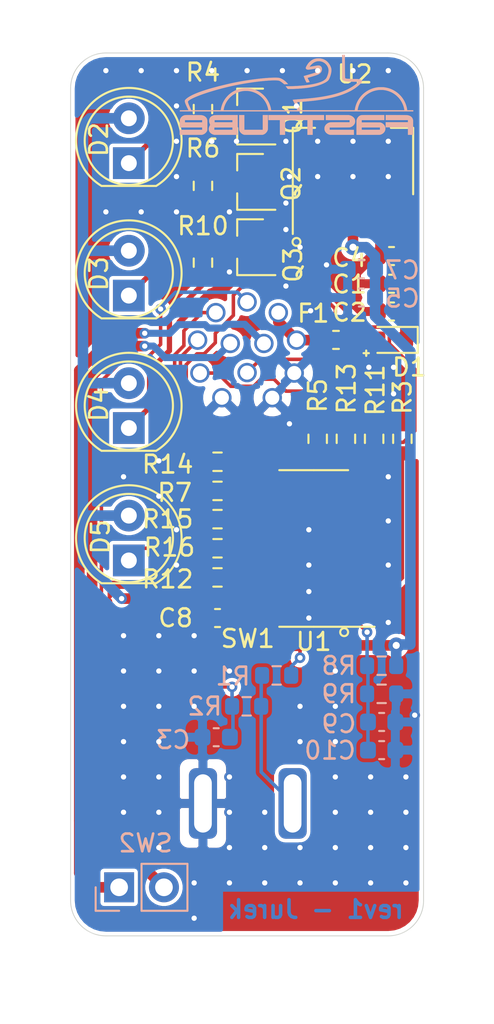
<source format=kicad_pcb>
(kicad_pcb (version 20171130) (host pcbnew "(5.1.12-1-10_14)")

  (general
    (thickness 1.6002)
    (drawings 14)
    (tracks 342)
    (zones 0)
    (modules 40)
    (nets 30)
  )

  (page A4)
  (layers
    (0 Front signal)
    (31 Back signal)
    (32 B.Adhes user)
    (33 F.Adhes user)
    (34 B.Paste user)
    (35 F.Paste user)
    (36 B.SilkS user)
    (37 F.SilkS user)
    (38 B.Mask user)
    (39 F.Mask user)
    (40 Dwgs.User user)
    (41 Cmts.User user)
    (42 Eco1.User user)
    (43 Eco2.User user)
    (44 Edge.Cuts user)
    (45 Margin user)
    (46 B.CrtYd user)
    (47 F.CrtYd user)
    (48 B.Fab user)
    (49 F.Fab user hide)
  )

  (setup
    (last_trace_width 0.2)
    (user_trace_width 0.2)
    (user_trace_width 0.3)
    (user_trace_width 0.4)
    (user_trace_width 0.6)
    (trace_clearance 0.127)
    (zone_clearance 0.108)
    (zone_45_only no)
    (trace_min 0.127)
    (via_size 0.6)
    (via_drill 0.3)
    (via_min_size 0.6)
    (via_min_drill 0.3)
    (user_via 0.6 0.3)
    (user_via 0.9 0.4)
    (uvia_size 0.6858)
    (uvia_drill 0.3302)
    (uvias_allowed no)
    (uvia_min_size 0.2)
    (uvia_min_drill 0.1)
    (edge_width 0.05)
    (segment_width 0.2)
    (pcb_text_width 0.3)
    (pcb_text_size 1.5 1.5)
    (mod_edge_width 0.12)
    (mod_text_size 1 1)
    (mod_text_width 0.15)
    (pad_size 1.524 1.524)
    (pad_drill 0.762)
    (pad_to_mask_clearance 0)
    (solder_mask_min_width 0.12)
    (aux_axis_origin 80 60)
    (visible_elements FFFFFF7F)
    (pcbplotparams
      (layerselection 0x010fc_ffffffff)
      (usegerberextensions false)
      (usegerberattributes true)
      (usegerberadvancedattributes true)
      (creategerberjobfile true)
      (excludeedgelayer true)
      (linewidth 0.100000)
      (plotframeref false)
      (viasonmask false)
      (mode 1)
      (useauxorigin false)
      (hpglpennumber 1)
      (hpglpenspeed 20)
      (hpglpendiameter 15.000000)
      (psnegative false)
      (psa4output false)
      (plotreference true)
      (plotvalue true)
      (plotinvisibletext false)
      (padsonsilk false)
      (subtractmaskfromsilk false)
      (outputformat 1)
      (mirror false)
      (drillshape 0)
      (scaleselection 1)
      (outputdirectory "Gerbers"))
  )

  (net 0 "")
  (net 1 GND)
  (net 2 "Net-(C1-Pad1)")
  (net 3 BTN_TS)
  (net 4 +5V)
  (net 5 CLK)
  (net 6 +12V)
  (net 7 "Net-(D5-Pad1)")
  (net 8 ASB_LED)
  (net 9 AMS_LED)
  (net 10 TSOFF_LED)
  (net 11 SDC_IN)
  (net 12 SDC_OUT)
  (net 13 IDM_LED)
  (net 14 "Net-(R1-Pad2)")
  (net 15 "Net-(J1-Pad9)")
  (net 16 "Net-(J1-Pad8)")
  (net 17 "Net-(J1-Pad7)")
  (net 18 "Net-(J1-Pad10)")
  (net 19 "Net-(R16-Pad2)")
  (net 20 "Net-(D2-Pad1)")
  (net 21 "Net-(D3-Pad1)")
  (net 22 "Net-(D4-Pad1)")
  (net 23 "Net-(F1-Pad1)")
  (net 24 "Net-(Q1-Pad1)")
  (net 25 "Net-(Q2-Pad1)")
  (net 26 "Net-(Q3-Pad1)")
  (net 27 "Net-(Q1-Pad3)")
  (net 28 "Net-(Q2-Pad3)")
  (net 29 "Net-(Q3-Pad3)")

  (net_class Default "This is the default net class."
    (clearance 0.127)
    (trace_width 0.127)
    (via_dia 0.6)
    (via_drill 0.3)
    (uvia_dia 0.6858)
    (uvia_drill 0.3302)
    (diff_pair_width 0.1524)
    (diff_pair_gap 0.254)
    (add_net +12V)
    (add_net +5V)
    (add_net AMS_LED)
    (add_net ASB_LED)
    (add_net BTN_TS)
    (add_net CLK)
    (add_net GND)
    (add_net IDM_LED)
    (add_net "Net-(C1-Pad1)")
    (add_net "Net-(D2-Pad1)")
    (add_net "Net-(D3-Pad1)")
    (add_net "Net-(D4-Pad1)")
    (add_net "Net-(D5-Pad1)")
    (add_net "Net-(F1-Pad1)")
    (add_net "Net-(J1-Pad10)")
    (add_net "Net-(J1-Pad7)")
    (add_net "Net-(J1-Pad8)")
    (add_net "Net-(J1-Pad9)")
    (add_net "Net-(Q1-Pad1)")
    (add_net "Net-(Q1-Pad3)")
    (add_net "Net-(Q2-Pad1)")
    (add_net "Net-(Q2-Pad3)")
    (add_net "Net-(Q3-Pad1)")
    (add_net "Net-(Q3-Pad3)")
    (add_net "Net-(R1-Pad2)")
    (add_net "Net-(R16-Pad2)")
    (add_net SDC_IN)
    (add_net SDC_OUT)
    (add_net TSOFF_LED)
  )

  (module Binder:FTLogo_xsmall (layer Back) (tedit 0) (tstamp 61D8C525)
    (at 92.8 62.4 180)
    (fp_text reference G*** (at 0 0) (layer B.SilkS) hide
      (effects (font (size 1.524 1.524) (thickness 0.3)) (justify mirror))
    )
    (fp_text value LOGO (at 0.75 0) (layer B.SilkS) hide
      (effects (font (size 1.524 1.524) (thickness 0.3)) (justify mirror))
    )
    (fp_poly (pts (xy -1.223491 2.09027) (xy -1.188123 2.089046) (xy -1.15545 2.086795) (xy -1.127203 2.083524)
      (xy -1.125538 2.083273) (xy -1.063564 2.071394) (xy -1.005342 2.055195) (xy -0.950237 2.034354)
      (xy -0.897616 2.00855) (xy -0.846843 1.977459) (xy -0.797283 1.940761) (xy -0.748302 1.898132)
      (xy -0.734162 1.884661) (xy -0.713211 1.863732) (xy -0.694656 1.843763) (xy -0.677454 1.823456)
      (xy -0.660564 1.801515) (xy -0.642942 1.776642) (xy -0.623546 1.747539) (xy -0.621675 1.744663)
      (xy -0.595544 1.703281) (xy -0.573773 1.666238) (xy -0.55628 1.633333) (xy -0.542986 1.604365)
      (xy -0.533811 1.579131) (xy -0.528675 1.55743) (xy -0.527499 1.539061) (xy -0.530202 1.523822)
      (xy -0.532165 1.518944) (xy -0.541132 1.505127) (xy -0.554132 1.491427) (xy -0.569132 1.479827)
      (xy -0.576948 1.475331) (xy -0.590292 1.469552) (xy -0.605195 1.464948) (xy -0.62203 1.461544)
      (xy -0.641168 1.459363) (xy -0.662985 1.458431) (xy -0.687851 1.45877) (xy -0.716141 1.460406)
      (xy -0.748228 1.463363) (xy -0.784484 1.467665) (xy -0.825282 1.473336) (xy -0.870996 1.480401)
      (xy -0.921999 1.488883) (xy -0.978663 1.498808) (xy -1.001713 1.502954) (xy -1.041159 1.510088)
      (xy -1.074909 1.516167) (xy -1.103517 1.521276) (xy -1.127534 1.525503) (xy -1.147512 1.528931)
      (xy -1.164004 1.531647) (xy -1.17756 1.533736) (xy -1.188734 1.535284) (xy -1.198076 1.536376)
      (xy -1.20614 1.537097) (xy -1.213477 1.537534) (xy -1.220639 1.537771) (xy -1.227138 1.537882)
      (xy -1.246573 1.53767) (xy -1.260787 1.536185) (xy -1.27085 1.533012) (xy -1.277831 1.527739)
      (xy -1.2828 1.519951) (xy -1.284615 1.515649) (xy -1.288083 1.499777) (xy -1.288391 1.4802)
      (xy -1.285841 1.45854) (xy -1.280735 1.436415) (xy -1.273374 1.415445) (xy -1.26406 1.397251)
      (xy -1.26196 1.394043) (xy -1.248079 1.377866) (xy -1.228639 1.361304) (xy -1.204377 1.344804)
      (xy -1.176029 1.328815) (xy -1.14433 1.313785) (xy -1.110017 1.300162) (xy -1.104478 1.298193)
      (xy -1.074358 1.287919) (xy -1.03857 1.276174) (xy -0.997589 1.263101) (xy -0.951886 1.248843)
      (xy -0.901937 1.233542) (xy -0.848215 1.217342) (xy -0.791193 1.200385) (xy -0.731346 1.182814)
      (xy -0.669146 1.164772) (xy -0.605069 1.146402) (xy -0.539586 1.127846) (xy -0.536585 1.127)
      (xy -0.509502 1.119352) (xy -0.484364 1.11221) (xy -0.461821 1.105761) (xy -0.442519 1.100194)
      (xy -0.427107 1.095694) (xy -0.416234 1.092451) (xy -0.410547 1.09065) (xy -0.409857 1.090365)
      (xy -0.41049 1.087025) (xy -0.413267 1.078611) (xy -0.417878 1.065906) (xy -0.424013 1.049693)
      (xy -0.431361 1.030756) (xy -0.439612 1.009876) (xy -0.448456 0.987837) (xy -0.457584 0.965422)
      (xy -0.466683 0.943413) (xy -0.475445 0.922594) (xy -0.483559 0.903747) (xy -0.48617 0.897803)
      (xy -0.506511 0.852775) (xy -0.525773 0.812278) (xy -0.544707 0.774762) (xy -0.557534 0.750617)
      (xy -0.571445 0.724946) (xy -0.619892 0.732182) (xy -0.6475 0.73646) (xy -0.672673 0.740664)
      (xy -0.694774 0.744664) (xy -0.713169 0.748335) (xy -0.727222 0.751549) (xy -0.736297 0.754178)
      (xy -0.73976 0.756095) (xy -0.739775 0.756201) (xy -0.738378 0.75957) (xy -0.734388 0.767979)
      (xy -0.728109 0.780816) (xy -0.719846 0.797469) (xy -0.709902 0.817328) (xy -0.698582 0.83978)
      (xy -0.686189 0.864214) (xy -0.680868 0.874666) (xy -0.62196 0.99023) (xy -0.643562 0.996534)
      (xy -0.651989 0.998989) (xy -0.66557 1.002942) (xy -0.683359 1.008117) (xy -0.704414 1.01424)
      (xy -0.727789 1.021036) (xy -0.752541 1.02823) (xy -0.763588 1.031441) (xy -0.834587 1.052233)
      (xy -0.899599 1.07161) (xy -0.958813 1.089637) (xy -1.012418 1.106377) (xy -1.060602 1.121895)
      (xy -1.103554 1.136256) (xy -1.141463 1.149524) (xy -1.174518 1.161764) (xy -1.202906 1.17304)
      (xy -1.226817 1.183417) (xy -1.246439 1.192959) (xy -1.26196 1.201732) (xy -1.262521 1.202081)
      (xy -1.301613 1.228194) (xy -1.334883 1.254109) (xy -1.362804 1.280448) (xy -1.385852 1.307836)
      (xy -1.4045 1.336895) (xy -1.419223 1.36825) (xy -1.430494 1.402523) (xy -1.437199 1.4317)
      (xy -1.441987 1.469528) (xy -1.441688 1.506066) (xy -1.436528 1.540747) (xy -1.426733 1.573006)
      (xy -1.41253 1.602276) (xy -1.394144 1.627993) (xy -1.371803 1.64959) (xy -1.345731 1.666503)
      (xy -1.342691 1.66803) (xy -1.323795 1.676587) (xy -1.306332 1.682747) (xy -1.288582 1.686859)
      (xy -1.268825 1.689271) (xy -1.245338 1.690332) (xy -1.2319 1.690465) (xy -1.221051 1.690462)
      (xy -1.21124 1.690359) (xy -1.20188 1.690072) (xy -1.192383 1.689517) (xy -1.182161 1.68861)
      (xy -1.170627 1.687269) (xy -1.157192 1.685409) (xy -1.14127 1.682948) (xy -1.122271 1.6798)
      (xy -1.099609 1.675884) (xy -1.072695 1.671116) (xy -1.040942 1.665411) (xy -1.003761 1.658687)
      (xy -0.987425 1.655727) (xy -0.945596 1.648229) (xy -0.906368 1.641361) (xy -0.870171 1.63519)
      (xy -0.837438 1.629784) (xy -0.8086 1.625211) (xy -0.784089 1.621539) (xy -0.764337 1.618835)
      (xy -0.749775 1.617166) (xy -0.740834 1.616602) (xy -0.73885 1.616711) (xy -0.737813 1.619331)
      (xy -0.740816 1.625856) (xy -0.74737 1.63574) (xy -0.756987 1.648438) (xy -0.769176 1.663406)
      (xy -0.78345 1.680097) (xy -0.79932 1.697967) (xy -0.816294 1.71647) (xy -0.833886 1.73506)
      (xy -0.851606 1.753193) (xy -0.868964 1.770324) (xy -0.885471 1.785906) (xy -0.900639 1.799395)
      (xy -0.908787 1.806171) (xy -0.959337 1.84344) (xy -1.010693 1.874441) (xy -1.062991 1.899218)
      (xy -1.116366 1.917817) (xy -1.170953 1.930285) (xy -1.226889 1.936667) (xy -1.284308 1.937008)
      (xy -1.295428 1.936392) (xy -1.356424 1.929421) (xy -1.41488 1.916667) (xy -1.470617 1.898232)
      (xy -1.523456 1.874217) (xy -1.573219 1.844725) (xy -1.619728 1.809855) (xy -1.662804 1.769711)
      (xy -1.702269 1.724394) (xy -1.726942 1.690688) (xy -1.755738 1.644789) (xy -1.778885 1.599486)
      (xy -1.796549 1.554028) (xy -1.808899 1.507662) (xy -1.816103 1.459637) (xy -1.818329 1.4092)
      (xy -1.815745 1.3556) (xy -1.810976 1.31445) (xy -1.803368 1.271623) (xy -1.792287 1.225155)
      (xy -1.778181 1.176396) (xy -1.761503 1.126699) (xy -1.742702 1.077415) (xy -1.722229 1.029894)
      (xy -1.702745 0.989749) (xy -1.69037 0.969497) (xy -1.673427 0.947337) (xy -1.652926 0.924386)
      (xy -1.629882 0.901766) (xy -1.605305 0.880594) (xy -1.600725 0.876966) (xy -1.558978 0.847322)
      (xy -1.511091 0.818741) (xy -1.457185 0.791252) (xy -1.397384 0.764881) (xy -1.331811 0.739657)
      (xy -1.26059 0.715604) (xy -1.183843 0.692752) (xy -1.101695 0.671127) (xy -1.014268 0.650756)
      (xy -0.921685 0.631666) (xy -0.82407 0.613884) (xy -0.721546 0.597438) (xy -0.614237 0.582355)
      (xy -0.502265 0.568661) (xy -0.385753 0.556383) (xy -0.264826 0.54555) (xy -0.139606 0.536188)
      (xy -0.017463 0.528718) (xy 0.026691 0.526329) (xy 0.066108 0.524278) (xy 0.10183 0.522531)
      (xy 0.1349 0.521057) (xy 0.166359 0.519823) (xy 0.19725 0.518795) (xy 0.228616 0.517942)
      (xy 0.261499 0.51723) (xy 0.296941 0.516628) (xy 0.335985 0.516102) (xy 0.379673 0.51562)
      (xy 0.410368 0.515321) (xy 0.445289 0.514964) (xy 0.478262 0.514568) (xy 0.50875 0.514145)
      (xy 0.536218 0.513704) (xy 0.560128 0.513255) (xy 0.579944 0.512809) (xy 0.595129 0.512377)
      (xy 0.605147 0.511968) (xy 0.609461 0.511592) (xy 0.609593 0.51152) (xy 0.607683 0.508647)
      (xy 0.602282 0.501453) (xy 0.59388 0.490567) (xy 0.582965 0.476616) (xy 0.570028 0.460228)
      (xy 0.555557 0.44203) (xy 0.550556 0.435769) (xy 0.491525 0.36195) (xy 0.383081 0.36244)
      (xy 0.35308 0.362648) (xy 0.321262 0.362996) (xy 0.289179 0.363458) (xy 0.258383 0.364009)
      (xy 0.230427 0.364624) (xy 0.206863 0.365275) (xy 0.201612 0.365448) (xy 0.091339 0.369876)
      (xy -0.019366 0.37554) (xy -0.129469 0.382361) (xy -0.237938 0.390262) (xy -0.34374 0.399164)
      (xy -0.445842 0.40899) (xy -0.543211 0.41966) (xy -0.592138 0.42558) (xy -0.73516 0.446065)
      (xy -0.874581 0.471228) (xy -1.010138 0.501015) (xy -1.14157 0.53537) (xy -1.19005 0.549514)
      (xy -1.257853 0.570799) (xy -1.323552 0.593249) (xy -1.386812 0.616689) (xy -1.447295 0.640944)
      (xy -1.504667 0.66584) (xy -1.558592 0.691201) (xy -1.608733 0.716852) (xy -1.654754 0.742618)
      (xy -1.69632 0.768325) (xy -1.733094 0.793798) (xy -1.764741 0.818862) (xy -1.790923 0.843341)
      (xy -1.811306 0.867061) (xy -1.817763 0.8763) (xy -1.833426 0.902555) (xy -1.849819 0.934063)
      (xy -1.866504 0.969835) (xy -1.883043 1.008882) (xy -1.898998 1.050215) (xy -1.913932 1.092846)
      (xy -1.914763 1.095353) (xy -1.933963 1.157687) (xy -1.949745 1.217897) (xy -1.962057 1.275577)
      (xy -1.97085 1.330318) (xy -1.976074 1.381713) (xy -1.977677 1.429354) (xy -1.97561 1.472833)
      (xy -1.969823 1.511744) (xy -1.967367 1.522413) (xy -1.948108 1.586669) (xy -1.923131 1.649567)
      (xy -1.892847 1.710448) (xy -1.857666 1.768653) (xy -1.817998 1.823523) (xy -1.774256 1.8744)
      (xy -1.726849 1.920625) (xy -1.710058 1.93509) (xy -1.67848 1.959257) (xy -1.64241 1.983145)
      (xy -1.60366 2.005705) (xy -1.56404 2.025888) (xy -1.525361 2.042643) (xy -1.522561 2.043727)
      (xy -1.498989 2.051906) (xy -1.471007 2.060209) (xy -1.440528 2.068164) (xy -1.409466 2.075295)
      (xy -1.379731 2.081131) (xy -1.357313 2.084666) (xy -1.328465 2.087662) (xy -1.295392 2.089588)
      (xy -1.259824 2.090453) (xy -1.223491 2.09027)) (layer B.SilkS) (width 0.01))
    (fp_poly (pts (xy -2.589213 0.912813) (xy -2.598603 0.895861) (xy -2.613202 0.875255) (xy -2.633004 0.856885)
      (xy -2.65816 0.840683) (xy -2.688819 0.826576) (xy -2.725131 0.814494) (xy -2.767247 0.804368)
      (xy -2.808397 0.797142) (xy -2.83186 0.793804) (xy -2.855747 0.790831) (xy -2.880639 0.788189)
      (xy -2.907114 0.785846) (xy -2.935752 0.783769) (xy -2.96713 0.781923) (xy -3.001829 0.780277)
      (xy -3.040427 0.778796) (xy -3.083503 0.777447) (xy -3.131637 0.776198) (xy -3.185406 0.775014)
      (xy -3.198813 0.774744) (xy -3.235232 0.773972) (xy -3.27158 0.773109) (xy -3.307293 0.772173)
      (xy -3.341811 0.771184) (xy -3.374571 0.770164) (xy -3.405014 0.769133) (xy -3.432575 0.768109)
      (xy -3.456695 0.767113) (xy -3.476812 0.766166) (xy -3.492363 0.765287) (xy -3.502788 0.764497)
      (xy -3.507524 0.763815) (xy -3.507726 0.763708) (xy -3.505924 0.76124) (xy -3.500009 0.755185)
      (xy -3.49064 0.746143) (xy -3.478479 0.734716) (xy -3.464185 0.721504) (xy -3.448419 0.707106)
      (xy -3.431841 0.692125) (xy -3.415111 0.677161) (xy -3.39889 0.662813) (xy -3.383838 0.649683)
      (xy -3.370616 0.638371) (xy -3.362325 0.631464) (xy -3.281067 0.568327) (xy -3.194422 0.507655)
      (xy -3.102356 0.449438) (xy -3.004834 0.393662) (xy -2.901821 0.340316) (xy -2.793284 0.289387)
      (xy -2.679187 0.240864) (xy -2.559496 0.194733) (xy -2.434178 0.150983) (xy -2.303196 0.109601)
      (xy -2.166518 0.070576) (xy -2.024107 0.033895) (xy -1.87593 -0.000454) (xy -1.721953 -0.032484)
      (xy -1.56214 -0.062206) (xy -1.396458 -0.089633) (xy -1.274763 -0.107788) (xy -1.217819 -0.11578)
      (xy -1.161426 -0.123418) (xy -1.105114 -0.130748) (xy -1.048416 -0.137819) (xy -0.990861 -0.144678)
      (xy -0.931983 -0.151372) (xy -0.871311 -0.157951) (xy -0.808378 -0.164461) (xy -0.742715 -0.170949)
      (xy -0.673854 -0.177465) (xy -0.601325 -0.184055) (xy -0.52466 -0.190767) (xy -0.44339 -0.197648)
      (xy -0.357048 -0.204747) (xy -0.265163 -0.212111) (xy -0.19685 -0.217484) (xy -0.157256 -0.220601)
      (xy -0.117243 -0.223796) (xy -0.077316 -0.227027) (xy -0.03798 -0.230249) (xy 0.000259 -0.23342)
      (xy 0.036895 -0.236496) (xy 0.071425 -0.239434) (xy 0.103342 -0.24219) (xy 0.132142 -0.244721)
      (xy 0.157318 -0.246983) (xy 0.178366 -0.248933) (xy 0.194781 -0.250528) (xy 0.206057 -0.251723)
      (xy 0.211689 -0.252477) (xy 0.212236 -0.252631) (xy 0.21113 -0.255583) (xy 0.207496 -0.263576)
      (xy 0.201641 -0.275971) (xy 0.193875 -0.292125) (xy 0.184504 -0.3114) (xy 0.173836 -0.333154)
      (xy 0.162467 -0.35617) (xy 0.131648 -0.419335) (xy 0.103466 -0.479295) (xy 0.076994 -0.5381)
      (xy 0.051305 -0.597801) (xy 0.029588 -0.650306) (xy 0.021419 -0.670534) (xy 0.012633 -0.692547)
      (xy 0.003532 -0.715564) (xy -0.005583 -0.738804) (xy -0.014409 -0.761486) (xy -0.022645 -0.782829)
      (xy -0.02999 -0.802051) (xy -0.036141 -0.818371) (xy -0.040798 -0.831009) (xy -0.043657 -0.839182)
      (xy -0.04445 -0.842023) (xy -0.041322 -0.842255) (xy -0.032121 -0.842481) (xy -0.017128 -0.842701)
      (xy 0.003382 -0.842914) (xy 0.029128 -0.843117) (xy 0.059833 -0.843311) (xy 0.095218 -0.843495)
      (xy 0.135006 -0.843667) (xy 0.178918 -0.843826) (xy 0.226675 -0.843973) (xy 0.278001 -0.844105)
      (xy 0.332615 -0.844222) (xy 0.390241 -0.844322) (xy 0.450599 -0.844406) (xy 0.513412 -0.844471)
      (xy 0.578401 -0.844517) (xy 0.645289 -0.844543) (xy 0.696546 -0.84455) (xy 1.437543 -0.84455)
      (xy 1.590554 -0.84455) (xy 4.13385 -0.84455) (xy 4.133826 -0.835818) (xy 4.133049 -0.82739)
      (xy 4.130905 -0.813902) (xy 4.12763 -0.79644) (xy 4.123461 -0.776089) (xy 4.118634 -0.753933)
      (xy 4.113387 -0.731058) (xy 4.107955 -0.708548) (xy 4.102576 -0.687489) (xy 4.097486 -0.668965)
      (xy 4.097297 -0.66831) (xy 4.075135 -0.599937) (xy 4.048222 -0.53099) (xy 4.017234 -0.462877)
      (xy 3.982849 -0.397003) (xy 3.945741 -0.334773) (xy 3.914732 -0.288814) (xy 3.858708 -0.215752)
      (xy 3.798588 -0.147499) (xy 3.734534 -0.084159) (xy 3.666712 -0.025836) (xy 3.595286 0.027365)
      (xy 3.520419 0.075339) (xy 3.442277 0.117982) (xy 3.361022 0.155191) (xy 3.27682 0.18686)
      (xy 3.189834 0.212886) (xy 3.100229 0.233163) (xy 3.090862 0.23492) (xy 3.064179 0.239644)
      (xy 3.039947 0.243459) (xy 3.016986 0.246455) (xy 2.994119 0.248722) (xy 2.970167 0.25035)
      (xy 2.943951 0.251427) (xy 2.914292 0.252044) (xy 2.880012 0.252291) (xy 2.862262 0.252304)
      (xy 2.822825 0.252086) (xy 2.788453 0.251415) (xy 2.757868 0.250174) (xy 2.729794 0.248247)
      (xy 2.702955 0.245515) (xy 2.676073 0.241862) (xy 2.647873 0.237171) (xy 2.617076 0.231324)
      (xy 2.603198 0.228524) (xy 2.516597 0.207644) (xy 2.432418 0.181042) (xy 2.350878 0.148941)
      (xy 2.272195 0.111561) (xy 2.196586 0.069126) (xy 2.12427 0.021856) (xy 2.055462 -0.030027)
      (xy 1.990382 -0.0863) (xy 1.929246 -0.146743) (xy 1.872273 -0.211133) (xy 1.81968 -0.279248)
      (xy 1.771684 -0.350867) (xy 1.728503 -0.425767) (xy 1.690355 -0.503728) (xy 1.657457 -0.584526)
      (xy 1.630027 -0.667941) (xy 1.608283 -0.753751) (xy 1.60029 -0.79375) (xy 1.597494 -0.808909)
      (xy 1.594986 -0.822332) (xy 1.59306 -0.832454) (xy 1.592077 -0.837406) (xy 1.590554 -0.84455)
      (xy 1.437543 -0.84455) (xy 1.439753 -0.826293) (xy 1.44118 -0.816133) (xy 1.443477 -0.801597)
      (xy 1.446338 -0.784553) (xy 1.449458 -0.766865) (xy 1.449765 -0.765175) (xy 1.469651 -0.673474)
      (xy 1.495502 -0.583661) (xy 1.527143 -0.496) (xy 1.564399 -0.410754) (xy 1.607097 -0.328189)
      (xy 1.655063 -0.248569) (xy 1.708121 -0.172156) (xy 1.766097 -0.099216) (xy 1.828817 -0.030013)
      (xy 1.896107 0.03519) (xy 1.967793 0.096127) (xy 2.043699 0.152537) (xy 2.065337 0.167251)
      (xy 2.145908 0.217187) (xy 2.229368 0.26148) (xy 2.315633 0.300101) (xy 2.404621 0.333018)
      (xy 2.496245 0.360199) (xy 2.590424 0.381615) (xy 2.68661 0.397173) (xy 2.710855 0.399759)
      (xy 2.740084 0.401954) (xy 2.772942 0.403726) (xy 2.808075 0.405048) (xy 2.844127 0.40589)
      (xy 2.879742 0.406222) (xy 2.913567 0.406016) (xy 2.944244 0.405241) (xy 2.97042 0.403869)
      (xy 2.976038 0.403434) (xy 3.073121 0.39234) (xy 3.167595 0.375474) (xy 3.259555 0.352799)
      (xy 3.349095 0.324276) (xy 3.436308 0.289869) (xy 3.521289 0.24954) (xy 3.604133 0.203252)
      (xy 3.684931 0.150967) (xy 3.76378 0.092648) (xy 3.7719 0.086213) (xy 3.813189 0.051355)
      (xy 3.855807 0.011789) (xy 3.898668 -0.031321) (xy 3.940687 -0.076808) (xy 3.980779 -0.123509)
      (xy 4.01786 -0.170257) (xy 4.044256 -0.206375) (xy 4.070959 -0.24636) (xy 4.097981 -0.29036)
      (xy 4.124442 -0.336753) (xy 4.14946 -0.38392) (xy 4.172154 -0.43024) (xy 4.191643 -0.474091)
      (xy 4.197068 -0.487362) (xy 4.221177 -0.552564) (xy 4.242764 -0.620621) (xy 4.261249 -0.689468)
      (xy 4.276055 -0.757037) (xy 4.2821 -0.790938) (xy 4.290851 -0.844549) (xy 5.956274 -0.844549)
      (xy 5.994474 -0.768201) (xy 6.02592 -0.704444) (xy 6.053856 -0.645882) (xy 6.078315 -0.592437)
      (xy 6.099326 -0.544033) (xy 6.116924 -0.500593) (xy 6.131138 -0.462042) (xy 6.142001 -0.428302)
      (xy 6.149545 -0.399297) (xy 6.151517 -0.389668) (xy 6.156732 -0.361824) (xy 6.148893 -0.344701)
      (xy 6.138602 -0.327619) (xy 6.12284 -0.30948) (xy 6.101505 -0.290212) (xy 6.074494 -0.26974)
      (xy 6.041703 -0.24799) (xy 6.003031 -0.224887) (xy 5.958374 -0.200357) (xy 5.92455 -0.182832)
      (xy 5.859579 -0.151017) (xy 5.788645 -0.118432) (xy 5.712077 -0.085177) (xy 5.6302 -0.051352)
      (xy 5.543343 -0.017056) (xy 5.451833 0.017611) (xy 5.355998 0.052548) (xy 5.256165 0.087655)
      (xy 5.15266 0.122834) (xy 5.045813 0.157983) (xy 4.93595 0.193003) (xy 4.823398 0.227794)
      (xy 4.708486 0.262257) (xy 4.59154 0.29629) (xy 4.472888 0.329795) (xy 4.352857 0.362671)
      (xy 4.231775 0.394818) (xy 4.10997 0.426137) (xy 3.987768 0.456527) (xy 3.865497 0.485889)
      (xy 3.743484 0.514123) (xy 3.622058 0.541128) (xy 3.501544 0.566806) (xy 3.400425 0.587442)
      (xy 3.258082 0.615156) (xy 3.114246 0.641734) (xy 2.969475 0.667104) (xy 2.824326 0.691192)
      (xy 2.679358 0.713924) (xy 2.535128 0.735226) (xy 2.392195 0.755025) (xy 2.251116 0.773248)
      (xy 2.112449 0.789819) (xy 1.976753 0.804667) (xy 1.844584 0.817717) (xy 1.716502 0.828895)
      (xy 1.593064 0.838129) (xy 1.474828 0.845343) (xy 1.42875 0.847665) (xy 1.402826 0.848683)
      (xy 1.373171 0.8495) (xy 1.340773 0.850116) (xy 1.30662 0.850532) (xy 1.2717 0.850747)
      (xy 1.237002 0.850762) (xy 1.203513 0.850576) (xy 1.172222 0.850191) (xy 1.144118 0.849605)
      (xy 1.120187 0.84882) (xy 1.101419 0.847835) (xy 1.09839 0.847615) (xy 1.064958 0.844656)
      (xy 1.036719 0.841209) (xy 1.012523 0.837015) (xy 0.991216 0.831815) (xy 0.971647 0.82535)
      (xy 0.952664 0.817361) (xy 0.942975 0.812685) (xy 0.923795 0.802147) (xy 0.900692 0.787884)
      (xy 0.874439 0.77045) (xy 0.845808 0.750397) (xy 0.815571 0.728276) (xy 0.784499 0.70464)
      (xy 0.753365 0.680041) (xy 0.725487 0.657164) (xy 0.690562 0.627948) (xy 0.650875 0.62983)
      (xy 0.63435 0.630565) (xy 0.613438 0.631421) (xy 0.590098 0.632322) (xy 0.566288 0.633192)
      (xy 0.548481 0.633806) (xy 0.529311 0.634578) (xy 0.512507 0.635506) (xy 0.499027 0.636518)
      (xy 0.489826 0.637539) (xy 0.485859 0.638495) (xy 0.485775 0.638641) (xy 0.487867 0.642515)
      (xy 0.493697 0.650187) (xy 0.502588 0.660885) (xy 0.513868 0.673838) (xy 0.526861 0.688275)
      (xy 0.540894 0.703425) (xy 0.555293 0.718517) (xy 0.558462 0.721773) (xy 0.603422 0.765357)
      (xy 0.650744 0.806688) (xy 0.699538 0.845122) (xy 0.748914 0.880012) (xy 0.797984 0.910713)
      (xy 0.845857 0.93658) (xy 0.870002 0.947914) (xy 0.894785 0.958555) (xy 0.918077 0.967697)
      (xy 0.940596 0.975451) (xy 0.963066 0.981922) (xy 0.986206 0.98722) (xy 1.010737 0.991453)
      (xy 1.03738 0.994728) (xy 1.066855 0.997154) (xy 1.099884 0.998839) (xy 1.137187 0.999891)
      (xy 1.179485 1.000419) (xy 1.220842 1.000535) (xy 1.304275 0.999641) (xy 1.393395 0.997063)
      (xy 1.487782 0.992854) (xy 1.587016 0.98707) (xy 1.690677 0.979765) (xy 1.798345 0.970994)
      (xy 1.909599 0.960811) (xy 2.024021 0.949273) (xy 2.141189 0.936433) (xy 2.260683 0.922345)
      (xy 2.382085 0.907066) (xy 2.504973 0.89065) (xy 2.628927 0.873151) (xy 2.753528 0.854624)
      (xy 2.878356 0.835124) (xy 3.00299 0.814707) (xy 3.127011 0.793425) (xy 3.249998 0.771336)
      (xy 3.371532 0.748492) (xy 3.491192 0.724949) (xy 3.608558 0.700762) (xy 3.723211 0.675986)
      (xy 3.742865 0.671616) (xy 3.770924 0.665284) (xy 3.804308 0.65764) (xy 3.842175 0.648881)
      (xy 3.883682 0.639206) (xy 3.927988 0.628814) (xy 3.974249 0.617903) (xy 4.021624 0.606672)
      (xy 4.06927 0.595318) (xy 4.116345 0.584042) (xy 4.162007 0.573041) (xy 4.195626 0.564894)
      (xy 4.354072 0.52571) (xy 4.506816 0.486557) (xy 4.653826 0.447446) (xy 4.79507 0.408391)
      (xy 4.930515 0.369403) (xy 5.060129 0.330494) (xy 5.183878 0.291678) (xy 5.30173 0.252966)
      (xy 5.413652 0.214371) (xy 5.519612 0.175906) (xy 5.619577 0.137583) (xy 5.713515 0.099414)
      (xy 5.801393 0.061411) (xy 5.883178 0.023588) (xy 5.958837 -0.014045) (xy 6.028338 -0.051473)
      (xy 6.091649 -0.088685) (xy 6.148736 -0.125668) (xy 6.199568 -0.16241) (xy 6.24411 -0.198899)
      (xy 6.271517 -0.22427) (xy 6.28976 -0.242873) (xy 6.303428 -0.258633) (xy 6.313142 -0.272358)
      (xy 6.319524 -0.284857) (xy 6.320921 -0.288605) (xy 6.323403 -0.300814) (xy 6.324453 -0.317352)
      (xy 6.324124 -0.336372) (xy 6.322465 -0.356027) (xy 6.319527 -0.37447) (xy 6.318423 -0.379412)
      (xy 6.310066 -0.409518) (xy 6.298307 -0.444676) (xy 6.283132 -0.484919) (xy 6.264527 -0.530281)
      (xy 6.242476 -0.580795) (xy 6.216967 -0.636494) (xy 6.187984 -0.697413) (xy 6.155513 -0.763584)
      (xy 6.146703 -0.781243) (xy 6.115039 -0.84451) (xy 6.360313 -0.845324) (xy 6.605587 -0.846137)
      (xy 6.606496 -0.877093) (xy 6.607404 -0.90805) (xy -6.613525 -0.90805) (xy -6.613525 -0.84455)
      (xy -6.271446 -0.84455) (xy -6.118346 -0.84455) (xy -3.458455 -0.84455) (xy -3.462776 -0.816768)
      (xy -3.47545 -0.748878) (xy -3.492561 -0.678847) (xy -3.513637 -0.608559) (xy -3.519805 -0.59019)
      (xy -3.552489 -0.504751) (xy -3.590825 -0.422063) (xy -3.634629 -0.342381) (xy -3.683714 -0.265958)
      (xy -3.737895 -0.19305) (xy -3.796985 -0.12391) (xy -3.8608 -0.058795) (xy -3.929154 0.002044)
      (xy -3.983038 0.044526) (xy -4.05807 0.096901) (xy -4.135451 0.143519) (xy -4.21535 0.184449)
      (xy -4.297934 0.219755) (xy -4.383372 0.249506) (xy -4.471831 0.273766) (xy -4.56348 0.292603)
      (xy -4.638707 0.303749) (xy -4.660386 0.305849) (xy -4.687091 0.307494) (xy -4.717585 0.308684)
      (xy -4.750634 0.309419) (xy -4.785003 0.3097) (xy -4.819456 0.309524) (xy -4.852758 0.308893)
      (xy -4.883674 0.307806) (xy -4.910969 0.306263) (xy -4.933408 0.304263) (xy -4.937125 0.303818)
      (xy -4.982965 0.297539) (xy -5.024754 0.290685) (xy -5.064791 0.282833) (xy -5.105373 0.273563)
      (xy -5.115245 0.271131) (xy -5.204397 0.245667) (xy -5.290953 0.214411) (xy -5.374867 0.177384)
      (xy -5.456094 0.134611) (xy -5.534585 0.086113) (xy -5.610296 0.031914) (xy -5.629883 0.016602)
      (xy -5.65008 -0.000273) (xy -5.673331 -0.021042) (xy -5.69864 -0.044708) (xy -5.72501 -0.070275)
      (xy -5.751446 -0.096747) (xy -5.77695 -0.123126) (xy -5.800528 -0.148416) (xy -5.821182 -0.171621)
      (xy -5.836927 -0.1905) (xy -5.889673 -0.261472) (xy -5.937784 -0.336135) (xy -5.981003 -0.413911)
      (xy -6.019072 -0.494228) (xy -6.051734 -0.57651) (xy -6.07873 -0.660184) (xy -6.099805 -0.744675)
      (xy -6.110261 -0.8001) (xy -6.11259 -0.814032) (xy -6.114704 -0.826246) (xy -6.116285 -0.834929)
      (xy -6.116783 -0.837406) (xy -6.118346 -0.84455) (xy -6.271446 -0.84455) (xy -6.269231 -0.824706)
      (xy -6.266547 -0.804831) (xy -6.262491 -0.780296) (xy -6.257346 -0.752569) (xy -6.251397 -0.72312)
      (xy -6.244928 -0.693418) (xy -6.238775 -0.66719) (xy -6.213149 -0.575369) (xy -6.181693 -0.485784)
      (xy -6.144611 -0.398683) (xy -6.102104 -0.314316) (xy -6.054375 -0.232932) (xy -6.001627 -0.15478)
      (xy -5.94406 -0.080108) (xy -5.881879 -0.009168) (xy -5.815285 0.057794) (xy -5.74448 0.120526)
      (xy -5.669667 0.178781) (xy -5.591047 0.23231) (xy -5.508825 0.280862) (xy -5.440363 0.316062)
      (xy -5.356661 0.353288) (xy -5.271289 0.385093) (xy -5.183661 0.411645) (xy -5.093189 0.433111)
      (xy -4.999288 0.449659) (xy -4.951413 0.456076) (xy -4.936002 0.457762) (xy -4.920083 0.459107)
      (xy -4.90273 0.460144) (xy -4.883015 0.460907) (xy -4.860012 0.461429) (xy -4.832794 0.461743)
      (xy -4.800435 0.461882) (xy -4.789488 0.461895) (xy -4.746516 0.461707) (xy -4.708624 0.461014)
      (xy -4.674552 0.459705) (xy -4.643042 0.457671) (xy -4.612836 0.454799) (xy -4.582675 0.45098)
      (xy -4.5513 0.446102) (xy -4.517453 0.440056) (xy -4.497388 0.436204) (xy -4.403413 0.414657)
      (xy -4.311879 0.38739) (xy -4.22298 0.354605) (xy -4.136911 0.316504) (xy -4.053868 0.273289)
      (xy -3.974046 0.225161) (xy -3.89764 0.172323) (xy -3.824844 0.114976) (xy -3.755855 0.053322)
      (xy -3.690867 -0.012437) (xy -3.630075 -0.082099) (xy -3.573674 -0.155463) (xy -3.52186 -0.232326)
      (xy -3.474828 -0.312487) (xy -3.432772 -0.395744) (xy -3.395887 -0.481894) (xy -3.36437 -0.570737)
      (xy -3.338414 -0.66207) (xy -3.318216 -0.755691) (xy -3.312412 -0.789784) (xy -3.303741 -0.844556)
      (xy -0.209135 -0.842962) (xy -0.177996 -0.760412) (xy -0.162435 -0.719632) (xy -0.146057 -0.677578)
      (xy -0.129211 -0.6351) (xy -0.112249 -0.593047) (xy -0.095519 -0.552267) (xy -0.079371 -0.513608)
      (xy -0.064155 -0.477921) (xy -0.050222 -0.446053) (xy -0.03792 -0.418853) (xy -0.03216 -0.406575)
      (xy -0.027507 -0.396434) (xy -0.024355 -0.388814) (xy -0.023327 -0.38523) (xy -0.023364 -0.385153)
      (xy -0.026611 -0.384745) (xy -0.035656 -0.38389) (xy -0.049968 -0.382632) (xy -0.069012 -0.381016)
      (xy -0.092257 -0.379086) (xy -0.11917 -0.376886) (xy -0.149217 -0.374459) (xy -0.181868 -0.371851)
      (xy -0.216588 -0.369105) (xy -0.227269 -0.368266) (xy -0.31643 -0.36121) (xy -0.399751 -0.354491)
      (xy -0.477727 -0.348058) (xy -0.550856 -0.341862) (xy -0.619634 -0.335854) (xy -0.684559 -0.329985)
      (xy -0.746128 -0.324206) (xy -0.804837 -0.318468) (xy -0.861183 -0.312722) (xy -0.915664 -0.306917)
      (xy -0.968777 -0.301006) (xy -1.021018 -0.294939) (xy -1.072884 -0.288667) (xy -1.124873 -0.28214)
      (xy -1.177481 -0.27531) (xy -1.208088 -0.271242) (xy -1.383438 -0.246197) (xy -1.552918 -0.218825)
      (xy -1.716572 -0.189107) (xy -1.874446 -0.157029) (xy -2.026584 -0.122573) (xy -2.17303 -0.085721)
      (xy -2.313829 -0.046459) (xy -2.449026 -0.004767) (xy -2.578665 0.039369) (xy -2.70279 0.085967)
      (xy -2.821448 0.135044) (xy -2.934681 0.186617) (xy -3.042535 0.240702) (xy -3.145054 0.297315)
      (xy -3.242283 0.356475) (xy -3.334266 0.418197) (xy -3.421048 0.482499) (xy -3.502674 0.549397)
      (xy -3.579188 0.618908) (xy -3.582655 0.622235) (xy -3.604761 0.643961) (xy -3.625896 0.6656)
      (xy -3.64547 0.686487) (xy -3.662893 0.705958) (xy -3.677575 0.723349) (xy -3.688927 0.737995)
      (xy -3.696359 0.749232) (xy -3.697768 0.751907) (xy -3.705189 0.774171) (xy -3.70715 0.797634)
      (xy -3.703648 0.820654) (xy -3.698017 0.835475) (xy -3.686183 0.85445) (xy -3.670507 0.870571)
      (xy -3.65056 0.884057) (xy -3.625913 0.895131) (xy -3.596138 0.904014) (xy -3.560805 0.910926)
      (xy -3.548192 0.912767) (xy -3.532468 0.914723) (xy -3.515388 0.916483) (xy -3.496479 0.918065)
      (xy -3.475269 0.919489) (xy -3.451287 0.920772) (xy -3.42406 0.921935) (xy -3.393116 0.922995)
      (xy -3.357984 0.923972) (xy -3.318191 0.924884) (xy -3.273265 0.925751) (xy -3.222735 0.926592)
      (xy -3.190716 0.927074) (xy -3.134633 0.927963) (xy -3.084464 0.928926) (xy -3.039775 0.929992)
      (xy -3.000133 0.93119) (xy -2.965101 0.932552) (xy -2.934245 0.934107) (xy -2.907131 0.935885)
      (xy -2.883324 0.937916) (xy -2.862389 0.940229) (xy -2.843891 0.942856) (xy -2.827396 0.945825)
      (xy -2.812469 0.949167) (xy -2.798675 0.952912) (xy -2.793684 0.954433) (xy -2.776242 0.960825)
      (xy -2.764183 0.967724) (xy -2.756548 0.975958) (xy -2.752378 0.986355) (xy -2.751534 0.99083)
      (xy -2.750522 0.999873) (xy -2.749569 1.013033) (xy -2.748671 1.030456) (xy -2.747827 1.052286)
      (xy -2.747036 1.07867) (xy -2.746294 1.109754) (xy -2.7456 1.145681) (xy -2.744952 1.186599)
      (xy -2.744348 1.232653) (xy -2.743785 1.283987) (xy -2.743262 1.340748) (xy -2.742778 1.403081)
      (xy -2.742328 1.471132) (xy -2.741913 1.545046) (xy -2.741529 1.624969) (xy -2.741175 1.711045)
      (xy -2.741059 1.742282) (xy -2.73908 2.289175) (xy -2.587569 2.289175) (xy -2.589213 0.912813)) (layer B.SilkS) (width 0.01))
    (fp_poly (pts (xy 6.096267 -1.117962) (xy 6.133367 -1.118029) (xy 6.16614 -1.118167) (xy 6.194922 -1.118384)
      (xy 6.220052 -1.118687) (xy 6.241866 -1.119085) (xy 6.260701 -1.119584) (xy 6.276895 -1.120193)
      (xy 6.290784 -1.12092) (xy 6.302706 -1.121772) (xy 6.312999 -1.122757) (xy 6.321998 -1.123883)
      (xy 6.330041 -1.125158) (xy 6.337466 -1.126589) (xy 6.344609 -1.128185) (xy 6.351808 -1.129953)
      (xy 6.353652 -1.130422) (xy 6.396174 -1.144494) (xy 6.436391 -1.164172) (xy 6.473786 -1.188968)
      (xy 6.507841 -1.218396) (xy 6.538038 -1.251967) (xy 6.563862 -1.289194) (xy 6.584793 -1.329589)
      (xy 6.596011 -1.358747) (xy 6.599661 -1.369795) (xy 6.602796 -1.379765) (xy 6.605459 -1.389231)
      (xy 6.607692 -1.398762) (xy 6.609538 -1.408931) (xy 6.61104 -1.420309) (xy 6.612241 -1.433468)
      (xy 6.613183 -1.448979) (xy 6.613909 -1.467414) (xy 6.614462 -1.489344) (xy 6.614885 -1.51534)
      (xy 6.61522 -1.545975) (xy 6.61551 -1.58182) (xy 6.615797 -1.623218) (xy 6.617098 -1.8161)
      (xy 5.343525 -1.8161) (xy 5.343525 -1.952625) (xy 6.6167 -1.952625) (xy 6.6167 -2.2352)
      (xy 5.996781 -2.234691) (xy 5.934356 -2.234634) (xy 5.873545 -2.234566) (xy 5.814659 -2.234489)
      (xy 5.758011 -2.234403) (xy 5.703911 -2.234309) (xy 5.652671 -2.234208) (xy 5.604603 -2.234101)
      (xy 5.560018 -2.233989) (xy 5.519227 -2.233872) (xy 5.482543 -2.233751) (xy 5.450276 -2.233628)
      (xy 5.422738 -2.233502) (xy 5.400241 -2.233376) (xy 5.383096 -2.233249) (xy 5.371615 -2.233123)
      (xy 5.36611 -2.232998) (xy 5.36575 -2.232973) (xy 5.334621 -2.227345) (xy 5.301272 -2.217301)
      (xy 5.267333 -2.203477) (xy 5.234436 -2.186507) (xy 5.214276 -2.174019) (xy 5.17413 -2.144347)
      (xy 5.139247 -2.112484) (xy 5.109845 -2.078703) (xy 5.086145 -2.043277) (xy 5.068366 -2.006481)
      (xy 5.06012 -1.982068) (xy 5.058848 -1.97744) (xy 5.05774 -1.97288) (xy 5.056781 -1.967935)
      (xy 5.055958 -1.962152) (xy 5.055259 -1.955074) (xy 5.054669 -1.94625) (xy 5.054177 -1.935225)
      (xy 5.053767 -1.921545) (xy 5.053429 -1.904755) (xy 5.053147 -1.884403) (xy 5.05291 -1.860034)
      (xy 5.052703 -1.831193) (xy 5.052514 -1.797428) (xy 5.05233 -1.758285) (xy 5.052136 -1.713308)
      (xy 5.052108 -1.706562) (xy 5.051918 -1.656841) (xy 5.051803 -1.613006) (xy 5.051781 -1.574592)
      (xy 5.051867 -1.541134) (xy 5.052079 -1.512168) (xy 5.052433 -1.48723) (xy 5.052946 -1.465855)
      (xy 5.053635 -1.447579) (xy 5.054517 -1.431937) (xy 5.055608 -1.418465) (xy 5.056926 -1.406699)
      (xy 5.057893 -1.400175) (xy 5.343525 -1.400175) (xy 5.343525 -1.53035) (xy 6.3246 -1.53035)
      (xy 6.3246 -1.400175) (xy 5.343525 -1.400175) (xy 5.057893 -1.400175) (xy 5.058487 -1.396174)
      (xy 5.060307 -1.386425) (xy 5.062405 -1.376989) (xy 5.064303 -1.369315) (xy 5.070354 -1.350187)
      (xy 5.079072 -1.328463) (xy 5.089411 -1.306395) (xy 5.100321 -1.286237) (xy 5.109763 -1.271587)
      (xy 5.129804 -1.247485) (xy 5.154487 -1.223487) (xy 5.182212 -1.200875) (xy 5.211381 -1.180932)
      (xy 5.240396 -1.164941) (xy 5.245766 -1.162452) (xy 5.273365 -1.151413) (xy 5.304899 -1.141038)
      (xy 5.337952 -1.132067) (xy 5.363836 -1.126402) (xy 5.368901 -1.125444) (xy 5.37388 -1.124579)
      (xy 5.379114 -1.123802) (xy 5.384942 -1.123107) (xy 5.391701 -1.122488) (xy 5.399732 -1.121939)
      (xy 5.409374 -1.121455) (xy 5.420966 -1.121029) (xy 5.434846 -1.120657) (xy 5.451354 -1.120331)
      (xy 5.470829 -1.120047) (xy 5.49361 -1.119799) (xy 5.520037 -1.119581) (xy 5.550448 -1.119387)
      (xy 5.585182 -1.119212) (xy 5.624578 -1.119049) (xy 5.668976 -1.118893) (xy 5.718715 -1.118739)
      (xy 5.774133 -1.11858) (xy 5.834062 -1.118414) (xy 5.897854 -1.118244) (xy 5.955634 -1.118106)
      (xy 6.007738 -1.118008) (xy 6.054503 -1.117957) (xy 6.096267 -1.117962)) (layer B.SilkS) (width 0.01))
    (fp_poly (pts (xy 3.977481 -1.118399) (xy 4.053555 -1.118508) (xy 4.123556 -1.118606) (xy 4.187761 -1.118699)
      (xy 4.246447 -1.118793) (xy 4.299891 -1.118897) (xy 4.34837 -1.119017) (xy 4.39216 -1.11916)
      (xy 4.431539 -1.119333) (xy 4.466784 -1.119544) (xy 4.498171 -1.119799) (xy 4.525977 -1.120105)
      (xy 4.55048 -1.120471) (xy 4.571957 -1.120902) (xy 4.590683 -1.121405) (xy 4.606937 -1.121989)
      (xy 4.620995 -1.122659) (xy 4.633135 -1.123424) (xy 4.643632 -1.124289) (xy 4.652765 -1.125263)
      (xy 4.660809 -1.126352) (xy 4.668042 -1.127563) (xy 4.674741 -1.128904) (xy 4.681184 -1.130381)
      (xy 4.687645 -1.132002) (xy 4.694404 -1.133773) (xy 4.701736 -1.135702) (xy 4.706937 -1.137043)
      (xy 4.749894 -1.150775) (xy 4.789705 -1.169134) (xy 4.825877 -1.191747) (xy 4.857916 -1.218245)
      (xy 4.885327 -1.248254) (xy 4.907616 -1.281405) (xy 4.91339 -1.292225) (xy 4.927385 -1.32543)
      (xy 4.938119 -1.362067) (xy 4.945329 -1.400442) (xy 4.948754 -1.438857) (xy 4.94813 -1.475617)
      (xy 4.945296 -1.4986) (xy 4.939899 -1.523416) (xy 4.931809 -1.552202) (xy 4.921518 -1.583432)
      (xy 4.909516 -1.61558) (xy 4.900837 -1.636698) (xy 4.886391 -1.670516) (xy 4.903785 -1.70007)
      (xy 4.928317 -1.746083) (xy 4.947148 -1.790986) (xy 4.960196 -1.834522) (xy 4.96738 -1.876434)
      (xy 4.968875 -1.904934) (xy 4.965816 -1.948955) (xy 4.956763 -1.991173) (xy 4.941896 -2.031259)
      (xy 4.921396 -2.068885) (xy 4.895445 -2.103722) (xy 4.864225 -2.135439) (xy 4.827917 -2.163708)
      (xy 4.825226 -2.165525) (xy 4.7952 -2.18433) (xy 4.766697 -2.199212) (xy 4.737538 -2.211108)
      (xy 4.705548 -2.220954) (xy 4.683899 -2.226311) (xy 4.652962 -2.233419) (xy 3.993356 -2.234375)
      (xy 3.33375 -2.23533) (xy 3.33375 -1.952625) (xy 3.62585 -1.952625) (xy 4.661026 -1.952625)
      (xy 4.659312 -1.817687) (xy 4.142581 -1.816884) (xy 3.62585 -1.81608) (xy 3.62585 -1.952625)
      (xy 3.33375 -1.952625) (xy 3.33375 -1.400175) (xy 3.62585 -1.400175) (xy 3.62585 -1.527175)
      (xy 4.645025 -1.527175) (xy 4.645025 -1.400175) (xy 3.62585 -1.400175) (xy 3.33375 -1.400175)
      (xy 3.33375 -1.117437) (xy 3.977481 -1.118399)) (layer B.SilkS) (width 0.01))
    (fp_poly (pts (xy 1.91135 -1.952625) (xy 2.955925 -1.952625) (xy 2.955925 -1.1176) (xy 3.248248 -1.1176)
      (xy 3.2462 -1.947862) (xy 3.239047 -1.97485) (xy 3.226305 -2.011425) (xy 3.207932 -2.047549)
      (xy 3.184637 -2.082475) (xy 3.157132 -2.115456) (xy 3.126128 -2.145743) (xy 3.092336 -2.172591)
      (xy 3.056466 -2.195252) (xy 3.01923 -2.212977) (xy 3.008743 -2.216924) (xy 3.002123 -2.219288)
      (xy 2.996026 -2.22144) (xy 2.990137 -2.223388) (xy 2.984144 -2.225144) (xy 2.977734 -2.226716)
      (xy 2.970594 -2.228114) (xy 2.96241 -2.229348) (xy 2.952871 -2.230429) (xy 2.941663 -2.231365)
      (xy 2.928473 -2.232166) (xy 2.912988 -2.232844) (xy 2.894896 -2.233406) (xy 2.873883 -2.233863)
      (xy 2.849636 -2.234225) (xy 2.821843 -2.234501) (xy 2.79019 -2.234702) (xy 2.754365 -2.234836)
      (xy 2.714054 -2.234915) (xy 2.668946 -2.234948) (xy 2.618726 -2.234943) (xy 2.563081 -2.234913)
      (xy 2.5017 -2.234865) (xy 2.43719 -2.234812) (xy 2.381452 -2.234751) (xy 2.327256 -2.234659)
      (xy 2.274962 -2.234537) (xy 2.224926 -2.234387) (xy 2.177509 -2.234213) (xy 2.133068 -2.234015)
      (xy 2.091963 -2.233797) (xy 2.05455 -2.233559) (xy 2.021189 -2.233305) (xy 1.992239 -2.233037)
      (xy 1.968057 -2.232757) (xy 1.949003 -2.232466) (xy 1.935434 -2.232167) (xy 1.92771 -2.231863)
      (xy 1.926314 -2.231737) (xy 1.89293 -2.224339) (xy 1.858235 -2.212039) (xy 1.823871 -2.195558)
      (xy 1.791484 -2.175612) (xy 1.781636 -2.168488) (xy 1.762876 -2.153048) (xy 1.742576 -2.134132)
      (xy 1.722221 -2.113297) (xy 1.703295 -2.0921) (xy 1.68728 -2.072096) (xy 1.680191 -2.062076)
      (xy 1.659204 -2.027278) (xy 1.642953 -1.992514) (xy 1.630343 -1.955305) (xy 1.626258 -1.939925)
      (xy 1.625497 -1.936353) (xy 1.624811 -1.93185) (xy 1.624195 -1.926079) (xy 1.623643 -1.918704)
      (xy 1.62315 -1.909387) (xy 1.622713 -1.897791) (xy 1.622325 -1.88358) (xy 1.621982 -1.866416)
      (xy 1.621679 -1.845961) (xy 1.621411 -1.82188) (xy 1.621173 -1.793835) (xy 1.62096 -1.76149)
      (xy 1.620767 -1.724506) (xy 1.62059 -1.682548) (xy 1.620423 -1.635278) (xy 1.620261 -1.582358)
      (xy 1.6201 -1.523453) (xy 1.620087 -1.518443) (xy 1.619041 -1.1176) (xy 1.91135 -1.1176)
      (xy 1.91135 -1.952625)) (layer B.SilkS) (width 0.01))
    (fp_poly (pts (xy 1.5875 -1.400175) (xy 0.9398 -1.400175) (xy 0.9398 -2.2352) (xy 0.6477 -2.2352)
      (xy 0.6477 -1.400175) (xy -0.6223 -1.400175) (xy -0.6223 -2.2352) (xy -0.9144 -2.2352)
      (xy -0.9144 -1.400175) (xy -1.5621 -1.400175) (xy -1.5621 -1.1176) (xy 1.5875 -1.1176)
      (xy 1.5875 -1.400175)) (layer B.SilkS) (width 0.01))
    (fp_poly (pts (xy -1.662113 -1.398587) (xy -2.336007 -1.399388) (xy -3.0099 -1.400189) (xy -3.0099 -1.527175)
      (xy -2.478798 -1.527175) (xy -2.400392 -1.527195) (xy -2.327693 -1.527257) (xy -2.260758 -1.527359)
      (xy -2.199638 -1.527502) (xy -2.14439 -1.527684) (xy -2.095067 -1.527907) (xy -2.051722 -1.528169)
      (xy -2.014411 -1.52847) (xy -1.983187 -1.528809) (xy -1.958104 -1.529188) (xy -1.939217 -1.529604)
      (xy -1.92658 -1.530058) (xy -1.920792 -1.530473) (xy -1.873227 -1.539197) (xy -1.827461 -1.553326)
      (xy -1.784583 -1.572489) (xy -1.765636 -1.583191) (xy -1.723247 -1.612137) (xy -1.686312 -1.64417)
      (xy -1.654886 -1.679218) (xy -1.629026 -1.717207) (xy -1.608787 -1.758067) (xy -1.594225 -1.801723)
      (xy -1.593242 -1.8056) (xy -1.589003 -1.828972) (xy -1.586528 -1.856344) (xy -1.585816 -1.885615)
      (xy -1.586867 -1.914684) (xy -1.589682 -1.941449) (xy -1.593242 -1.959949) (xy -1.607362 -2.004133)
      (xy -1.627067 -2.045311) (xy -1.652291 -2.083378) (xy -1.682967 -2.118227) (xy -1.701716 -2.135619)
      (xy -1.737988 -2.164238) (xy -1.774883 -2.187497) (xy -1.813807 -2.206108) (xy -1.856169 -2.220785)
      (xy -1.884363 -2.228125) (xy -1.887346 -2.228721) (xy -1.891136 -2.229272) (xy -1.895988 -2.22978)
      (xy -1.902159 -2.230246) (xy -1.909906 -2.230674) (xy -1.919486 -2.231065) (xy -1.931155 -2.231423)
      (xy -1.94517 -2.231748) (xy -1.961787 -2.232044) (xy -1.981264 -2.232312) (xy -2.003856 -2.232556)
      (xy -2.02982 -2.232777) (xy -2.059413 -2.232977) (xy -2.092892 -2.233159) (xy -2.130513 -2.233325)
      (xy -2.172532 -2.233478) (xy -2.219207 -2.23362) (xy -2.270794 -2.233752) (xy -2.32755 -2.233878)
      (xy -2.38973 -2.233999) (xy -2.457593 -2.234118) (xy -2.531394 -2.234238) (xy -2.578927 -2.234311)
      (xy -3.251267 -2.235328) (xy -3.249613 -1.954212) (xy -1.876299 -1.95261) (xy -1.877156 -1.885149)
      (xy -1.878013 -1.817687) (xy -2.439988 -1.815986) (xy -2.510324 -1.815771) (xy -2.574597 -1.815566)
      (xy -2.633092 -1.815368) (xy -2.686094 -1.815174) (xy -2.733891 -1.81498) (xy -2.776768 -1.814782)
      (xy -2.815011 -1.814577) (xy -2.848907 -1.814361) (xy -2.878741 -1.814131) (xy -2.904799 -1.813883)
      (xy -2.927367 -1.813613) (xy -2.946732 -1.813319) (xy -2.963179 -1.812995) (xy -2.976995 -1.812639)
      (xy -2.988465 -1.812247) (xy -2.997876 -1.811816) (xy -3.005513 -1.811341) (xy -3.011663 -1.81082)
      (xy -3.016612 -1.810248) (xy -3.020645 -1.809622) (xy -3.024048 -1.808939) (xy -3.025394 -1.808626)
      (xy -3.071432 -1.794706) (xy -3.115231 -1.775938) (xy -3.156238 -1.75277) (xy -3.193902 -1.725649)
      (xy -3.227669 -1.695024) (xy -3.256987 -1.66134) (xy -3.281303 -1.625047) (xy -3.300065 -1.586592)
      (xy -3.300331 -1.585927) (xy -3.310291 -1.556675) (xy -3.316741 -1.527042) (xy -3.319948 -1.495273)
      (xy -3.320184 -1.45961) (xy -3.320111 -1.457325) (xy -3.317462 -1.420801) (xy -3.311865 -1.388512)
      (xy -3.302815 -1.358833) (xy -3.28981 -1.330137) (xy -3.272345 -1.300799) (xy -3.270988 -1.298748)
      (xy -3.249137 -1.270271) (xy -3.222089 -1.242214) (xy -3.190973 -1.215529) (xy -3.156918 -1.191171)
      (xy -3.121055 -1.170093) (xy -3.114782 -1.166865) (xy -3.091378 -1.156334) (xy -3.063816 -1.145977)
      (xy -3.034262 -1.136525) (xy -3.004884 -1.128707) (xy -2.994868 -1.126455) (xy -2.960688 -1.119187)
      (xy -2.310574 -1.118327) (xy -1.660459 -1.117467) (xy -1.662113 -1.398587)) (layer B.SilkS) (width 0.01))
    (fp_poly (pts (xy -4.258541 -1.117614) (xy -4.179718 -1.117658) (xy -4.107076 -1.117733) (xy -4.040531 -1.117837)
      (xy -3.979998 -1.117973) (xy -3.925392 -1.11814) (xy -3.876631 -1.118339) (xy -3.833628 -1.11857)
      (xy -3.7963 -1.118833) (xy -3.764562 -1.11913) (xy -3.73833 -1.119461) (xy -3.717519 -1.119825)
      (xy -3.702046 -1.120224) (xy -3.691825 -1.120657) (xy -3.68733 -1.121036) (xy -3.645421 -1.129754)
      (xy -3.606338 -1.143956) (xy -3.569668 -1.163845) (xy -3.535001 -1.189626) (xy -3.5184 -1.204683)
      (xy -3.486893 -1.238504) (xy -3.460441 -1.274654) (xy -3.438551 -1.313981) (xy -3.42073 -1.357334)
      (xy -3.410454 -1.390379) (xy -3.402063 -1.420812) (xy -3.400241 -2.2352) (xy -4.045652 -2.234798)
      (xy -4.110045 -2.234744) (xy -4.172837 -2.234665) (xy -4.233721 -2.234561) (xy -4.292389 -2.234434)
      (xy -4.348534 -2.234287) (xy -4.401849 -2.23412) (xy -4.452025 -2.233934) (xy -4.498756 -2.233732)
      (xy -4.541734 -2.233514) (xy -4.580651 -2.233283) (xy -4.6152 -2.23304) (xy -4.645073 -2.232785)
      (xy -4.669964 -2.232522) (xy -4.689564 -2.232251) (xy -4.703566 -2.231973) (xy -4.711663 -2.23169)
      (xy -4.713288 -2.231563) (xy -4.7588 -2.222647) (xy -4.803238 -2.207885) (xy -4.845843 -2.187747)
      (xy -4.885853 -2.162702) (xy -4.92251 -2.133219) (xy -4.955052 -2.099767) (xy -4.980014 -2.066925)
      (xy -5.002186 -2.028199) (xy -5.018739 -1.987039) (xy -5.029617 -1.944071) (xy -5.034765 -1.899925)
      (xy -5.034128 -1.855227) (xy -5.028446 -1.8161) (xy -4.73075 -1.8161) (xy -4.73075 -1.952625)
      (xy -3.692525 -1.952625) (xy -3.692525 -1.8161) (xy -4.73075 -1.8161) (xy -5.028446 -1.8161)
      (xy -5.027648 -1.810605) (xy -5.01527 -1.766687) (xy -5.008314 -1.748636) (xy -4.989803 -1.712089)
      (xy -4.965768 -1.677135) (xy -4.936968 -1.644462) (xy -4.904165 -1.614761) (xy -4.86812 -1.58872)
      (xy -4.829593 -1.567029) (xy -4.789559 -1.55045) (xy -4.783284 -1.548295) (xy -4.777464 -1.546332)
      (xy -4.771794 -1.54455) (xy -4.765966 -1.542942) (xy -4.759674 -1.541498) (xy -4.752612 -1.540209)
      (xy -4.744472 -1.539068) (xy -4.734949 -1.538064) (xy -4.723736 -1.537189) (xy -4.710527 -1.536434)
      (xy -4.695014 -1.53579) (xy -4.676892 -1.535249) (xy -4.655853 -1.534801) (xy -4.631592 -1.534438)
      (xy -4.603802 -1.534151) (xy -4.572176 -1.533931) (xy -4.536408 -1.533769) (xy -4.496192 -1.533657)
      (xy -4.45122 -1.533585) (xy -4.401186 -1.533544) (xy -4.345784 -1.533527) (xy -4.284708 -1.533523)
      (xy -4.21765 -1.533524) (xy -4.203285 -1.533525) (xy -3.692525 -1.533525) (xy -3.692525 -1.400175)
      (xy -4.975225 -1.400175) (xy -4.975225 -1.1176) (xy -4.34363 -1.1176) (xy -4.258541 -1.117614)) (layer B.SilkS) (width 0.01))
    (fp_poly (pts (xy -5.0546 -1.400175) (xy -6.315075 -1.400175) (xy -6.315075 -1.524) (xy -5.0546 -1.524)
      (xy -5.0546 -1.806575) (xy -6.315075 -1.806575) (xy -6.315075 -2.2352) (xy -6.607175 -2.2352)
      (xy -6.607113 -1.834356) (xy -6.607077 -1.772997) (xy -6.606993 -1.715652) (xy -6.60686 -1.66254)
      (xy -6.606681 -1.613875) (xy -6.606457 -1.569875) (xy -6.60619 -1.530756) (xy -6.605882 -1.496735)
      (xy -6.605535 -1.468028) (xy -6.605149 -1.444852) (xy -6.604727 -1.427423) (xy -6.60427 -1.415958)
      (xy -6.60389 -1.411287) (xy -6.594631 -1.365448) (xy -6.580416 -1.323568) (xy -6.561182 -1.285561)
      (xy -6.536866 -1.25134) (xy -6.507404 -1.220819) (xy -6.472732 -1.193911) (xy -6.432788 -1.170529)
      (xy -6.424613 -1.166486) (xy -6.395931 -1.153832) (xy -6.366488 -1.143326) (xy -6.33443 -1.13438)
      (xy -6.297902 -1.12641) (xy -6.297613 -1.126353) (xy -6.293354 -1.125535) (xy -6.289161 -1.124784)
      (xy -6.284752 -1.124098) (xy -6.279848 -1.123472) (xy -6.274166 -1.122905) (xy -6.267425 -1.122391)
      (xy -6.259344 -1.121929) (xy -6.249642 -1.121513) (xy -6.238037 -1.121141) (xy -6.224249 -1.12081)
      (xy -6.207995 -1.120515) (xy -6.188995 -1.120254) (xy -6.166968 -1.120022) (xy -6.141633 -1.119817)
      (xy -6.112707 -1.119635) (xy -6.07991 -1.119473) (xy -6.04296 -1.119326) (xy -6.001578 -1.119192)
      (xy -5.95548 -1.119067) (xy -5.904386 -1.118948) (xy -5.848014 -1.118831) (xy -5.786084 -1.118712)
      (xy -5.718315 -1.118589) (xy -5.658644 -1.118483) (xy -5.0546 -1.117412) (xy -5.0546 -1.400175)) (layer B.SilkS) (width 0.01))
  )

  (module Package_TO_SOT_SMD:SOT-23 (layer Front) (tedit 5A02FF57) (tstamp 61D2EECB)
    (at 90.2 67.3 180)
    (descr "SOT-23, Standard")
    (tags SOT-23)
    (path /61E2F377)
    (attr smd)
    (fp_text reference Q2 (at -2.3 -0.1 90) (layer F.SilkS)
      (effects (font (size 1 1) (thickness 0.15)))
    )
    (fp_text value BSS123 (at 0 2.5) (layer F.Fab)
      (effects (font (size 1 1) (thickness 0.15)))
    )
    (fp_line (start 0.76 1.58) (end -0.7 1.58) (layer F.SilkS) (width 0.12))
    (fp_line (start 0.76 -1.58) (end -1.4 -1.58) (layer F.SilkS) (width 0.12))
    (fp_line (start -1.7 1.75) (end -1.7 -1.75) (layer F.CrtYd) (width 0.05))
    (fp_line (start 1.7 1.75) (end -1.7 1.75) (layer F.CrtYd) (width 0.05))
    (fp_line (start 1.7 -1.75) (end 1.7 1.75) (layer F.CrtYd) (width 0.05))
    (fp_line (start -1.7 -1.75) (end 1.7 -1.75) (layer F.CrtYd) (width 0.05))
    (fp_line (start 0.76 -1.58) (end 0.76 -0.65) (layer F.SilkS) (width 0.12))
    (fp_line (start 0.76 1.58) (end 0.76 0.65) (layer F.SilkS) (width 0.12))
    (fp_line (start -0.7 1.52) (end 0.7 1.52) (layer F.Fab) (width 0.1))
    (fp_line (start 0.7 -1.52) (end 0.7 1.52) (layer F.Fab) (width 0.1))
    (fp_line (start -0.7 -0.95) (end -0.15 -1.52) (layer F.Fab) (width 0.1))
    (fp_line (start -0.15 -1.52) (end 0.7 -1.52) (layer F.Fab) (width 0.1))
    (fp_line (start -0.7 -0.95) (end -0.7 1.5) (layer F.Fab) (width 0.1))
    (fp_text user %R (at 0 0 90) (layer F.Fab)
      (effects (font (size 0.5 0.5) (thickness 0.075)))
    )
    (pad 3 smd rect (at 1 0 180) (size 0.9 0.8) (layers Front F.Paste F.Mask)
      (net 28 "Net-(Q2-Pad3)"))
    (pad 2 smd rect (at -1 0.95 180) (size 0.9 0.8) (layers Front F.Paste F.Mask)
      (net 1 GND))
    (pad 1 smd rect (at -1 -0.95 180) (size 0.9 0.8) (layers Front F.Paste F.Mask)
      (net 25 "Net-(Q2-Pad1)"))
    (model ${KISYS3DMOD}/Package_TO_SOT_SMD.3dshapes/SOT-23.wrl
      (at (xyz 0 0 0))
      (scale (xyz 1 1 1))
      (rotate (xyz 0 0 0))
    )
  )

  (module Capacitor_SMD:C_0603_1608Metric (layer Front) (tedit 5F68FEEE) (tstamp 61D2ADCA)
    (at 88.325 92 180)
    (descr "Capacitor SMD 0603 (1608 Metric), square (rectangular) end terminal, IPC_7351 nominal, (Body size source: IPC-SM-782 page 76, https://www.pcb-3d.com/wordpress/wp-content/uploads/ipc-sm-782a_amendment_1_and_2.pdf), generated with kicad-footprint-generator")
    (tags capacitor)
    (path /620FAAD9)
    (attr smd)
    (fp_text reference C8 (at 2.375 0) (layer F.SilkS)
      (effects (font (size 1 1) (thickness 0.15)))
    )
    (fp_text value 100n (at 0 1.43) (layer F.Fab)
      (effects (font (size 1 1) (thickness 0.15)))
    )
    (fp_line (start 1.48 0.73) (end -1.48 0.73) (layer F.CrtYd) (width 0.05))
    (fp_line (start 1.48 -0.73) (end 1.48 0.73) (layer F.CrtYd) (width 0.05))
    (fp_line (start -1.48 -0.73) (end 1.48 -0.73) (layer F.CrtYd) (width 0.05))
    (fp_line (start -1.48 0.73) (end -1.48 -0.73) (layer F.CrtYd) (width 0.05))
    (fp_line (start -0.14058 0.51) (end 0.14058 0.51) (layer F.SilkS) (width 0.12))
    (fp_line (start -0.14058 -0.51) (end 0.14058 -0.51) (layer F.SilkS) (width 0.12))
    (fp_line (start 0.8 0.4) (end -0.8 0.4) (layer F.Fab) (width 0.1))
    (fp_line (start 0.8 -0.4) (end 0.8 0.4) (layer F.Fab) (width 0.1))
    (fp_line (start -0.8 -0.4) (end 0.8 -0.4) (layer F.Fab) (width 0.1))
    (fp_line (start -0.8 0.4) (end -0.8 -0.4) (layer F.Fab) (width 0.1))
    (fp_text user %R (at 0 0) (layer F.Fab)
      (effects (font (size 0.4 0.4) (thickness 0.06)))
    )
    (pad 2 smd roundrect (at 0.775 0 180) (size 0.9 0.95) (layers Front F.Paste F.Mask) (roundrect_rratio 0.25)
      (net 1 GND))
    (pad 1 smd roundrect (at -0.775 0 180) (size 0.9 0.95) (layers Front F.Paste F.Mask) (roundrect_rratio 0.25)
      (net 4 +5V))
    (model ${KISYS3DMOD}/Capacitor_SMD.3dshapes/C_0603_1608Metric.wrl
      (at (xyz 0 0 0))
      (scale (xyz 1 1 1))
      (rotate (xyz 0 0 0))
    )
  )

  (module Binder:Binder_M12-A_12P_Female_NoSilk (layer Back) (tedit 61C3AB96) (tstamp 61D2AEFB)
    (at 90 77)
    (path /61D01013)
    (fp_text reference J1 (at 0 10.045) (layer B.SilkS) hide
      (effects (font (size 1 1) (thickness 0.15)) (justify mirror))
    )
    (fp_text value Conn_01x12_Male (at 0 -10.045) (layer B.Fab) hide
      (effects (font (size 1 1) (thickness 0.15)) (justify mirror))
    )
    (fp_line (start -0.6 3.7) (end -0.6 4.1) (layer B.Fab) (width 0.12))
    (fp_line (start 0.6 3.7) (end 0.6 4.1) (layer B.Fab) (width 0.12))
    (fp_circle (center 0 0.1) (end 0 4.2) (layer B.Fab) (width 0.12))
    (fp_circle (center 0 0) (end 0 -9.37) (layer B.CrtYd) (width 0.05))
    (fp_circle (center 0 0) (end 9 0) (layer Dwgs.User) (width 0.1))
    (fp_arc (start 0 3.7) (end -0.6 3.7) (angle 180) (layer B.Fab) (width 0.12))
    (pad 9 thru_hole circle (at -2.672 1.127) (size 1.1 1.1) (drill 0.8) (layers *.Cu *.Mask)
      (net 15 "Net-(J1-Pad9)"))
    (pad 8 thru_hole circle (at -2.804 -0.738) (size 1.1 1.1) (drill 0.8) (layers *.Cu *.Mask)
      (net 16 "Net-(J1-Pad8)"))
    (pad 7 thru_hole circle (at -1.77 -2.297) (size 1.1 1.1) (drill 0.8) (layers *.Cu *.Mask)
      (net 17 "Net-(J1-Pad7)"))
    (pad 6 thru_hole circle (at 0 -2.9) (size 1.1 1.1) (drill 0.8) (layers *.Cu *.Mask)
      (net 3 BTN_TS))
    (pad 5 thru_hole circle (at 1.77 -2.297) (size 1.1 1.1) (drill 0.8) (layers *.Cu *.Mask)
      (net 23 "Net-(F1-Pad1)"))
    (pad 4 thru_hole circle (at 2.804 -0.738) (size 1.1 1.1) (drill 0.8) (layers *.Cu *.Mask)
      (net 23 "Net-(F1-Pad1)"))
    (pad 3 thru_hole circle (at 2.672 1.127) (size 1.1 1.1) (drill 0.8) (layers *.Cu *.Mask)
      (net 1 GND))
    (pad 2 thru_hole circle (at 1.428 2.524) (size 1.1 1.1) (drill 0.8) (layers *.Cu *.Mask)
      (net 1 GND))
    (pad 1 thru_hole circle (at -1.428 2.524) (size 1.1 1.1) (drill 0.8) (layers *.Cu *.Mask)
      (net 1 GND))
    (pad 12 thru_hole circle (at -0.952627 -0.55) (size 1.1 1.1) (drill 0.8) (layers *.Cu *.Mask)
      (net 12 SDC_OUT))
    (pad 11 thru_hole circle (at 0.952627 -0.549999) (size 1.1 1.1) (drill 0.8) (layers *.Cu *.Mask)
      (net 11 SDC_IN))
    (pad 10 thru_hole circle (at 0 1.1) (size 1.1 1.1) (drill 0.8) (layers *.Cu *.Mask)
      (net 18 "Net-(J1-Pad10)"))
    (model ${KIPRJMOD}/packages3d/Binder.3dshapes/Binder_SACC-DSI-M12MS-12CON-M16.stp
      (offset (xyz 12.7 0 -2.45))
      (scale (xyz 1 1 1))
      (rotate (xyz 0 -180 -45))
    )
  )

  (module LED_THT:LED_D5.0mm_Clear (layer Front) (tedit 5A6C9BC0) (tstamp 61C7B55E)
    (at 83.3 66.24 90)
    (descr "LED, diameter 5.0mm, 2 pins, http://cdn-reichelt.de/documents/datenblatt/A500/LL-504BC2E-009.pdf")
    (tags "LED diameter 5.0mm 2 pins")
    (path /61BF7176)
    (fp_text reference D2 (at 1.34 -1.7 90) (layer F.SilkS)
      (effects (font (size 1 1) (thickness 0.15)))
    )
    (fp_text value IDM (at 1.27 3.96 90) (layer F.Fab)
      (effects (font (size 1 1) (thickness 0.15)))
    )
    (fp_circle (center 1.27 0) (end 3.77 0) (layer F.SilkS) (width 0.12))
    (fp_circle (center 1.27 0) (end 3.77 0) (layer F.Fab) (width 0.1))
    (fp_line (start 4.5 -3.25) (end -1.95 -3.25) (layer F.CrtYd) (width 0.05))
    (fp_line (start 4.5 3.25) (end 4.5 -3.25) (layer F.CrtYd) (width 0.05))
    (fp_line (start -1.95 3.25) (end 4.5 3.25) (layer F.CrtYd) (width 0.05))
    (fp_line (start -1.95 -3.25) (end -1.95 3.25) (layer F.CrtYd) (width 0.05))
    (fp_line (start -1.29 -1.545) (end -1.29 1.545) (layer F.SilkS) (width 0.12))
    (fp_line (start -1.23 -1.469694) (end -1.23 1.469694) (layer F.Fab) (width 0.1))
    (fp_arc (start 1.27 0) (end -1.29 1.54483) (angle -148.9) (layer F.SilkS) (width 0.12))
    (fp_arc (start 1.27 0) (end -1.29 -1.54483) (angle 148.9) (layer F.SilkS) (width 0.12))
    (fp_arc (start 1.27 0) (end -1.23 -1.469694) (angle 299.1) (layer F.Fab) (width 0.1))
    (fp_text user %R (at 1.25 0 90) (layer F.Fab)
      (effects (font (size 0.8 0.8) (thickness 0.2)))
    )
    (pad 2 thru_hole circle (at 2.54 0 90) (size 1.8 1.8) (drill 0.9) (layers *.Cu *.Mask)
      (net 4 +5V))
    (pad 1 thru_hole rect (at 0 0 90) (size 1.8 1.8) (drill 0.9) (layers *.Cu *.Mask)
      (net 20 "Net-(D2-Pad1)"))
    (model ${KISYS3DMOD}/LED_THT.3dshapes/LED_D5.0mm_Clear.wrl
      (at (xyz 0 0 0))
      (scale (xyz 1 1 1))
      (rotate (xyz 0 0 0))
    )
  )

  (module Package_TO_SOT_SMD:SOT-23 (layer Front) (tedit 5A02FF57) (tstamp 61D2EE53)
    (at 90.2 63.6 180)
    (descr "SOT-23, Standard")
    (tags SOT-23)
    (path /61D4AA0B)
    (attr smd)
    (fp_text reference Q1 (at -2.4 0 90) (layer F.SilkS)
      (effects (font (size 1 1) (thickness 0.15)))
    )
    (fp_text value BSS123 (at 0 2.5) (layer F.Fab)
      (effects (font (size 1 1) (thickness 0.15)))
    )
    (fp_line (start 0.76 1.58) (end -0.7 1.58) (layer F.SilkS) (width 0.12))
    (fp_line (start 0.76 -1.58) (end -1.4 -1.58) (layer F.SilkS) (width 0.12))
    (fp_line (start -1.7 1.75) (end -1.7 -1.75) (layer F.CrtYd) (width 0.05))
    (fp_line (start 1.7 1.75) (end -1.7 1.75) (layer F.CrtYd) (width 0.05))
    (fp_line (start 1.7 -1.75) (end 1.7 1.75) (layer F.CrtYd) (width 0.05))
    (fp_line (start -1.7 -1.75) (end 1.7 -1.75) (layer F.CrtYd) (width 0.05))
    (fp_line (start 0.76 -1.58) (end 0.76 -0.65) (layer F.SilkS) (width 0.12))
    (fp_line (start 0.76 1.58) (end 0.76 0.65) (layer F.SilkS) (width 0.12))
    (fp_line (start -0.7 1.52) (end 0.7 1.52) (layer F.Fab) (width 0.1))
    (fp_line (start 0.7 -1.52) (end 0.7 1.52) (layer F.Fab) (width 0.1))
    (fp_line (start -0.7 -0.95) (end -0.15 -1.52) (layer F.Fab) (width 0.1))
    (fp_line (start -0.15 -1.52) (end 0.7 -1.52) (layer F.Fab) (width 0.1))
    (fp_line (start -0.7 -0.95) (end -0.7 1.5) (layer F.Fab) (width 0.1))
    (fp_text user %R (at 0 0 90) (layer F.Fab)
      (effects (font (size 0.5 0.5) (thickness 0.075)))
    )
    (pad 3 smd rect (at 1 0 180) (size 0.9 0.8) (layers Front F.Paste F.Mask)
      (net 27 "Net-(Q1-Pad3)"))
    (pad 2 smd rect (at -1 0.95 180) (size 0.9 0.8) (layers Front F.Paste F.Mask)
      (net 1 GND))
    (pad 1 smd rect (at -1 -0.95 180) (size 0.9 0.8) (layers Front F.Paste F.Mask)
      (net 24 "Net-(Q1-Pad1)"))
    (model ${KISYS3DMOD}/Package_TO_SOT_SMD.3dshapes/SOT-23.wrl
      (at (xyz 0 0 0))
      (scale (xyz 1 1 1))
      (rotate (xyz 0 0 0))
    )
  )

  (module Resistor_SMD:R_0603_1608Metric (layer Front) (tedit 5F68FEEE) (tstamp 61D2CD66)
    (at 88.325 86.4)
    (descr "Resistor SMD 0603 (1608 Metric), square (rectangular) end terminal, IPC_7351 nominal, (Body size source: IPC-SM-782 page 72, https://www.pcb-3d.com/wordpress/wp-content/uploads/ipc-sm-782a_amendment_1_and_2.pdf), generated with kicad-footprint-generator")
    (tags resistor)
    (path /61D2F28E)
    (attr smd)
    (fp_text reference R15 (at -2.825 0 180) (layer F.SilkS)
      (effects (font (size 1 1) (thickness 0.15)))
    )
    (fp_text value 100 (at 0 1.43 180) (layer F.Fab)
      (effects (font (size 1 1) (thickness 0.15)))
    )
    (fp_line (start 1.48 0.73) (end -1.48 0.73) (layer F.CrtYd) (width 0.05))
    (fp_line (start 1.48 -0.73) (end 1.48 0.73) (layer F.CrtYd) (width 0.05))
    (fp_line (start -1.48 -0.73) (end 1.48 -0.73) (layer F.CrtYd) (width 0.05))
    (fp_line (start -1.48 0.73) (end -1.48 -0.73) (layer F.CrtYd) (width 0.05))
    (fp_line (start -0.237258 0.5225) (end 0.237258 0.5225) (layer F.SilkS) (width 0.12))
    (fp_line (start -0.237258 -0.5225) (end 0.237258 -0.5225) (layer F.SilkS) (width 0.12))
    (fp_line (start 0.8 0.4125) (end -0.8 0.4125) (layer F.Fab) (width 0.1))
    (fp_line (start 0.8 -0.4125) (end 0.8 0.4125) (layer F.Fab) (width 0.1))
    (fp_line (start -0.8 -0.4125) (end 0.8 -0.4125) (layer F.Fab) (width 0.1))
    (fp_line (start -0.8 0.4125) (end -0.8 -0.4125) (layer F.Fab) (width 0.1))
    (fp_text user %R (at 0 0 180) (layer F.Fab)
      (effects (font (size 0.4 0.4) (thickness 0.06)))
    )
    (pad 2 smd roundrect (at 0.825 0) (size 0.8 0.95) (layers Front F.Paste F.Mask) (roundrect_rratio 0.25)
      (net 10 TSOFF_LED))
    (pad 1 smd roundrect (at -0.825 0) (size 0.8 0.95) (layers Front F.Paste F.Mask) (roundrect_rratio 0.25)
      (net 17 "Net-(J1-Pad7)"))
    (model ${KISYS3DMOD}/Resistor_SMD.3dshapes/R_0603_1608Metric.wrl
      (at (xyz 0 0 0))
      (scale (xyz 1 1 1))
      (rotate (xyz 0 0 0))
    )
  )

  (module Resistor_SMD:R_0603_1608Metric (layer Front) (tedit 5F68FEEE) (tstamp 61D2B4CB)
    (at 88.325 83.15)
    (descr "Resistor SMD 0603 (1608 Metric), square (rectangular) end terminal, IPC_7351 nominal, (Body size source: IPC-SM-782 page 72, https://www.pcb-3d.com/wordpress/wp-content/uploads/ipc-sm-782a_amendment_1_and_2.pdf), generated with kicad-footprint-generator")
    (tags resistor)
    (path /61D2E9C0)
    (attr smd)
    (fp_text reference R14 (at -2.825 0.15) (layer F.SilkS)
      (effects (font (size 1 1) (thickness 0.15)))
    )
    (fp_text value 100 (at 0 1.43) (layer F.Fab)
      (effects (font (size 1 1) (thickness 0.15)))
    )
    (fp_line (start -0.8 0.4125) (end -0.8 -0.4125) (layer F.Fab) (width 0.1))
    (fp_line (start -0.8 -0.4125) (end 0.8 -0.4125) (layer F.Fab) (width 0.1))
    (fp_line (start 0.8 -0.4125) (end 0.8 0.4125) (layer F.Fab) (width 0.1))
    (fp_line (start 0.8 0.4125) (end -0.8 0.4125) (layer F.Fab) (width 0.1))
    (fp_line (start -0.237258 -0.5225) (end 0.237258 -0.5225) (layer F.SilkS) (width 0.12))
    (fp_line (start -0.237258 0.5225) (end 0.237258 0.5225) (layer F.SilkS) (width 0.12))
    (fp_line (start -1.48 0.73) (end -1.48 -0.73) (layer F.CrtYd) (width 0.05))
    (fp_line (start -1.48 -0.73) (end 1.48 -0.73) (layer F.CrtYd) (width 0.05))
    (fp_line (start 1.48 -0.73) (end 1.48 0.73) (layer F.CrtYd) (width 0.05))
    (fp_line (start 1.48 0.73) (end -1.48 0.73) (layer F.CrtYd) (width 0.05))
    (fp_text user %R (at 0 0) (layer F.Fab)
      (effects (font (size 0.4 0.4) (thickness 0.06)))
    )
    (pad 1 smd roundrect (at -0.825 0) (size 0.8 0.95) (layers Front F.Paste F.Mask) (roundrect_rratio 0.25)
      (net 16 "Net-(J1-Pad8)"))
    (pad 2 smd roundrect (at 0.825 0) (size 0.8 0.95) (layers Front F.Paste F.Mask) (roundrect_rratio 0.25)
      (net 9 AMS_LED))
    (model ${KISYS3DMOD}/Resistor_SMD.3dshapes/R_0603_1608Metric.wrl
      (at (xyz 0 0 0))
      (scale (xyz 1 1 1))
      (rotate (xyz 0 0 0))
    )
  )

  (module Resistor_SMD:R_0603_1608Metric (layer Front) (tedit 5F68FEEE) (tstamp 61D2CD36)
    (at 95.6 81.85 270)
    (descr "Resistor SMD 0603 (1608 Metric), square (rectangular) end terminal, IPC_7351 nominal, (Body size source: IPC-SM-782 page 72, https://www.pcb-3d.com/wordpress/wp-content/uploads/ipc-sm-782a_amendment_1_and_2.pdf), generated with kicad-footprint-generator")
    (tags resistor)
    (path /61D2E072)
    (attr smd)
    (fp_text reference R13 (at -2.85 -0.033334 270) (layer F.SilkS)
      (effects (font (size 1 1) (thickness 0.15)))
    )
    (fp_text value 100 (at 0 1.43 90) (layer F.Fab)
      (effects (font (size 1 1) (thickness 0.15)))
    )
    (fp_line (start 1.48 0.73) (end -1.48 0.73) (layer F.CrtYd) (width 0.05))
    (fp_line (start 1.48 -0.73) (end 1.48 0.73) (layer F.CrtYd) (width 0.05))
    (fp_line (start -1.48 -0.73) (end 1.48 -0.73) (layer F.CrtYd) (width 0.05))
    (fp_line (start -1.48 0.73) (end -1.48 -0.73) (layer F.CrtYd) (width 0.05))
    (fp_line (start -0.237258 0.5225) (end 0.237258 0.5225) (layer F.SilkS) (width 0.12))
    (fp_line (start -0.237258 -0.5225) (end 0.237258 -0.5225) (layer F.SilkS) (width 0.12))
    (fp_line (start 0.8 0.4125) (end -0.8 0.4125) (layer F.Fab) (width 0.1))
    (fp_line (start 0.8 -0.4125) (end 0.8 0.4125) (layer F.Fab) (width 0.1))
    (fp_line (start -0.8 -0.4125) (end 0.8 -0.4125) (layer F.Fab) (width 0.1))
    (fp_line (start -0.8 0.4125) (end -0.8 -0.4125) (layer F.Fab) (width 0.1))
    (fp_text user %R (at 0 0 90) (layer F.Fab)
      (effects (font (size 0.4 0.4) (thickness 0.06)))
    )
    (pad 2 smd roundrect (at 0.825 0 270) (size 0.8 0.95) (layers Front F.Paste F.Mask) (roundrect_rratio 0.25)
      (net 8 ASB_LED))
    (pad 1 smd roundrect (at -0.825 0 270) (size 0.8 0.95) (layers Front F.Paste F.Mask) (roundrect_rratio 0.25)
      (net 15 "Net-(J1-Pad9)"))
    (model ${KISYS3DMOD}/Resistor_SMD.3dshapes/R_0603_1608Metric.wrl
      (at (xyz 0 0 0))
      (scale (xyz 1 1 1))
      (rotate (xyz 0 0 0))
    )
  )

  (module Resistor_SMD:R_0603_1608Metric (layer Front) (tedit 5F68FEEE) (tstamp 61D2CD06)
    (at 97.2 81.85 270)
    (descr "Resistor SMD 0603 (1608 Metric), square (rectangular) end terminal, IPC_7351 nominal, (Body size source: IPC-SM-782 page 72, https://www.pcb-3d.com/wordpress/wp-content/uploads/ipc-sm-782a_amendment_1_and_2.pdf), generated with kicad-footprint-generator")
    (tags resistor)
    (path /61D2A373)
    (attr smd)
    (fp_text reference R11 (at -2.75 -0.066668 90) (layer F.SilkS)
      (effects (font (size 1 1) (thickness 0.15)))
    )
    (fp_text value 100 (at 0 1.43 90) (layer F.Fab)
      (effects (font (size 1 1) (thickness 0.15)))
    )
    (fp_line (start 1.48 0.73) (end -1.48 0.73) (layer F.CrtYd) (width 0.05))
    (fp_line (start 1.48 -0.73) (end 1.48 0.73) (layer F.CrtYd) (width 0.05))
    (fp_line (start -1.48 -0.73) (end 1.48 -0.73) (layer F.CrtYd) (width 0.05))
    (fp_line (start -1.48 0.73) (end -1.48 -0.73) (layer F.CrtYd) (width 0.05))
    (fp_line (start -0.237258 0.5225) (end 0.237258 0.5225) (layer F.SilkS) (width 0.12))
    (fp_line (start -0.237258 -0.5225) (end 0.237258 -0.5225) (layer F.SilkS) (width 0.12))
    (fp_line (start 0.8 0.4125) (end -0.8 0.4125) (layer F.Fab) (width 0.1))
    (fp_line (start 0.8 -0.4125) (end 0.8 0.4125) (layer F.Fab) (width 0.1))
    (fp_line (start -0.8 -0.4125) (end 0.8 -0.4125) (layer F.Fab) (width 0.1))
    (fp_line (start -0.8 0.4125) (end -0.8 -0.4125) (layer F.Fab) (width 0.1))
    (fp_text user %R (at 0 0 90) (layer F.Fab)
      (effects (font (size 0.4 0.4) (thickness 0.06)))
    )
    (pad 2 smd roundrect (at 0.825 0 270) (size 0.8 0.95) (layers Front F.Paste F.Mask) (roundrect_rratio 0.25)
      (net 13 IDM_LED))
    (pad 1 smd roundrect (at -0.825 0 270) (size 0.8 0.95) (layers Front F.Paste F.Mask) (roundrect_rratio 0.25)
      (net 18 "Net-(J1-Pad10)"))
    (model ${KISYS3DMOD}/Resistor_SMD.3dshapes/R_0603_1608Metric.wrl
      (at (xyz 0 0 0))
      (scale (xyz 1 1 1))
      (rotate (xyz 0 0 0))
    )
  )

  (module Resistor_SMD:R_0603_1608Metric (layer Front) (tedit 5F68FEEE) (tstamp 61D31F25)
    (at 94 81.85 90)
    (descr "Resistor SMD 0603 (1608 Metric), square (rectangular) end terminal, IPC_7351 nominal, (Body size source: IPC-SM-782 page 72, https://www.pcb-3d.com/wordpress/wp-content/uploads/ipc-sm-782a_amendment_1_and_2.pdf), generated with kicad-footprint-generator")
    (tags resistor)
    (path /61DD3AF7)
    (attr smd)
    (fp_text reference R5 (at 2.45 0 90) (layer F.SilkS)
      (effects (font (size 1 1) (thickness 0.15)))
    )
    (fp_text value 10k (at 0 1.43 270) (layer F.Fab)
      (effects (font (size 1 1) (thickness 0.15)))
    )
    (fp_line (start 1.48 0.73) (end -1.48 0.73) (layer F.CrtYd) (width 0.05))
    (fp_line (start 1.48 -0.73) (end 1.48 0.73) (layer F.CrtYd) (width 0.05))
    (fp_line (start -1.48 -0.73) (end 1.48 -0.73) (layer F.CrtYd) (width 0.05))
    (fp_line (start -1.48 0.73) (end -1.48 -0.73) (layer F.CrtYd) (width 0.05))
    (fp_line (start -0.237258 0.5225) (end 0.237258 0.5225) (layer F.SilkS) (width 0.12))
    (fp_line (start -0.237258 -0.5225) (end 0.237258 -0.5225) (layer F.SilkS) (width 0.12))
    (fp_line (start 0.8 0.4125) (end -0.8 0.4125) (layer F.Fab) (width 0.1))
    (fp_line (start 0.8 -0.4125) (end 0.8 0.4125) (layer F.Fab) (width 0.1))
    (fp_line (start -0.8 -0.4125) (end 0.8 -0.4125) (layer F.Fab) (width 0.1))
    (fp_line (start -0.8 0.4125) (end -0.8 -0.4125) (layer F.Fab) (width 0.1))
    (fp_text user %R (at 0 0 270) (layer F.Fab)
      (effects (font (size 0.4 0.4) (thickness 0.06)))
    )
    (pad 2 smd roundrect (at 0.825 0 90) (size 0.8 0.95) (layers Front F.Paste F.Mask) (roundrect_rratio 0.25)
      (net 1 GND))
    (pad 1 smd roundrect (at -0.825 0 90) (size 0.8 0.95) (layers Front F.Paste F.Mask) (roundrect_rratio 0.25)
      (net 8 ASB_LED))
    (model ${KISYS3DMOD}/Resistor_SMD.3dshapes/R_0603_1608Metric.wrl
      (at (xyz 0 0 0))
      (scale (xyz 1 1 1))
      (rotate (xyz 0 0 0))
    )
  )

  (module Resistor_SMD:R_0603_1608Metric (layer Front) (tedit 5F68FEEE) (tstamp 61D2CCA6)
    (at 98.8 81.85 90)
    (descr "Resistor SMD 0603 (1608 Metric), square (rectangular) end terminal, IPC_7351 nominal, (Body size source: IPC-SM-782 page 72, https://www.pcb-3d.com/wordpress/wp-content/uploads/ipc-sm-782a_amendment_1_and_2.pdf), generated with kicad-footprint-generator")
    (tags resistor)
    (path /61DC4386)
    (attr smd)
    (fp_text reference R3 (at 2.35 0 270) (layer F.SilkS)
      (effects (font (size 1 1) (thickness 0.15)))
    )
    (fp_text value 10k (at 0 1.43 90) (layer F.Fab)
      (effects (font (size 1 1) (thickness 0.15)))
    )
    (fp_line (start -0.8 0.4125) (end -0.8 -0.4125) (layer F.Fab) (width 0.1))
    (fp_line (start -0.8 -0.4125) (end 0.8 -0.4125) (layer F.Fab) (width 0.1))
    (fp_line (start 0.8 -0.4125) (end 0.8 0.4125) (layer F.Fab) (width 0.1))
    (fp_line (start 0.8 0.4125) (end -0.8 0.4125) (layer F.Fab) (width 0.1))
    (fp_line (start -0.237258 -0.5225) (end 0.237258 -0.5225) (layer F.SilkS) (width 0.12))
    (fp_line (start -0.237258 0.5225) (end 0.237258 0.5225) (layer F.SilkS) (width 0.12))
    (fp_line (start -1.48 0.73) (end -1.48 -0.73) (layer F.CrtYd) (width 0.05))
    (fp_line (start -1.48 -0.73) (end 1.48 -0.73) (layer F.CrtYd) (width 0.05))
    (fp_line (start 1.48 -0.73) (end 1.48 0.73) (layer F.CrtYd) (width 0.05))
    (fp_line (start 1.48 0.73) (end -1.48 0.73) (layer F.CrtYd) (width 0.05))
    (fp_text user %R (at 0 0 90) (layer F.Fab)
      (effects (font (size 0.4 0.4) (thickness 0.06)))
    )
    (pad 1 smd roundrect (at -0.825 0 90) (size 0.8 0.95) (layers Front F.Paste F.Mask) (roundrect_rratio 0.25)
      (net 13 IDM_LED))
    (pad 2 smd roundrect (at 0.825 0 90) (size 0.8 0.95) (layers Front F.Paste F.Mask) (roundrect_rratio 0.25)
      (net 1 GND))
    (model ${KISYS3DMOD}/Resistor_SMD.3dshapes/R_0603_1608Metric.wrl
      (at (xyz 0 0 0))
      (scale (xyz 1 1 1))
      (rotate (xyz 0 0 0))
    )
  )

  (module Fuse:Fuse_0603_1608Metric (layer Front) (tedit 5F68FEF1) (tstamp 61D25B1A)
    (at 95.0375 76.25)
    (descr "Fuse SMD 0603 (1608 Metric), square (rectangular) end terminal, IPC_7351 nominal, (Body size source: http://www.tortai-tech.com/upload/download/2011102023233369053.pdf), generated with kicad-footprint-generator")
    (tags fuse)
    (path /61EABB10)
    (attr smd)
    (fp_text reference F1 (at -1.2875 -1.5) (layer F.SilkS)
      (effects (font (size 1 1) (thickness 0.15)))
    )
    (fp_text value Fuse (at 0 1.43) (layer F.Fab)
      (effects (font (size 1 1) (thickness 0.15)))
    )
    (fp_line (start 1.48 0.73) (end -1.48 0.73) (layer F.CrtYd) (width 0.05))
    (fp_line (start 1.48 -0.73) (end 1.48 0.73) (layer F.CrtYd) (width 0.05))
    (fp_line (start -1.48 -0.73) (end 1.48 -0.73) (layer F.CrtYd) (width 0.05))
    (fp_line (start -1.48 0.73) (end -1.48 -0.73) (layer F.CrtYd) (width 0.05))
    (fp_line (start -0.162779 0.51) (end 0.162779 0.51) (layer F.SilkS) (width 0.12))
    (fp_line (start -0.162779 -0.51) (end 0.162779 -0.51) (layer F.SilkS) (width 0.12))
    (fp_line (start 0.8 0.4) (end -0.8 0.4) (layer F.Fab) (width 0.1))
    (fp_line (start 0.8 -0.4) (end 0.8 0.4) (layer F.Fab) (width 0.1))
    (fp_line (start -0.8 -0.4) (end 0.8 -0.4) (layer F.Fab) (width 0.1))
    (fp_line (start -0.8 0.4) (end -0.8 -0.4) (layer F.Fab) (width 0.1))
    (fp_text user %R (at 0 0) (layer F.Fab)
      (effects (font (size 0.4 0.4) (thickness 0.06)))
    )
    (pad 2 smd roundrect (at 0.7875 0) (size 0.875 0.95) (layers Front F.Paste F.Mask) (roundrect_rratio 0.25)
      (net 6 +12V))
    (pad 1 smd roundrect (at -0.7875 0) (size 0.875 0.95) (layers Front F.Paste F.Mask) (roundrect_rratio 0.25)
      (net 23 "Net-(F1-Pad1)"))
    (model ${KISYS3DMOD}/Fuse.3dshapes/Fuse_0603_1608Metric.wrl
      (at (xyz 0 0 0))
      (scale (xyz 1 1 1))
      (rotate (xyz 0 0 0))
    )
  )

  (module Package_TO_SOT_SMD:SOT-23 (layer Front) (tedit 5A02FF57) (tstamp 61D2EE8F)
    (at 90.2 71 180)
    (descr "SOT-23, Standard")
    (tags SOT-23)
    (path /61E84B2E)
    (attr smd)
    (fp_text reference Q3 (at -2.4 -1 90) (layer F.SilkS)
      (effects (font (size 1 1) (thickness 0.15)))
    )
    (fp_text value BSS123 (at 0 2.5) (layer F.Fab)
      (effects (font (size 1 1) (thickness 0.15)))
    )
    (fp_line (start 0.76 1.58) (end -0.7 1.58) (layer F.SilkS) (width 0.12))
    (fp_line (start 0.76 -1.58) (end -1.4 -1.58) (layer F.SilkS) (width 0.12))
    (fp_line (start -1.7 1.75) (end -1.7 -1.75) (layer F.CrtYd) (width 0.05))
    (fp_line (start 1.7 1.75) (end -1.7 1.75) (layer F.CrtYd) (width 0.05))
    (fp_line (start 1.7 -1.75) (end 1.7 1.75) (layer F.CrtYd) (width 0.05))
    (fp_line (start -1.7 -1.75) (end 1.7 -1.75) (layer F.CrtYd) (width 0.05))
    (fp_line (start 0.76 -1.58) (end 0.76 -0.65) (layer F.SilkS) (width 0.12))
    (fp_line (start 0.76 1.58) (end 0.76 0.65) (layer F.SilkS) (width 0.12))
    (fp_line (start -0.7 1.52) (end 0.7 1.52) (layer F.Fab) (width 0.1))
    (fp_line (start 0.7 -1.52) (end 0.7 1.52) (layer F.Fab) (width 0.1))
    (fp_line (start -0.7 -0.95) (end -0.15 -1.52) (layer F.Fab) (width 0.1))
    (fp_line (start -0.15 -1.52) (end 0.7 -1.52) (layer F.Fab) (width 0.1))
    (fp_line (start -0.7 -0.95) (end -0.7 1.5) (layer F.Fab) (width 0.1))
    (fp_text user %R (at 0 0 90) (layer F.Fab)
      (effects (font (size 0.5 0.5) (thickness 0.075)))
    )
    (pad 3 smd rect (at 1 0 180) (size 0.9 0.8) (layers Front F.Paste F.Mask)
      (net 29 "Net-(Q3-Pad3)"))
    (pad 2 smd rect (at -1 0.95 180) (size 0.9 0.8) (layers Front F.Paste F.Mask)
      (net 1 GND))
    (pad 1 smd rect (at -1 -0.95 180) (size 0.9 0.8) (layers Front F.Paste F.Mask)
      (net 26 "Net-(Q3-Pad1)"))
    (model ${KISYS3DMOD}/Package_TO_SOT_SMD.3dshapes/SOT-23.wrl
      (at (xyz 0 0 0))
      (scale (xyz 1 1 1))
      (rotate (xyz 0 0 0))
    )
  )

  (module Binder:APEM-ISx3SAD (layer Front) (tedit 61C621C8) (tstamp 61C676DC)
    (at 90.04 102.5)
    (descr "Sealed pushbutton switch")
    (tags "ISR3AD, ISP3AD")
    (path /61CC6C98)
    (fp_text reference SW1 (at 0 -9.33) (layer F.SilkS)
      (effects (font (size 1 1) (thickness 0.15)))
    )
    (fp_text value SW_Push (at 0 -11.43) (layer F.Fab)
      (effects (font (size 1 1) (thickness 0.15)))
    )
    (fp_circle (center 0 0) (end 8.75 0) (layer F.CrtYd) (width 0.12))
    (pad 1 thru_hole roundrect (at -2.54 0) (size 1.6 4) (drill oval 1 3.3) (layers *.Cu *.Mask) (roundrect_rratio 0.25)
      (net 1 GND))
    (pad 2 thru_hole roundrect (at 2.54 0) (size 1.6 4) (drill oval 1 3.3) (layers *.Cu *.Mask) (roundrect_rratio 0.25)
      (net 14 "Net-(R1-Pad2)"))
    (model packages3d/Binder.3dshapes/Apem_Inc._-_ISR3SAD200.step
      (offset (xyz 0 0 10.5))
      (scale (xyz 1 1 1))
      (rotate (xyz 180 0 0))
    )
  )

  (module Resistor_SMD:R_0603_1608Metric (layer Front) (tedit 5F68FEEE) (tstamp 61D2B43B)
    (at 88.325 88.05)
    (descr "Resistor SMD 0603 (1608 Metric), square (rectangular) end terminal, IPC_7351 nominal, (Body size source: IPC-SM-782 page 72, https://www.pcb-3d.com/wordpress/wp-content/uploads/ipc-sm-782a_amendment_1_and_2.pdf), generated with kicad-footprint-generator")
    (tags resistor)
    (path /61DE2E7A)
    (attr smd)
    (fp_text reference R16 (at -2.725 -0.05) (layer F.SilkS)
      (effects (font (size 1 1) (thickness 0.15)))
    )
    (fp_text value 200 (at 0 1.43) (layer F.Fab)
      (effects (font (size 1 1) (thickness 0.15)))
    )
    (fp_line (start -0.8 0.4125) (end -0.8 -0.4125) (layer F.Fab) (width 0.1))
    (fp_line (start -0.8 -0.4125) (end 0.8 -0.4125) (layer F.Fab) (width 0.1))
    (fp_line (start 0.8 -0.4125) (end 0.8 0.4125) (layer F.Fab) (width 0.1))
    (fp_line (start 0.8 0.4125) (end -0.8 0.4125) (layer F.Fab) (width 0.1))
    (fp_line (start -0.237258 -0.5225) (end 0.237258 -0.5225) (layer F.SilkS) (width 0.12))
    (fp_line (start -0.237258 0.5225) (end 0.237258 0.5225) (layer F.SilkS) (width 0.12))
    (fp_line (start -1.48 0.73) (end -1.48 -0.73) (layer F.CrtYd) (width 0.05))
    (fp_line (start -1.48 -0.73) (end 1.48 -0.73) (layer F.CrtYd) (width 0.05))
    (fp_line (start 1.48 -0.73) (end 1.48 0.73) (layer F.CrtYd) (width 0.05))
    (fp_line (start 1.48 0.73) (end -1.48 0.73) (layer F.CrtYd) (width 0.05))
    (fp_text user %R (at 0 0) (layer F.Fab)
      (effects (font (size 0.4 0.4) (thickness 0.06)))
    )
    (pad 1 smd roundrect (at -0.825 0) (size 0.8 0.95) (layers Front F.Paste F.Mask) (roundrect_rratio 0.25)
      (net 7 "Net-(D5-Pad1)"))
    (pad 2 smd roundrect (at 0.825 0) (size 0.8 0.95) (layers Front F.Paste F.Mask) (roundrect_rratio 0.25)
      (net 19 "Net-(R16-Pad2)"))
    (model ${KISYS3DMOD}/Resistor_SMD.3dshapes/R_0603_1608Metric.wrl
      (at (xyz 0 0 0))
      (scale (xyz 1 1 1))
      (rotate (xyz 0 0 0))
    )
  )

  (module Resistor_SMD:R_0603_1608Metric (layer Front) (tedit 5F68FEEE) (tstamp 61D2B46B)
    (at 88.325 89.7 180)
    (descr "Resistor SMD 0603 (1608 Metric), square (rectangular) end terminal, IPC_7351 nominal, (Body size source: IPC-SM-782 page 72, https://www.pcb-3d.com/wordpress/wp-content/uploads/ipc-sm-782a_amendment_1_and_2.pdf), generated with kicad-footprint-generator")
    (tags resistor)
    (path /61DE2E6C)
    (attr smd)
    (fp_text reference R12 (at 2.825 -0.1) (layer F.SilkS)
      (effects (font (size 1 1) (thickness 0.15)))
    )
    (fp_text value 10k (at 0 1.43) (layer F.Fab)
      (effects (font (size 1 1) (thickness 0.15)))
    )
    (fp_line (start -0.8 0.4125) (end -0.8 -0.4125) (layer F.Fab) (width 0.1))
    (fp_line (start -0.8 -0.4125) (end 0.8 -0.4125) (layer F.Fab) (width 0.1))
    (fp_line (start 0.8 -0.4125) (end 0.8 0.4125) (layer F.Fab) (width 0.1))
    (fp_line (start 0.8 0.4125) (end -0.8 0.4125) (layer F.Fab) (width 0.1))
    (fp_line (start -0.237258 -0.5225) (end 0.237258 -0.5225) (layer F.SilkS) (width 0.12))
    (fp_line (start -0.237258 0.5225) (end 0.237258 0.5225) (layer F.SilkS) (width 0.12))
    (fp_line (start -1.48 0.73) (end -1.48 -0.73) (layer F.CrtYd) (width 0.05))
    (fp_line (start -1.48 -0.73) (end 1.48 -0.73) (layer F.CrtYd) (width 0.05))
    (fp_line (start 1.48 -0.73) (end 1.48 0.73) (layer F.CrtYd) (width 0.05))
    (fp_line (start 1.48 0.73) (end -1.48 0.73) (layer F.CrtYd) (width 0.05))
    (fp_text user %R (at 0 0) (layer F.Fab)
      (effects (font (size 0.4 0.4) (thickness 0.06)))
    )
    (pad 1 smd roundrect (at -0.825 0 180) (size 0.8 0.95) (layers Front F.Paste F.Mask) (roundrect_rratio 0.25)
      (net 10 TSOFF_LED))
    (pad 2 smd roundrect (at 0.825 0 180) (size 0.8 0.95) (layers Front F.Paste F.Mask) (roundrect_rratio 0.25)
      (net 1 GND))
    (model ${KISYS3DMOD}/Resistor_SMD.3dshapes/R_0603_1608Metric.wrl
      (at (xyz 0 0 0))
      (scale (xyz 1 1 1))
      (rotate (xyz 0 0 0))
    )
  )

  (module Resistor_SMD:R_0603_1608Metric (layer Front) (tedit 5F68FEEE) (tstamp 61C3A6B0)
    (at 87.5 71.875 270)
    (descr "Resistor SMD 0603 (1608 Metric), square (rectangular) end terminal, IPC_7351 nominal, (Body size source: IPC-SM-782 page 72, https://www.pcb-3d.com/wordpress/wp-content/uploads/ipc-sm-782a_amendment_1_and_2.pdf), generated with kicad-footprint-generator")
    (tags resistor)
    (path /61DD9608)
    (attr smd)
    (fp_text reference R10 (at -2.075 0 180) (layer F.SilkS)
      (effects (font (size 1 1) (thickness 0.15)))
    )
    (fp_text value 200 (at 0 1.43 90) (layer F.Fab)
      (effects (font (size 1 1) (thickness 0.15)))
    )
    (fp_line (start 1.48 0.73) (end -1.48 0.73) (layer F.CrtYd) (width 0.05))
    (fp_line (start 1.48 -0.73) (end 1.48 0.73) (layer F.CrtYd) (width 0.05))
    (fp_line (start -1.48 -0.73) (end 1.48 -0.73) (layer F.CrtYd) (width 0.05))
    (fp_line (start -1.48 0.73) (end -1.48 -0.73) (layer F.CrtYd) (width 0.05))
    (fp_line (start -0.237258 0.5225) (end 0.237258 0.5225) (layer F.SilkS) (width 0.12))
    (fp_line (start -0.237258 -0.5225) (end 0.237258 -0.5225) (layer F.SilkS) (width 0.12))
    (fp_line (start 0.8 0.4125) (end -0.8 0.4125) (layer F.Fab) (width 0.1))
    (fp_line (start 0.8 -0.4125) (end 0.8 0.4125) (layer F.Fab) (width 0.1))
    (fp_line (start -0.8 -0.4125) (end 0.8 -0.4125) (layer F.Fab) (width 0.1))
    (fp_line (start -0.8 0.4125) (end -0.8 -0.4125) (layer F.Fab) (width 0.1))
    (fp_text user %R (at 0 0 90) (layer F.Fab)
      (effects (font (size 0.4 0.4) (thickness 0.06)))
    )
    (pad 2 smd roundrect (at 0.825 0 270) (size 0.8 0.95) (layers Front F.Paste F.Mask) (roundrect_rratio 0.25)
      (net 22 "Net-(D4-Pad1)"))
    (pad 1 smd roundrect (at -0.825 0 270) (size 0.8 0.95) (layers Front F.Paste F.Mask) (roundrect_rratio 0.25)
      (net 29 "Net-(Q3-Pad3)"))
    (model ${KISYS3DMOD}/Resistor_SMD.3dshapes/R_0603_1608Metric.wrl
      (at (xyz 0 0 0))
      (scale (xyz 1 1 1))
      (rotate (xyz 0 0 0))
    )
  )

  (module Resistor_SMD:R_0603_1608Metric (layer Front) (tedit 5F68FEEE) (tstamp 61D2B49B)
    (at 88.325 84.8 180)
    (descr "Resistor SMD 0603 (1608 Metric), square (rectangular) end terminal, IPC_7351 nominal, (Body size source: IPC-SM-782 page 72, https://www.pcb-3d.com/wordpress/wp-content/uploads/ipc-sm-782a_amendment_1_and_2.pdf), generated with kicad-footprint-generator")
    (tags resistor)
    (path /61DD95FA)
    (attr smd)
    (fp_text reference R7 (at 2.425 -0.1) (layer F.SilkS)
      (effects (font (size 1 1) (thickness 0.15)))
    )
    (fp_text value 10k (at 0 1.43) (layer F.Fab)
      (effects (font (size 1 1) (thickness 0.15)))
    )
    (fp_line (start -0.8 0.4125) (end -0.8 -0.4125) (layer F.Fab) (width 0.1))
    (fp_line (start -0.8 -0.4125) (end 0.8 -0.4125) (layer F.Fab) (width 0.1))
    (fp_line (start 0.8 -0.4125) (end 0.8 0.4125) (layer F.Fab) (width 0.1))
    (fp_line (start 0.8 0.4125) (end -0.8 0.4125) (layer F.Fab) (width 0.1))
    (fp_line (start -0.237258 -0.5225) (end 0.237258 -0.5225) (layer F.SilkS) (width 0.12))
    (fp_line (start -0.237258 0.5225) (end 0.237258 0.5225) (layer F.SilkS) (width 0.12))
    (fp_line (start -1.48 0.73) (end -1.48 -0.73) (layer F.CrtYd) (width 0.05))
    (fp_line (start -1.48 -0.73) (end 1.48 -0.73) (layer F.CrtYd) (width 0.05))
    (fp_line (start 1.48 -0.73) (end 1.48 0.73) (layer F.CrtYd) (width 0.05))
    (fp_line (start 1.48 0.73) (end -1.48 0.73) (layer F.CrtYd) (width 0.05))
    (fp_text user %R (at 0 0) (layer F.Fab)
      (effects (font (size 0.4 0.4) (thickness 0.06)))
    )
    (pad 1 smd roundrect (at -0.825 0 180) (size 0.8 0.95) (layers Front F.Paste F.Mask) (roundrect_rratio 0.25)
      (net 9 AMS_LED))
    (pad 2 smd roundrect (at 0.825 0 180) (size 0.8 0.95) (layers Front F.Paste F.Mask) (roundrect_rratio 0.25)
      (net 1 GND))
    (model ${KISYS3DMOD}/Resistor_SMD.3dshapes/R_0603_1608Metric.wrl
      (at (xyz 0 0 0))
      (scale (xyz 1 1 1))
      (rotate (xyz 0 0 0))
    )
  )

  (module Capacitor_SMD:C_0603_1608Metric (layer Back) (tedit 5F68FEEE) (tstamp 61C820C4)
    (at 97.625 97.886666)
    (descr "Capacitor SMD 0603 (1608 Metric), square (rectangular) end terminal, IPC_7351 nominal, (Body size source: IPC-SM-782 page 76, https://www.pcb-3d.com/wordpress/wp-content/uploads/ipc-sm-782a_amendment_1_and_2.pdf), generated with kicad-footprint-generator")
    (tags capacitor)
    (path /61D5D1B3)
    (attr smd)
    (fp_text reference C9 (at -2.425 0.113334) (layer B.SilkS)
      (effects (font (size 1 1) (thickness 0.15)) (justify mirror))
    )
    (fp_text value 10u (at 0 -1.43) (layer B.Fab)
      (effects (font (size 1 1) (thickness 0.15)) (justify mirror))
    )
    (fp_line (start 1.48 -0.73) (end -1.48 -0.73) (layer B.CrtYd) (width 0.05))
    (fp_line (start 1.48 0.73) (end 1.48 -0.73) (layer B.CrtYd) (width 0.05))
    (fp_line (start -1.48 0.73) (end 1.48 0.73) (layer B.CrtYd) (width 0.05))
    (fp_line (start -1.48 -0.73) (end -1.48 0.73) (layer B.CrtYd) (width 0.05))
    (fp_line (start -0.14058 -0.51) (end 0.14058 -0.51) (layer B.SilkS) (width 0.12))
    (fp_line (start -0.14058 0.51) (end 0.14058 0.51) (layer B.SilkS) (width 0.12))
    (fp_line (start 0.8 -0.4) (end -0.8 -0.4) (layer B.Fab) (width 0.1))
    (fp_line (start 0.8 0.4) (end 0.8 -0.4) (layer B.Fab) (width 0.1))
    (fp_line (start -0.8 0.4) (end 0.8 0.4) (layer B.Fab) (width 0.1))
    (fp_line (start -0.8 -0.4) (end -0.8 0.4) (layer B.Fab) (width 0.1))
    (fp_text user %R (at 0 0) (layer B.Fab)
      (effects (font (size 0.4 0.4) (thickness 0.06)) (justify mirror))
    )
    (pad 2 smd roundrect (at 0.775 0) (size 0.9 0.95) (layers Back B.Paste B.Mask) (roundrect_rratio 0.25)
      (net 1 GND))
    (pad 1 smd roundrect (at -0.775 0) (size 0.9 0.95) (layers Back B.Paste B.Mask) (roundrect_rratio 0.25)
      (net 5 CLK))
    (model ${KISYS3DMOD}/Capacitor_SMD.3dshapes/C_0603_1608Metric.wrl
      (at (xyz 0 0 0))
      (scale (xyz 1 1 1))
      (rotate (xyz 0 0 0))
    )
  )

  (module Capacitor_SMD:C_0603_1608Metric (layer Back) (tedit 5F68FEEE) (tstamp 61D263C0)
    (at 96.475 72.25 180)
    (descr "Capacitor SMD 0603 (1608 Metric), square (rectangular) end terminal, IPC_7351 nominal, (Body size source: IPC-SM-782 page 76, https://www.pcb-3d.com/wordpress/wp-content/uploads/ipc-sm-782a_amendment_1_and_2.pdf), generated with kicad-footprint-generator")
    (tags capacitor)
    (path /61CD0075)
    (attr smd)
    (fp_text reference C7 (at -2.325 -0.05) (layer B.SilkS)
      (effects (font (size 1 1) (thickness 0.15)) (justify mirror))
    )
    (fp_text value 10u (at 0 -1.43) (layer B.Fab)
      (effects (font (size 1 1) (thickness 0.15)) (justify mirror))
    )
    (fp_line (start 1.48 -0.73) (end -1.48 -0.73) (layer B.CrtYd) (width 0.05))
    (fp_line (start 1.48 0.73) (end 1.48 -0.73) (layer B.CrtYd) (width 0.05))
    (fp_line (start -1.48 0.73) (end 1.48 0.73) (layer B.CrtYd) (width 0.05))
    (fp_line (start -1.48 -0.73) (end -1.48 0.73) (layer B.CrtYd) (width 0.05))
    (fp_line (start -0.14058 -0.51) (end 0.14058 -0.51) (layer B.SilkS) (width 0.12))
    (fp_line (start -0.14058 0.51) (end 0.14058 0.51) (layer B.SilkS) (width 0.12))
    (fp_line (start 0.8 -0.4) (end -0.8 -0.4) (layer B.Fab) (width 0.1))
    (fp_line (start 0.8 0.4) (end 0.8 -0.4) (layer B.Fab) (width 0.1))
    (fp_line (start -0.8 0.4) (end 0.8 0.4) (layer B.Fab) (width 0.1))
    (fp_line (start -0.8 -0.4) (end -0.8 0.4) (layer B.Fab) (width 0.1))
    (fp_text user %R (at 0 0) (layer B.Fab)
      (effects (font (size 0.4 0.4) (thickness 0.06)) (justify mirror))
    )
    (pad 2 smd roundrect (at 0.775 0 180) (size 0.9 0.95) (layers Back B.Paste B.Mask) (roundrect_rratio 0.25)
      (net 1 GND))
    (pad 1 smd roundrect (at -0.775 0 180) (size 0.9 0.95) (layers Back B.Paste B.Mask) (roundrect_rratio 0.25)
      (net 4 +5V))
    (model ${KISYS3DMOD}/Capacitor_SMD.3dshapes/C_0603_1608Metric.wrl
      (at (xyz 0 0 0))
      (scale (xyz 1 1 1))
      (rotate (xyz 0 0 0))
    )
  )

  (module Capacitor_SMD:C_0603_1608Metric (layer Front) (tedit 5F68FEEE) (tstamp 61C7F250)
    (at 98.185 74.64 180)
    (descr "Capacitor SMD 0603 (1608 Metric), square (rectangular) end terminal, IPC_7351 nominal, (Body size source: IPC-SM-782 page 76, https://www.pcb-3d.com/wordpress/wp-content/uploads/ipc-sm-782a_amendment_1_and_2.pdf), generated with kicad-footprint-generator")
    (tags capacitor)
    (path /61CDAA0D)
    (attr smd)
    (fp_text reference C2 (at 2.385 -0.06) (layer F.SilkS)
      (effects (font (size 1 1) (thickness 0.15)))
    )
    (fp_text value 10u (at 0 1.43) (layer F.Fab)
      (effects (font (size 1 1) (thickness 0.15)))
    )
    (fp_line (start 1.48 0.73) (end -1.48 0.73) (layer F.CrtYd) (width 0.05))
    (fp_line (start 1.48 -0.73) (end 1.48 0.73) (layer F.CrtYd) (width 0.05))
    (fp_line (start -1.48 -0.73) (end 1.48 -0.73) (layer F.CrtYd) (width 0.05))
    (fp_line (start -1.48 0.73) (end -1.48 -0.73) (layer F.CrtYd) (width 0.05))
    (fp_line (start -0.14058 0.51) (end 0.14058 0.51) (layer F.SilkS) (width 0.12))
    (fp_line (start -0.14058 -0.51) (end 0.14058 -0.51) (layer F.SilkS) (width 0.12))
    (fp_line (start 0.8 0.4) (end -0.8 0.4) (layer F.Fab) (width 0.1))
    (fp_line (start 0.8 -0.4) (end 0.8 0.4) (layer F.Fab) (width 0.1))
    (fp_line (start -0.8 -0.4) (end 0.8 -0.4) (layer F.Fab) (width 0.1))
    (fp_line (start -0.8 0.4) (end -0.8 -0.4) (layer F.Fab) (width 0.1))
    (fp_text user %R (at 0 0) (layer F.Fab)
      (effects (font (size 0.4 0.4) (thickness 0.06)))
    )
    (pad 2 smd roundrect (at 0.775 0 180) (size 0.9 0.95) (layers Front F.Paste F.Mask) (roundrect_rratio 0.25)
      (net 1 GND))
    (pad 1 smd roundrect (at -0.775 0 180) (size 0.9 0.95) (layers Front F.Paste F.Mask) (roundrect_rratio 0.25)
      (net 2 "Net-(C1-Pad1)"))
    (model ${KISYS3DMOD}/Capacitor_SMD.3dshapes/C_0603_1608Metric.wrl
      (at (xyz 0 0 0))
      (scale (xyz 1 1 1))
      (rotate (xyz 0 0 0))
    )
  )

  (module Capacitor_SMD:C_0603_1608Metric (layer Front) (tedit 5F68FEEE) (tstamp 61C7F1BD)
    (at 98.185 73.07 180)
    (descr "Capacitor SMD 0603 (1608 Metric), square (rectangular) end terminal, IPC_7351 nominal, (Body size source: IPC-SM-782 page 76, https://www.pcb-3d.com/wordpress/wp-content/uploads/ipc-sm-782a_amendment_1_and_2.pdf), generated with kicad-footprint-generator")
    (tags capacitor)
    (path /61CDB814)
    (attr smd)
    (fp_text reference C1 (at 2.385 -0.03) (layer F.SilkS)
      (effects (font (size 1 1) (thickness 0.15)))
    )
    (fp_text value 10u (at 0 1.43) (layer F.Fab)
      (effects (font (size 1 1) (thickness 0.15)))
    )
    (fp_line (start 1.48 0.73) (end -1.48 0.73) (layer F.CrtYd) (width 0.05))
    (fp_line (start 1.48 -0.73) (end 1.48 0.73) (layer F.CrtYd) (width 0.05))
    (fp_line (start -1.48 -0.73) (end 1.48 -0.73) (layer F.CrtYd) (width 0.05))
    (fp_line (start -1.48 0.73) (end -1.48 -0.73) (layer F.CrtYd) (width 0.05))
    (fp_line (start -0.14058 0.51) (end 0.14058 0.51) (layer F.SilkS) (width 0.12))
    (fp_line (start -0.14058 -0.51) (end 0.14058 -0.51) (layer F.SilkS) (width 0.12))
    (fp_line (start 0.8 0.4) (end -0.8 0.4) (layer F.Fab) (width 0.1))
    (fp_line (start 0.8 -0.4) (end 0.8 0.4) (layer F.Fab) (width 0.1))
    (fp_line (start -0.8 -0.4) (end 0.8 -0.4) (layer F.Fab) (width 0.1))
    (fp_line (start -0.8 0.4) (end -0.8 -0.4) (layer F.Fab) (width 0.1))
    (fp_text user %R (at 0 0) (layer F.Fab)
      (effects (font (size 0.4 0.4) (thickness 0.06)))
    )
    (pad 2 smd roundrect (at 0.775 0 180) (size 0.9 0.95) (layers Front F.Paste F.Mask) (roundrect_rratio 0.25)
      (net 1 GND))
    (pad 1 smd roundrect (at -0.775 0 180) (size 0.9 0.95) (layers Front F.Paste F.Mask) (roundrect_rratio 0.25)
      (net 2 "Net-(C1-Pad1)"))
    (model ${KISYS3DMOD}/Capacitor_SMD.3dshapes/C_0603_1608Metric.wrl
      (at (xyz 0 0 0))
      (scale (xyz 1 1 1))
      (rotate (xyz 0 0 0))
    )
  )

  (module Package_SO:SOIC-14_3.9x8.7mm_P1.27mm (layer Front) (tedit 5D9F72B1) (tstamp 61C81A7B)
    (at 93.775 88.06 180)
    (descr "SOIC, 14 Pin (JEDEC MS-012AB, https://www.analog.com/media/en/package-pcb-resources/package/pkg_pdf/soic_narrow-r/r_14.pdf), generated with kicad-footprint-generator ipc_gullwing_generator.py")
    (tags "SOIC SO")
    (path /62036668)
    (attr smd)
    (fp_text reference U1 (at 0 -5.28) (layer F.SilkS)
      (effects (font (size 1 1) (thickness 0.15)))
    )
    (fp_text value 7400 (at 0 5.28) (layer F.Fab)
      (effects (font (size 1 1) (thickness 0.15)))
    )
    (fp_line (start 3.7 -4.58) (end -3.7 -4.58) (layer F.CrtYd) (width 0.05))
    (fp_line (start 3.7 4.58) (end 3.7 -4.58) (layer F.CrtYd) (width 0.05))
    (fp_line (start -3.7 4.58) (end 3.7 4.58) (layer F.CrtYd) (width 0.05))
    (fp_line (start -3.7 -4.58) (end -3.7 4.58) (layer F.CrtYd) (width 0.05))
    (fp_line (start -1.95 -3.35) (end -0.975 -4.325) (layer F.Fab) (width 0.1))
    (fp_line (start -1.95 4.325) (end -1.95 -3.35) (layer F.Fab) (width 0.1))
    (fp_line (start 1.95 4.325) (end -1.95 4.325) (layer F.Fab) (width 0.1))
    (fp_line (start 1.95 -4.325) (end 1.95 4.325) (layer F.Fab) (width 0.1))
    (fp_line (start -0.975 -4.325) (end 1.95 -4.325) (layer F.Fab) (width 0.1))
    (fp_line (start 0 -4.435) (end -3.45 -4.435) (layer F.SilkS) (width 0.12))
    (fp_line (start 0 -4.435) (end 1.95 -4.435) (layer F.SilkS) (width 0.12))
    (fp_line (start 0 4.435) (end -1.95 4.435) (layer F.SilkS) (width 0.12))
    (fp_line (start 0 4.435) (end 1.95 4.435) (layer F.SilkS) (width 0.12))
    (fp_text user %R (at 0 0) (layer F.Fab)
      (effects (font (size 0.98 0.98) (thickness 0.15)))
    )
    (pad 14 smd roundrect (at 2.475 -3.81 180) (size 1.95 0.6) (layers Front F.Paste F.Mask) (roundrect_rratio 0.25)
      (net 4 +5V))
    (pad 13 smd roundrect (at 2.475 -2.54 180) (size 1.95 0.6) (layers Front F.Paste F.Mask) (roundrect_rratio 0.25)
      (net 10 TSOFF_LED))
    (pad 12 smd roundrect (at 2.475 -1.27 180) (size 1.95 0.6) (layers Front F.Paste F.Mask) (roundrect_rratio 0.25)
      (net 10 TSOFF_LED))
    (pad 11 smd roundrect (at 2.475 0 180) (size 1.95 0.6) (layers Front F.Paste F.Mask) (roundrect_rratio 0.25)
      (net 19 "Net-(R16-Pad2)"))
    (pad 10 smd roundrect (at 2.475 1.27 180) (size 1.95 0.6) (layers Front F.Paste F.Mask) (roundrect_rratio 0.25)
      (net 5 CLK))
    (pad 9 smd roundrect (at 2.475 2.54 180) (size 1.95 0.6) (layers Front F.Paste F.Mask) (roundrect_rratio 0.25)
      (net 9 AMS_LED))
    (pad 8 smd roundrect (at 2.475 3.81 180) (size 1.95 0.6) (layers Front F.Paste F.Mask) (roundrect_rratio 0.25)
      (net 26 "Net-(Q3-Pad1)"))
    (pad 7 smd roundrect (at -2.475 3.81 180) (size 1.95 0.6) (layers Front F.Paste F.Mask) (roundrect_rratio 0.25)
      (net 1 GND))
    (pad 6 smd roundrect (at -2.475 2.54 180) (size 1.95 0.6) (layers Front F.Paste F.Mask) (roundrect_rratio 0.25)
      (net 25 "Net-(Q2-Pad1)"))
    (pad 5 smd roundrect (at -2.475 1.27 180) (size 1.95 0.6) (layers Front F.Paste F.Mask) (roundrect_rratio 0.25)
      (net 8 ASB_LED))
    (pad 4 smd roundrect (at -2.475 0 180) (size 1.95 0.6) (layers Front F.Paste F.Mask) (roundrect_rratio 0.25)
      (net 5 CLK))
    (pad 3 smd roundrect (at -2.475 -1.27 180) (size 1.95 0.6) (layers Front F.Paste F.Mask) (roundrect_rratio 0.25)
      (net 24 "Net-(Q1-Pad1)"))
    (pad 2 smd roundrect (at -2.475 -2.54 180) (size 1.95 0.6) (layers Front F.Paste F.Mask) (roundrect_rratio 0.25)
      (net 13 IDM_LED))
    (pad 1 smd roundrect (at -2.475 -3.81 180) (size 1.95 0.6) (layers Front F.Paste F.Mask) (roundrect_rratio 0.25)
      (net 5 CLK))
    (model ${KISYS3DMOD}/Package_SO.3dshapes/SOIC-14_3.9x8.7mm_P1.27mm.wrl
      (at (xyz 0 0 0))
      (scale (xyz 1 1 1))
      (rotate (xyz 0 0 0))
    )
  )

  (module Capacitor_SMD:C_0603_1608Metric (layer Front) (tedit 5F68FEEE) (tstamp 61C3E532)
    (at 98.185 71.5 180)
    (descr "Capacitor SMD 0603 (1608 Metric), square (rectangular) end terminal, IPC_7351 nominal, (Body size source: IPC-SM-782 page 76, https://www.pcb-3d.com/wordpress/wp-content/uploads/ipc-sm-782a_amendment_1_and_2.pdf), generated with kicad-footprint-generator")
    (tags capacitor)
    (path /61C80A98)
    (attr smd)
    (fp_text reference C4 (at 2.385 -0.1) (layer F.SilkS)
      (effects (font (size 1 1) (thickness 0.15)))
    )
    (fp_text value 100n (at 0 1.43) (layer F.Fab)
      (effects (font (size 1 1) (thickness 0.15)))
    )
    (fp_line (start 1.48 0.73) (end -1.48 0.73) (layer F.CrtYd) (width 0.05))
    (fp_line (start 1.48 -0.73) (end 1.48 0.73) (layer F.CrtYd) (width 0.05))
    (fp_line (start -1.48 -0.73) (end 1.48 -0.73) (layer F.CrtYd) (width 0.05))
    (fp_line (start -1.48 0.73) (end -1.48 -0.73) (layer F.CrtYd) (width 0.05))
    (fp_line (start -0.14058 0.51) (end 0.14058 0.51) (layer F.SilkS) (width 0.12))
    (fp_line (start -0.14058 -0.51) (end 0.14058 -0.51) (layer F.SilkS) (width 0.12))
    (fp_line (start 0.8 0.4) (end -0.8 0.4) (layer F.Fab) (width 0.1))
    (fp_line (start 0.8 -0.4) (end 0.8 0.4) (layer F.Fab) (width 0.1))
    (fp_line (start -0.8 -0.4) (end 0.8 -0.4) (layer F.Fab) (width 0.1))
    (fp_line (start -0.8 0.4) (end -0.8 -0.4) (layer F.Fab) (width 0.1))
    (fp_text user %R (at 0 0) (layer F.Fab)
      (effects (font (size 0.4 0.4) (thickness 0.06)))
    )
    (pad 2 smd roundrect (at 0.775 0 180) (size 0.9 0.95) (layers Front F.Paste F.Mask) (roundrect_rratio 0.25)
      (net 1 GND))
    (pad 1 smd roundrect (at -0.775 0 180) (size 0.9 0.95) (layers Front F.Paste F.Mask) (roundrect_rratio 0.25)
      (net 2 "Net-(C1-Pad1)"))
    (model ${KISYS3DMOD}/Capacitor_SMD.3dshapes/C_0603_1608Metric.wrl
      (at (xyz 0 0 0))
      (scale (xyz 1 1 1))
      (rotate (xyz 0 0 0))
    )
  )

  (module Package_TO_SOT_SMD:SOT-223-3_TabPin2 (layer Front) (tedit 5A02FF57) (tstamp 61C7CCDA)
    (at 96 66.15 90)
    (descr "module CMS SOT223 4 pins")
    (tags "CMS SOT")
    (path /61E7CB2D)
    (attr smd)
    (fp_text reference U2 (at 4.95 0.1 180) (layer F.SilkS)
      (effects (font (size 1 1) (thickness 0.15)))
    )
    (fp_text value AMS1117-5.0 (at 0 4.5 90) (layer F.Fab)
      (effects (font (size 1 1) (thickness 0.15)))
    )
    (fp_line (start 1.85 -3.35) (end 1.85 3.35) (layer F.Fab) (width 0.1))
    (fp_line (start -1.85 3.35) (end 1.85 3.35) (layer F.Fab) (width 0.1))
    (fp_line (start -4.1 -3.41) (end 1.91 -3.41) (layer F.SilkS) (width 0.12))
    (fp_line (start -0.85 -3.35) (end 1.85 -3.35) (layer F.Fab) (width 0.1))
    (fp_line (start -1.85 3.41) (end 1.91 3.41) (layer F.SilkS) (width 0.12))
    (fp_line (start -1.85 -2.35) (end -1.85 3.35) (layer F.Fab) (width 0.1))
    (fp_line (start -1.85 -2.35) (end -0.85 -3.35) (layer F.Fab) (width 0.1))
    (fp_line (start -4.4 -3.6) (end -4.4 3.6) (layer F.CrtYd) (width 0.05))
    (fp_line (start -4.4 3.6) (end 4.4 3.6) (layer F.CrtYd) (width 0.05))
    (fp_line (start 4.4 3.6) (end 4.4 -3.6) (layer F.CrtYd) (width 0.05))
    (fp_line (start 4.4 -3.6) (end -4.4 -3.6) (layer F.CrtYd) (width 0.05))
    (fp_line (start 1.91 -3.41) (end 1.91 -2.15) (layer F.SilkS) (width 0.12))
    (fp_line (start 1.91 3.41) (end 1.91 2.15) (layer F.SilkS) (width 0.12))
    (fp_text user %R (at 0 0) (layer F.Fab)
      (effects (font (size 0.8 0.8) (thickness 0.12)))
    )
    (pad 1 smd rect (at -3.15 -2.3 90) (size 2 1.5) (layers Front F.Paste F.Mask)
      (net 1 GND))
    (pad 3 smd rect (at -3.15 2.3 90) (size 2 1.5) (layers Front F.Paste F.Mask)
      (net 2 "Net-(C1-Pad1)"))
    (pad 2 smd rect (at -3.15 0 90) (size 2 1.5) (layers Front F.Paste F.Mask)
      (net 4 +5V))
    (pad 2 smd rect (at 3.15 0 90) (size 2 3.8) (layers Front F.Paste F.Mask)
      (net 4 +5V))
    (model ${KISYS3DMOD}/Package_TO_SOT_SMD.3dshapes/SOT-223.wrl
      (at (xyz 0 0 0))
      (scale (xyz 1 1 1))
      (rotate (xyz 0 0 0))
    )
  )

  (module Connector_PinSocket_2.54mm:PinSocket_1x02_P2.54mm_Vertical (layer Back) (tedit 5A19A420) (tstamp 61C80EC6)
    (at 82.75 107.25 270)
    (descr "Through hole straight socket strip, 1x02, 2.54mm pitch, single row (from Kicad 4.0.7), script generated")
    (tags "Through hole socket strip THT 1x02 2.54mm single row")
    (path /61CDA6ED)
    (fp_text reference SW2 (at -2.5 -1.5) (layer B.SilkS)
      (effects (font (size 1 1) (thickness 0.15)) (justify mirror))
    )
    (fp_text value SW_Push_Open (at 0 -5.31 270) (layer B.Fab)
      (effects (font (size 1 1) (thickness 0.15)) (justify mirror))
    )
    (fp_line (start -1.8 -4.3) (end -1.8 1.8) (layer B.CrtYd) (width 0.05))
    (fp_line (start 1.75 -4.3) (end -1.8 -4.3) (layer B.CrtYd) (width 0.05))
    (fp_line (start 1.75 1.8) (end 1.75 -4.3) (layer B.CrtYd) (width 0.05))
    (fp_line (start -1.8 1.8) (end 1.75 1.8) (layer B.CrtYd) (width 0.05))
    (fp_line (start 0 1.33) (end 1.33 1.33) (layer B.SilkS) (width 0.12))
    (fp_line (start 1.33 1.33) (end 1.33 0) (layer B.SilkS) (width 0.12))
    (fp_line (start 1.33 -1.27) (end 1.33 -3.87) (layer B.SilkS) (width 0.12))
    (fp_line (start -1.33 -3.87) (end 1.33 -3.87) (layer B.SilkS) (width 0.12))
    (fp_line (start -1.33 -1.27) (end -1.33 -3.87) (layer B.SilkS) (width 0.12))
    (fp_line (start -1.33 -1.27) (end 1.33 -1.27) (layer B.SilkS) (width 0.12))
    (fp_line (start -1.27 -3.81) (end -1.27 1.27) (layer B.Fab) (width 0.1))
    (fp_line (start 1.27 -3.81) (end -1.27 -3.81) (layer B.Fab) (width 0.1))
    (fp_line (start 1.27 0.635) (end 1.27 -3.81) (layer B.Fab) (width 0.1))
    (fp_line (start 0.635 1.27) (end 1.27 0.635) (layer B.Fab) (width 0.1))
    (fp_line (start -1.27 1.27) (end 0.635 1.27) (layer B.Fab) (width 0.1))
    (fp_text user %R (at 0 -1.27) (layer B.Fab)
      (effects (font (size 1 1) (thickness 0.15)) (justify mirror))
    )
    (pad 2 thru_hole oval (at 0 -2.54 270) (size 1.7 1.7) (drill 1) (layers *.Cu *.Mask)
      (net 12 SDC_OUT))
    (pad 1 thru_hole rect (at 0 0 270) (size 1.7 1.7) (drill 1) (layers *.Cu *.Mask)
      (net 11 SDC_IN))
    (model ${KISYS3DMOD}/Connector_PinSocket_2.54mm.3dshapes/PinSocket_1x02_P2.54mm_Vertical.wrl
      (at (xyz 0 0 0))
      (scale (xyz 1 1 1))
      (rotate (xyz 0 0 0))
    )
  )

  (module Resistor_SMD:R_0603_1608Metric (layer Back) (tedit 5F68FEEE) (tstamp 61C3A69F)
    (at 97.625 96.293333)
    (descr "Resistor SMD 0603 (1608 Metric), square (rectangular) end terminal, IPC_7351 nominal, (Body size source: IPC-SM-782 page 72, https://www.pcb-3d.com/wordpress/wp-content/uploads/ipc-sm-782a_amendment_1_and_2.pdf), generated with kicad-footprint-generator")
    (tags resistor)
    (path /61F87D7F)
    (attr smd)
    (fp_text reference R9 (at -2.425 0.006667) (layer B.SilkS)
      (effects (font (size 1 1) (thickness 0.15)) (justify mirror))
    )
    (fp_text value 470k (at 0 -1.43) (layer B.Fab)
      (effects (font (size 1 1) (thickness 0.15)) (justify mirror))
    )
    (fp_line (start -0.8 -0.4125) (end -0.8 0.4125) (layer B.Fab) (width 0.1))
    (fp_line (start -0.8 0.4125) (end 0.8 0.4125) (layer B.Fab) (width 0.1))
    (fp_line (start 0.8 0.4125) (end 0.8 -0.4125) (layer B.Fab) (width 0.1))
    (fp_line (start 0.8 -0.4125) (end -0.8 -0.4125) (layer B.Fab) (width 0.1))
    (fp_line (start -0.237258 0.5225) (end 0.237258 0.5225) (layer B.SilkS) (width 0.12))
    (fp_line (start -0.237258 -0.5225) (end 0.237258 -0.5225) (layer B.SilkS) (width 0.12))
    (fp_line (start -1.48 -0.73) (end -1.48 0.73) (layer B.CrtYd) (width 0.05))
    (fp_line (start -1.48 0.73) (end 1.48 0.73) (layer B.CrtYd) (width 0.05))
    (fp_line (start 1.48 0.73) (end 1.48 -0.73) (layer B.CrtYd) (width 0.05))
    (fp_line (start 1.48 -0.73) (end -1.48 -0.73) (layer B.CrtYd) (width 0.05))
    (fp_text user %R (at 0 0) (layer B.Fab)
      (effects (font (size 0.4 0.4) (thickness 0.06)) (justify mirror))
    )
    (pad 1 smd roundrect (at -0.825 0) (size 0.8 0.95) (layers Back B.Paste B.Mask) (roundrect_rratio 0.25)
      (net 5 CLK))
    (pad 2 smd roundrect (at 0.825 0) (size 0.8 0.95) (layers Back B.Paste B.Mask) (roundrect_rratio 0.25)
      (net 1 GND))
    (model ${KISYS3DMOD}/Resistor_SMD.3dshapes/R_0603_1608Metric.wrl
      (at (xyz 0 0 0))
      (scale (xyz 1 1 1))
      (rotate (xyz 0 0 0))
    )
  )

  (module Resistor_SMD:R_0603_1608Metric (layer Back) (tedit 5F68FEEE) (tstamp 61D2AD33)
    (at 97.625 94.7 180)
    (descr "Resistor SMD 0603 (1608 Metric), square (rectangular) end terminal, IPC_7351 nominal, (Body size source: IPC-SM-782 page 72, https://www.pcb-3d.com/wordpress/wp-content/uploads/ipc-sm-782a_amendment_1_and_2.pdf), generated with kicad-footprint-generator")
    (tags resistor)
    (path /61F87D79)
    (attr smd)
    (fp_text reference R8 (at 2.425 0) (layer B.SilkS)
      (effects (font (size 1 1) (thickness 0.15)) (justify mirror))
    )
    (fp_text value 47k (at 0 -1.43) (layer B.Fab)
      (effects (font (size 1 1) (thickness 0.15)) (justify mirror))
    )
    (fp_line (start 1.48 -0.73) (end -1.48 -0.73) (layer B.CrtYd) (width 0.05))
    (fp_line (start 1.48 0.73) (end 1.48 -0.73) (layer B.CrtYd) (width 0.05))
    (fp_line (start -1.48 0.73) (end 1.48 0.73) (layer B.CrtYd) (width 0.05))
    (fp_line (start -1.48 -0.73) (end -1.48 0.73) (layer B.CrtYd) (width 0.05))
    (fp_line (start -0.237258 -0.5225) (end 0.237258 -0.5225) (layer B.SilkS) (width 0.12))
    (fp_line (start -0.237258 0.5225) (end 0.237258 0.5225) (layer B.SilkS) (width 0.12))
    (fp_line (start 0.8 -0.4125) (end -0.8 -0.4125) (layer B.Fab) (width 0.1))
    (fp_line (start 0.8 0.4125) (end 0.8 -0.4125) (layer B.Fab) (width 0.1))
    (fp_line (start -0.8 0.4125) (end 0.8 0.4125) (layer B.Fab) (width 0.1))
    (fp_line (start -0.8 -0.4125) (end -0.8 0.4125) (layer B.Fab) (width 0.1))
    (fp_text user %R (at 0 0) (layer B.Fab)
      (effects (font (size 0.4 0.4) (thickness 0.06)) (justify mirror))
    )
    (pad 2 smd roundrect (at 0.825 0 180) (size 0.8 0.95) (layers Back B.Paste B.Mask) (roundrect_rratio 0.25)
      (net 5 CLK))
    (pad 1 smd roundrect (at -0.825 0 180) (size 0.8 0.95) (layers Back B.Paste B.Mask) (roundrect_rratio 0.25)
      (net 4 +5V))
    (model ${KISYS3DMOD}/Resistor_SMD.3dshapes/R_0603_1608Metric.wrl
      (at (xyz 0 0 0))
      (scale (xyz 1 1 1))
      (rotate (xyz 0 0 0))
    )
  )

  (module Resistor_SMD:R_0603_1608Metric (layer Front) (tedit 5F68FEEE) (tstamp 61C3A65B)
    (at 87.5 67.525 270)
    (descr "Resistor SMD 0603 (1608 Metric), square (rectangular) end terminal, IPC_7351 nominal, (Body size source: IPC-SM-782 page 72, https://www.pcb-3d.com/wordpress/wp-content/uploads/ipc-sm-782a_amendment_1_and_2.pdf), generated with kicad-footprint-generator")
    (tags resistor)
    (path /61DD3B05)
    (attr smd)
    (fp_text reference R6 (at -2.125 0 180) (layer F.SilkS)
      (effects (font (size 1 1) (thickness 0.15)))
    )
    (fp_text value 200 (at 0 1.43 90) (layer F.Fab)
      (effects (font (size 1 1) (thickness 0.15)))
    )
    (fp_line (start 1.48 0.73) (end -1.48 0.73) (layer F.CrtYd) (width 0.05))
    (fp_line (start 1.48 -0.73) (end 1.48 0.73) (layer F.CrtYd) (width 0.05))
    (fp_line (start -1.48 -0.73) (end 1.48 -0.73) (layer F.CrtYd) (width 0.05))
    (fp_line (start -1.48 0.73) (end -1.48 -0.73) (layer F.CrtYd) (width 0.05))
    (fp_line (start -0.237258 0.5225) (end 0.237258 0.5225) (layer F.SilkS) (width 0.12))
    (fp_line (start -0.237258 -0.5225) (end 0.237258 -0.5225) (layer F.SilkS) (width 0.12))
    (fp_line (start 0.8 0.4125) (end -0.8 0.4125) (layer F.Fab) (width 0.1))
    (fp_line (start 0.8 -0.4125) (end 0.8 0.4125) (layer F.Fab) (width 0.1))
    (fp_line (start -0.8 -0.4125) (end 0.8 -0.4125) (layer F.Fab) (width 0.1))
    (fp_line (start -0.8 0.4125) (end -0.8 -0.4125) (layer F.Fab) (width 0.1))
    (fp_text user %R (at 0 0 90) (layer F.Fab)
      (effects (font (size 0.4 0.4) (thickness 0.06)))
    )
    (pad 2 smd roundrect (at 0.825 0 270) (size 0.8 0.95) (layers Front F.Paste F.Mask) (roundrect_rratio 0.25)
      (net 21 "Net-(D3-Pad1)"))
    (pad 1 smd roundrect (at -0.825 0 270) (size 0.8 0.95) (layers Front F.Paste F.Mask) (roundrect_rratio 0.25)
      (net 28 "Net-(Q2-Pad3)"))
    (model ${KISYS3DMOD}/Resistor_SMD.3dshapes/R_0603_1608Metric.wrl
      (at (xyz 0 0 0))
      (scale (xyz 1 1 1))
      (rotate (xyz 0 0 0))
    )
  )

  (module Resistor_SMD:R_0603_1608Metric (layer Front) (tedit 5F68FEEE) (tstamp 61D2EB3D)
    (at 87.5 63.175 90)
    (descr "Resistor SMD 0603 (1608 Metric), square (rectangular) end terminal, IPC_7351 nominal, (Body size source: IPC-SM-782 page 72, https://www.pcb-3d.com/wordpress/wp-content/uploads/ipc-sm-782a_amendment_1_and_2.pdf), generated with kicad-footprint-generator")
    (tags resistor)
    (path /61DC43A1)
    (attr smd)
    (fp_text reference R4 (at 2.075 0) (layer F.SilkS)
      (effects (font (size 1 1) (thickness 0.15)))
    )
    (fp_text value 200 (at 0 1.43 90) (layer F.Fab)
      (effects (font (size 1 1) (thickness 0.15)))
    )
    (fp_line (start 1.48 0.73) (end -1.48 0.73) (layer F.CrtYd) (width 0.05))
    (fp_line (start 1.48 -0.73) (end 1.48 0.73) (layer F.CrtYd) (width 0.05))
    (fp_line (start -1.48 -0.73) (end 1.48 -0.73) (layer F.CrtYd) (width 0.05))
    (fp_line (start -1.48 0.73) (end -1.48 -0.73) (layer F.CrtYd) (width 0.05))
    (fp_line (start -0.237258 0.5225) (end 0.237258 0.5225) (layer F.SilkS) (width 0.12))
    (fp_line (start -0.237258 -0.5225) (end 0.237258 -0.5225) (layer F.SilkS) (width 0.12))
    (fp_line (start 0.8 0.4125) (end -0.8 0.4125) (layer F.Fab) (width 0.1))
    (fp_line (start 0.8 -0.4125) (end 0.8 0.4125) (layer F.Fab) (width 0.1))
    (fp_line (start -0.8 -0.4125) (end 0.8 -0.4125) (layer F.Fab) (width 0.1))
    (fp_line (start -0.8 0.4125) (end -0.8 -0.4125) (layer F.Fab) (width 0.1))
    (fp_text user %R (at 0 0 90) (layer F.Fab)
      (effects (font (size 0.4 0.4) (thickness 0.06)))
    )
    (pad 2 smd roundrect (at 0.825 0 90) (size 0.8 0.95) (layers Front F.Paste F.Mask) (roundrect_rratio 0.25)
      (net 27 "Net-(Q1-Pad3)"))
    (pad 1 smd roundrect (at -0.825 0 90) (size 0.8 0.95) (layers Front F.Paste F.Mask) (roundrect_rratio 0.25)
      (net 20 "Net-(D2-Pad1)"))
    (model ${KISYS3DMOD}/Resistor_SMD.3dshapes/R_0603_1608Metric.wrl
      (at (xyz 0 0 0))
      (scale (xyz 1 1 1))
      (rotate (xyz 0 0 0))
    )
  )

  (module Resistor_SMD:R_0603_1608Metric (layer Back) (tedit 5F68FEEE) (tstamp 61C3A5E4)
    (at 89.975 97)
    (descr "Resistor SMD 0603 (1608 Metric), square (rectangular) end terminal, IPC_7351 nominal, (Body size source: IPC-SM-782 page 72, https://www.pcb-3d.com/wordpress/wp-content/uploads/ipc-sm-782a_amendment_1_and_2.pdf), generated with kicad-footprint-generator")
    (tags resistor)
    (path /621DA262)
    (attr smd)
    (fp_text reference R2 (at -2.375 0) (layer B.SilkS)
      (effects (font (size 1 1) (thickness 0.15)) (justify mirror))
    )
    (fp_text value 10k (at 0 -1.43) (layer B.Fab)
      (effects (font (size 1 1) (thickness 0.15)) (justify mirror))
    )
    (fp_line (start -0.8 -0.4125) (end -0.8 0.4125) (layer B.Fab) (width 0.1))
    (fp_line (start -0.8 0.4125) (end 0.8 0.4125) (layer B.Fab) (width 0.1))
    (fp_line (start 0.8 0.4125) (end 0.8 -0.4125) (layer B.Fab) (width 0.1))
    (fp_line (start 0.8 -0.4125) (end -0.8 -0.4125) (layer B.Fab) (width 0.1))
    (fp_line (start -0.237258 0.5225) (end 0.237258 0.5225) (layer B.SilkS) (width 0.12))
    (fp_line (start -0.237258 -0.5225) (end 0.237258 -0.5225) (layer B.SilkS) (width 0.12))
    (fp_line (start -1.48 -0.73) (end -1.48 0.73) (layer B.CrtYd) (width 0.05))
    (fp_line (start -1.48 0.73) (end 1.48 0.73) (layer B.CrtYd) (width 0.05))
    (fp_line (start 1.48 0.73) (end 1.48 -0.73) (layer B.CrtYd) (width 0.05))
    (fp_line (start 1.48 -0.73) (end -1.48 -0.73) (layer B.CrtYd) (width 0.05))
    (fp_text user %R (at 0 0) (layer B.Fab)
      (effects (font (size 0.4 0.4) (thickness 0.06)) (justify mirror))
    )
    (pad 1 smd roundrect (at -0.825 0) (size 0.8 0.95) (layers Back B.Paste B.Mask) (roundrect_rratio 0.25)
      (net 3 BTN_TS))
    (pad 2 smd roundrect (at 0.825 0) (size 0.8 0.95) (layers Back B.Paste B.Mask) (roundrect_rratio 0.25)
      (net 14 "Net-(R1-Pad2)"))
    (model ${KISYS3DMOD}/Resistor_SMD.3dshapes/R_0603_1608Metric.wrl
      (at (xyz 0 0 0))
      (scale (xyz 1 1 1))
      (rotate (xyz 0 0 0))
    )
  )

  (module Resistor_SMD:R_0603_1608Metric (layer Back) (tedit 5F68FEEE) (tstamp 61C8FC53)
    (at 91.675 95.25 180)
    (descr "Resistor SMD 0603 (1608 Metric), square (rectangular) end terminal, IPC_7351 nominal, (Body size source: IPC-SM-782 page 72, https://www.pcb-3d.com/wordpress/wp-content/uploads/ipc-sm-782a_amendment_1_and_2.pdf), generated with kicad-footprint-generator")
    (tags resistor)
    (path /61CC0C30)
    (attr smd)
    (fp_text reference R1 (at 2.475 -0.05) (layer B.SilkS)
      (effects (font (size 1 1) (thickness 0.15)) (justify mirror))
    )
    (fp_text value 10k (at 0 -1.43) (layer B.Fab)
      (effects (font (size 1 1) (thickness 0.15)) (justify mirror))
    )
    (fp_line (start 1.48 -0.73) (end -1.48 -0.73) (layer B.CrtYd) (width 0.05))
    (fp_line (start 1.48 0.73) (end 1.48 -0.73) (layer B.CrtYd) (width 0.05))
    (fp_line (start -1.48 0.73) (end 1.48 0.73) (layer B.CrtYd) (width 0.05))
    (fp_line (start -1.48 -0.73) (end -1.48 0.73) (layer B.CrtYd) (width 0.05))
    (fp_line (start -0.237258 -0.5225) (end 0.237258 -0.5225) (layer B.SilkS) (width 0.12))
    (fp_line (start -0.237258 0.5225) (end 0.237258 0.5225) (layer B.SilkS) (width 0.12))
    (fp_line (start 0.8 -0.4125) (end -0.8 -0.4125) (layer B.Fab) (width 0.1))
    (fp_line (start 0.8 0.4125) (end 0.8 -0.4125) (layer B.Fab) (width 0.1))
    (fp_line (start -0.8 0.4125) (end 0.8 0.4125) (layer B.Fab) (width 0.1))
    (fp_line (start -0.8 -0.4125) (end -0.8 0.4125) (layer B.Fab) (width 0.1))
    (fp_text user %R (at 0 0) (layer B.Fab)
      (effects (font (size 0.4 0.4) (thickness 0.06)) (justify mirror))
    )
    (pad 2 smd roundrect (at 0.825 0 180) (size 0.8 0.95) (layers Back B.Paste B.Mask) (roundrect_rratio 0.25)
      (net 14 "Net-(R1-Pad2)"))
    (pad 1 smd roundrect (at -0.825 0 180) (size 0.8 0.95) (layers Back B.Paste B.Mask) (roundrect_rratio 0.25)
      (net 4 +5V))
    (model ${KISYS3DMOD}/Resistor_SMD.3dshapes/R_0603_1608Metric.wrl
      (at (xyz 0 0 0))
      (scale (xyz 1 1 1))
      (rotate (xyz 0 0 0))
    )
  )

  (module LED_THT:LED_D5.0mm_Clear (layer Front) (tedit 5A6C9BC0) (tstamp 61C7B5F7)
    (at 83.3 88.74 90)
    (descr "LED, diameter 5.0mm, 2 pins, http://cdn-reichelt.de/documents/datenblatt/A500/LL-504BC2E-009.pdf")
    (tags "LED diameter 5.0mm 2 pins")
    (path /61C3DD45)
    (fp_text reference D5 (at 1.34 -1.6 90) (layer F.SilkS)
      (effects (font (size 1 1) (thickness 0.15)))
    )
    (fp_text value TS_OFF (at 1.27 3.96 90) (layer F.Fab)
      (effects (font (size 1 1) (thickness 0.15)))
    )
    (fp_circle (center 1.27 0) (end 3.77 0) (layer F.SilkS) (width 0.12))
    (fp_circle (center 1.27 0) (end 3.77 0) (layer F.Fab) (width 0.1))
    (fp_line (start 4.5 -3.25) (end -1.95 -3.25) (layer F.CrtYd) (width 0.05))
    (fp_line (start 4.5 3.25) (end 4.5 -3.25) (layer F.CrtYd) (width 0.05))
    (fp_line (start -1.95 3.25) (end 4.5 3.25) (layer F.CrtYd) (width 0.05))
    (fp_line (start -1.95 -3.25) (end -1.95 3.25) (layer F.CrtYd) (width 0.05))
    (fp_line (start -1.29 -1.545) (end -1.29 1.545) (layer F.SilkS) (width 0.12))
    (fp_line (start -1.23 -1.469694) (end -1.23 1.469694) (layer F.Fab) (width 0.1))
    (fp_arc (start 1.27 0) (end -1.29 1.54483) (angle -148.9) (layer F.SilkS) (width 0.12))
    (fp_arc (start 1.27 0) (end -1.29 -1.54483) (angle 148.9) (layer F.SilkS) (width 0.12))
    (fp_arc (start 1.27 0) (end -1.23 -1.469694) (angle 299.1) (layer F.Fab) (width 0.1))
    (fp_text user %R (at 1.25 0 90) (layer F.Fab)
      (effects (font (size 0.8 0.8) (thickness 0.2)))
    )
    (pad 2 thru_hole circle (at 2.54 0 90) (size 1.8 1.8) (drill 0.9) (layers *.Cu *.Mask)
      (net 4 +5V))
    (pad 1 thru_hole rect (at 0 0 90) (size 1.8 1.8) (drill 0.9) (layers *.Cu *.Mask)
      (net 7 "Net-(D5-Pad1)"))
    (model ${KISYS3DMOD}/LED_THT.3dshapes/LED_D5.0mm_Clear.wrl
      (at (xyz 0 0 0))
      (scale (xyz 1 1 1))
      (rotate (xyz 0 0 0))
    )
  )

  (module LED_THT:LED_D5.0mm_Clear (layer Front) (tedit 5A6C9BC0) (tstamp 61C7B5C4)
    (at 83.3 81.24 90)
    (descr "LED, diameter 5.0mm, 2 pins, http://cdn-reichelt.de/documents/datenblatt/A500/LL-504BC2E-009.pdf")
    (tags "LED diameter 5.0mm 2 pins")
    (path /61C7666E)
    (fp_text reference D4 (at 1.34 -1.7 90) (layer F.SilkS)
      (effects (font (size 1 1) (thickness 0.15)))
    )
    (fp_text value AMS (at 1.27 3.96 90) (layer F.Fab)
      (effects (font (size 1 1) (thickness 0.15)))
    )
    (fp_circle (center 1.27 0) (end 3.77 0) (layer F.SilkS) (width 0.12))
    (fp_circle (center 1.27 0) (end 3.77 0) (layer F.Fab) (width 0.1))
    (fp_line (start 4.5 -3.25) (end -1.95 -3.25) (layer F.CrtYd) (width 0.05))
    (fp_line (start 4.5 3.25) (end 4.5 -3.25) (layer F.CrtYd) (width 0.05))
    (fp_line (start -1.95 3.25) (end 4.5 3.25) (layer F.CrtYd) (width 0.05))
    (fp_line (start -1.95 -3.25) (end -1.95 3.25) (layer F.CrtYd) (width 0.05))
    (fp_line (start -1.29 -1.545) (end -1.29 1.545) (layer F.SilkS) (width 0.12))
    (fp_line (start -1.23 -1.469694) (end -1.23 1.469694) (layer F.Fab) (width 0.1))
    (fp_arc (start 1.27 0) (end -1.29 1.54483) (angle -148.9) (layer F.SilkS) (width 0.12))
    (fp_arc (start 1.27 0) (end -1.29 -1.54483) (angle 148.9) (layer F.SilkS) (width 0.12))
    (fp_arc (start 1.27 0) (end -1.23 -1.469694) (angle 299.1) (layer F.Fab) (width 0.1))
    (fp_text user %R (at 1.25 0 90) (layer F.Fab)
      (effects (font (size 0.8 0.8) (thickness 0.2)))
    )
    (pad 2 thru_hole circle (at 2.54 0 90) (size 1.8 1.8) (drill 0.9) (layers *.Cu *.Mask)
      (net 4 +5V))
    (pad 1 thru_hole rect (at 0 0 90) (size 1.8 1.8) (drill 0.9) (layers *.Cu *.Mask)
      (net 22 "Net-(D4-Pad1)"))
    (model ${KISYS3DMOD}/LED_THT.3dshapes/LED_D5.0mm_Clear.wrl
      (at (xyz 0 0 0))
      (scale (xyz 1 1 1))
      (rotate (xyz 0 0 0))
    )
  )

  (module LED_THT:LED_D5.0mm_Clear (layer Front) (tedit 5A6C9BC0) (tstamp 61C7B591)
    (at 83.3 73.74 90)
    (descr "LED, diameter 5.0mm, 2 pins, http://cdn-reichelt.de/documents/datenblatt/A500/LL-504BC2E-009.pdf")
    (tags "LED diameter 5.0mm 2 pins")
    (path /61C4F335)
    (fp_text reference D3 (at 1.24 -1.7 90) (layer F.SilkS)
      (effects (font (size 1 1) (thickness 0.15)))
    )
    (fp_text value ASB (at 1.27 3.96 90) (layer F.Fab)
      (effects (font (size 1 1) (thickness 0.15)))
    )
    (fp_circle (center 1.27 0) (end 3.77 0) (layer F.SilkS) (width 0.12))
    (fp_circle (center 1.27 0) (end 3.77 0) (layer F.Fab) (width 0.1))
    (fp_line (start 4.5 -3.25) (end -1.95 -3.25) (layer F.CrtYd) (width 0.05))
    (fp_line (start 4.5 3.25) (end 4.5 -3.25) (layer F.CrtYd) (width 0.05))
    (fp_line (start -1.95 3.25) (end 4.5 3.25) (layer F.CrtYd) (width 0.05))
    (fp_line (start -1.95 -3.25) (end -1.95 3.25) (layer F.CrtYd) (width 0.05))
    (fp_line (start -1.29 -1.545) (end -1.29 1.545) (layer F.SilkS) (width 0.12))
    (fp_line (start -1.23 -1.469694) (end -1.23 1.469694) (layer F.Fab) (width 0.1))
    (fp_arc (start 1.27 0) (end -1.29 1.54483) (angle -148.9) (layer F.SilkS) (width 0.12))
    (fp_arc (start 1.27 0) (end -1.29 -1.54483) (angle 148.9) (layer F.SilkS) (width 0.12))
    (fp_arc (start 1.27 0) (end -1.23 -1.469694) (angle 299.1) (layer F.Fab) (width 0.1))
    (fp_text user %R (at 1.25 0 90) (layer F.Fab)
      (effects (font (size 0.8 0.8) (thickness 0.2)))
    )
    (pad 2 thru_hole circle (at 2.54 0 90) (size 1.8 1.8) (drill 0.9) (layers *.Cu *.Mask)
      (net 4 +5V))
    (pad 1 thru_hole rect (at 0 0 90) (size 1.8 1.8) (drill 0.9) (layers *.Cu *.Mask)
      (net 21 "Net-(D3-Pad1)"))
    (model ${KISYS3DMOD}/LED_THT.3dshapes/LED_D5.0mm_Clear.wrl
      (at (xyz 0 0 0))
      (scale (xyz 1 1 1))
      (rotate (xyz 0 0 0))
    )
  )

  (module Diode_SMD:D_0603_1608Metric (layer Front) (tedit 5F68FEF0) (tstamp 61C8FF83)
    (at 98.185 76.25 180)
    (descr "Diode SMD 0603 (1608 Metric), square (rectangular) end terminal, IPC_7351 nominal, (Body size source: http://www.tortai-tech.com/upload/download/2011102023233369053.pdf), generated with kicad-footprint-generator")
    (tags diode)
    (path /621028E0)
    (attr smd)
    (fp_text reference D1 (at -1.015 -1.55) (layer F.SilkS)
      (effects (font (size 1 1) (thickness 0.15)))
    )
    (fp_text value D_Schottky (at 0 1.43) (layer F.Fab)
      (effects (font (size 1 1) (thickness 0.15)))
    )
    (fp_line (start 1.48 0.73) (end -1.48 0.73) (layer F.CrtYd) (width 0.05))
    (fp_line (start 1.48 -0.73) (end 1.48 0.73) (layer F.CrtYd) (width 0.05))
    (fp_line (start -1.48 -0.73) (end 1.48 -0.73) (layer F.CrtYd) (width 0.05))
    (fp_line (start -1.48 0.73) (end -1.48 -0.73) (layer F.CrtYd) (width 0.05))
    (fp_line (start -1.485 0.735) (end 0.8 0.735) (layer F.SilkS) (width 0.12))
    (fp_line (start -1.485 -0.735) (end -1.485 0.735) (layer F.SilkS) (width 0.12))
    (fp_line (start 0.8 -0.735) (end -1.485 -0.735) (layer F.SilkS) (width 0.12))
    (fp_line (start 0.8 0.4) (end 0.8 -0.4) (layer F.Fab) (width 0.1))
    (fp_line (start -0.8 0.4) (end 0.8 0.4) (layer F.Fab) (width 0.1))
    (fp_line (start -0.8 -0.1) (end -0.8 0.4) (layer F.Fab) (width 0.1))
    (fp_line (start -0.5 -0.4) (end -0.8 -0.1) (layer F.Fab) (width 0.1))
    (fp_line (start 0.8 -0.4) (end -0.5 -0.4) (layer F.Fab) (width 0.1))
    (fp_text user %R (at 0 0) (layer F.Fab)
      (effects (font (size 0.4 0.4) (thickness 0.06)))
    )
    (pad 2 smd roundrect (at 0.7875 0 180) (size 0.875 0.95) (layers Front F.Paste F.Mask) (roundrect_rratio 0.25)
      (net 6 +12V))
    (pad 1 smd roundrect (at -0.7875 0 180) (size 0.875 0.95) (layers Front F.Paste F.Mask) (roundrect_rratio 0.25)
      (net 2 "Net-(C1-Pad1)"))
    (model ${KISYS3DMOD}/Diode_SMD.3dshapes/D_0603_1608Metric.wrl
      (at (xyz 0 0 0))
      (scale (xyz 1 1 1))
      (rotate (xyz 0 0 0))
    )
  )

  (module Capacitor_SMD:C_0603_1608Metric (layer Back) (tedit 5F68FEEE) (tstamp 61C8007D)
    (at 97.625 99.48)
    (descr "Capacitor SMD 0603 (1608 Metric), square (rectangular) end terminal, IPC_7351 nominal, (Body size source: IPC-SM-782 page 76, https://www.pcb-3d.com/wordpress/wp-content/uploads/ipc-sm-782a_amendment_1_and_2.pdf), generated with kicad-footprint-generator")
    (tags capacitor)
    (path /61F87D85)
    (attr smd)
    (fp_text reference C10 (at -2.925 0.02) (layer B.SilkS)
      (effects (font (size 1 1) (thickness 0.15)) (justify mirror))
    )
    (fp_text value 10u (at 0 -1.43) (layer B.Fab)
      (effects (font (size 1 1) (thickness 0.15)) (justify mirror))
    )
    (fp_line (start 1.48 -0.73) (end -1.48 -0.73) (layer B.CrtYd) (width 0.05))
    (fp_line (start 1.48 0.73) (end 1.48 -0.73) (layer B.CrtYd) (width 0.05))
    (fp_line (start -1.48 0.73) (end 1.48 0.73) (layer B.CrtYd) (width 0.05))
    (fp_line (start -1.48 -0.73) (end -1.48 0.73) (layer B.CrtYd) (width 0.05))
    (fp_line (start -0.14058 -0.51) (end 0.14058 -0.51) (layer B.SilkS) (width 0.12))
    (fp_line (start -0.14058 0.51) (end 0.14058 0.51) (layer B.SilkS) (width 0.12))
    (fp_line (start 0.8 -0.4) (end -0.8 -0.4) (layer B.Fab) (width 0.1))
    (fp_line (start 0.8 0.4) (end 0.8 -0.4) (layer B.Fab) (width 0.1))
    (fp_line (start -0.8 0.4) (end 0.8 0.4) (layer B.Fab) (width 0.1))
    (fp_line (start -0.8 -0.4) (end -0.8 0.4) (layer B.Fab) (width 0.1))
    (fp_text user %R (at 0 0) (layer B.Fab)
      (effects (font (size 0.4 0.4) (thickness 0.06)) (justify mirror))
    )
    (pad 2 smd roundrect (at 0.775 0) (size 0.9 0.95) (layers Back B.Paste B.Mask) (roundrect_rratio 0.25)
      (net 1 GND))
    (pad 1 smd roundrect (at -0.775 0) (size 0.9 0.95) (layers Back B.Paste B.Mask) (roundrect_rratio 0.25)
      (net 5 CLK))
    (model ${KISYS3DMOD}/Capacitor_SMD.3dshapes/C_0603_1608Metric.wrl
      (at (xyz 0 0 0))
      (scale (xyz 1 1 1))
      (rotate (xyz 0 0 0))
    )
  )

  (module Capacitor_SMD:C_0603_1608Metric (layer Back) (tedit 5F68FEEE) (tstamp 61C7EC6C)
    (at 96.475 73.85 180)
    (descr "Capacitor SMD 0603 (1608 Metric), square (rectangular) end terminal, IPC_7351 nominal, (Body size source: IPC-SM-782 page 76, https://www.pcb-3d.com/wordpress/wp-content/uploads/ipc-sm-782a_amendment_1_and_2.pdf), generated with kicad-footprint-generator")
    (tags capacitor)
    (path /61E90D84)
    (attr smd)
    (fp_text reference C5 (at -2.325 -0.05) (layer B.SilkS)
      (effects (font (size 1 1) (thickness 0.15)) (justify mirror))
    )
    (fp_text value 100n (at 0 -1.43) (layer B.Fab)
      (effects (font (size 1 1) (thickness 0.15)) (justify mirror))
    )
    (fp_line (start 1.48 -0.73) (end -1.48 -0.73) (layer B.CrtYd) (width 0.05))
    (fp_line (start 1.48 0.73) (end 1.48 -0.73) (layer B.CrtYd) (width 0.05))
    (fp_line (start -1.48 0.73) (end 1.48 0.73) (layer B.CrtYd) (width 0.05))
    (fp_line (start -1.48 -0.73) (end -1.48 0.73) (layer B.CrtYd) (width 0.05))
    (fp_line (start -0.14058 -0.51) (end 0.14058 -0.51) (layer B.SilkS) (width 0.12))
    (fp_line (start -0.14058 0.51) (end 0.14058 0.51) (layer B.SilkS) (width 0.12))
    (fp_line (start 0.8 -0.4) (end -0.8 -0.4) (layer B.Fab) (width 0.1))
    (fp_line (start 0.8 0.4) (end 0.8 -0.4) (layer B.Fab) (width 0.1))
    (fp_line (start -0.8 0.4) (end 0.8 0.4) (layer B.Fab) (width 0.1))
    (fp_line (start -0.8 -0.4) (end -0.8 0.4) (layer B.Fab) (width 0.1))
    (fp_text user %R (at 0 0) (layer B.Fab)
      (effects (font (size 0.4 0.4) (thickness 0.06)) (justify mirror))
    )
    (pad 2 smd roundrect (at 0.775 0 180) (size 0.9 0.95) (layers Back B.Paste B.Mask) (roundrect_rratio 0.25)
      (net 1 GND))
    (pad 1 smd roundrect (at -0.775 0 180) (size 0.9 0.95) (layers Back B.Paste B.Mask) (roundrect_rratio 0.25)
      (net 4 +5V))
    (model ${KISYS3DMOD}/Capacitor_SMD.3dshapes/C_0603_1608Metric.wrl
      (at (xyz 0 0 0))
      (scale (xyz 1 1 1))
      (rotate (xyz 0 0 0))
    )
  )

  (module Capacitor_SMD:C_0603_1608Metric (layer Back) (tedit 5F68FEEE) (tstamp 61C8320A)
    (at 88.25 98.75 180)
    (descr "Capacitor SMD 0603 (1608 Metric), square (rectangular) end terminal, IPC_7351 nominal, (Body size source: IPC-SM-782 page 76, https://www.pcb-3d.com/wordpress/wp-content/uploads/ipc-sm-782a_amendment_1_and_2.pdf), generated with kicad-footprint-generator")
    (tags capacitor)
    (path /61CBE100)
    (attr smd)
    (fp_text reference C3 (at 2.45 -0.15) (layer B.SilkS)
      (effects (font (size 1 1) (thickness 0.15)) (justify mirror))
    )
    (fp_text value 100n (at 0 -1.43) (layer B.Fab)
      (effects (font (size 1 1) (thickness 0.15)) (justify mirror))
    )
    (fp_line (start 1.48 -0.73) (end -1.48 -0.73) (layer B.CrtYd) (width 0.05))
    (fp_line (start 1.48 0.73) (end 1.48 -0.73) (layer B.CrtYd) (width 0.05))
    (fp_line (start -1.48 0.73) (end 1.48 0.73) (layer B.CrtYd) (width 0.05))
    (fp_line (start -1.48 -0.73) (end -1.48 0.73) (layer B.CrtYd) (width 0.05))
    (fp_line (start -0.14058 -0.51) (end 0.14058 -0.51) (layer B.SilkS) (width 0.12))
    (fp_line (start -0.14058 0.51) (end 0.14058 0.51) (layer B.SilkS) (width 0.12))
    (fp_line (start 0.8 -0.4) (end -0.8 -0.4) (layer B.Fab) (width 0.1))
    (fp_line (start 0.8 0.4) (end 0.8 -0.4) (layer B.Fab) (width 0.1))
    (fp_line (start -0.8 0.4) (end 0.8 0.4) (layer B.Fab) (width 0.1))
    (fp_line (start -0.8 -0.4) (end -0.8 0.4) (layer B.Fab) (width 0.1))
    (fp_text user %R (at 0 0) (layer B.Fab)
      (effects (font (size 0.4 0.4) (thickness 0.06)) (justify mirror))
    )
    (pad 2 smd roundrect (at 0.775 0 180) (size 0.9 0.95) (layers Back B.Paste B.Mask) (roundrect_rratio 0.25)
      (net 1 GND))
    (pad 1 smd roundrect (at -0.775 0 180) (size 0.9 0.95) (layers Back B.Paste B.Mask) (roundrect_rratio 0.25)
      (net 3 BTN_TS))
    (model ${KISYS3DMOD}/Capacitor_SMD.3dshapes/C_0603_1608Metric.wrl
      (at (xyz 0 0 0))
      (scale (xyz 1 1 1))
      (rotate (xyz 0 0 0))
    )
  )

  (gr_text "rev1 - Jurek" (at 93.9 108.5) (layer Back) (tstamp 61D77078)
    (effects (font (size 1 1) (thickness 0.2)) (justify mirror))
  )
  (gr_line (start 96.6 77) (end 96.9 77) (layer F.SilkS) (width 0.12))
  (gr_line (start 96.75 77.15) (end 96.75 77) (layer F.SilkS) (width 0.12))
  (gr_line (start 96.75 76.85) (end 96.75 77.15) (layer F.SilkS) (width 0.12))
  (gr_circle (center 92.8 70.7) (end 92.9 70.9) (layer F.SilkS) (width 0.12))
  (gr_circle (center 95.5 92.8) (end 95.3 92.7) (layer F.SilkS) (width 0.12))
  (gr_arc (start 98 62) (end 100 62) (angle -90) (layer Edge.Cuts) (width 0.05) (tstamp 61C3A1FE))
  (gr_arc (start 82 108) (end 80 108) (angle -90) (layer Edge.Cuts) (width 0.05) (tstamp 61C3A1FE))
  (gr_arc (start 98 108) (end 98 110) (angle -90) (layer Edge.Cuts) (width 0.05) (tstamp 61C3A1FE))
  (gr_arc (start 82 62) (end 82 60) (angle -90) (layer Edge.Cuts) (width 0.05) (tstamp 61C3A1FE))
  (gr_line (start 98 60) (end 82 60) (layer Edge.Cuts) (width 0.05) (tstamp 61C3A1F6))
  (gr_line (start 100 108) (end 100 62) (layer Edge.Cuts) (width 0.05))
  (gr_line (start 82 110) (end 98 110) (layer Edge.Cuts) (width 0.05))
  (gr_line (start 80 62) (end 80 108) (layer Edge.Cuts) (width 0.05))

  (via (at 99.5 97.5) (size 0.6) (drill 0.3) (layers Front Back) (net 1))
  (via (at 98 92.25) (size 0.6) (drill 0.3) (layers Front Back) (net 1))
  (via (at 95 101) (size 0.6) (drill 0.3) (layers Front Back) (net 1))
  (via (at 97 101) (size 0.6) (drill 0.3) (layers Front Back) (net 1))
  (via (at 97 103) (size 0.6) (drill 0.3) (layers Front Back) (net 1))
  (via (at 95 103) (size 0.6) (drill 0.3) (layers Front Back) (net 1))
  (via (at 95 105) (size 0.6) (drill 0.3) (layers Front Back) (net 1))
  (via (at 97 105) (size 0.6) (drill 0.3) (layers Front Back) (net 1))
  (via (at 97 107) (size 0.6) (drill 0.3) (layers Front Back) (net 1))
  (via (at 95 107) (size 0.6) (drill 0.3) (layers Front Back) (net 1))
  (via (at 89 107) (size 0.6) (drill 0.3) (layers Front Back) (net 1))
  (via (at 91 107) (size 0.6) (drill 0.3) (layers Front Back) (net 1))
  (via (at 93 107) (size 0.6) (drill 0.3) (layers Front Back) (net 1))
  (via (at 99 103) (size 0.6) (drill 0.3) (layers Front Back) (net 1))
  (via (at 99 105) (size 0.6) (drill 0.3) (layers Front Back) (net 1))
  (via (at 99 107) (size 0.6) (drill 0.3) (layers Front Back) (net 1))
  (via (at 99 101) (size 0.6) (drill 0.3) (layers Front Back) (net 1))
  (via (at 95 99) (size 0.6) (drill 0.3) (layers Front Back) (net 1))
  (via (at 95 97) (size 0.6) (drill 0.3) (layers Front Back) (net 1))
  (via (at 95 95) (size 0.6) (drill 0.3) (layers Front Back) (net 1))
  (via (at 93 97) (size 0.6) (drill 0.3) (layers Front Back) (net 1))
  (via (at 93 99) (size 0.6) (drill 0.3) (layers Front Back) (net 1))
  (via (at 91 105) (size 0.6) (drill 0.3) (layers Front Back) (net 1))
  (via (at 89 105) (size 0.6) (drill 0.3) (layers Front Back) (net 1))
  (via (at 89 103) (size 0.6) (drill 0.3) (layers Front Back) (net 1))
  (via (at 91 103) (size 0.6) (drill 0.3) (layers Front Back) (net 1))
  (via (at 85 105) (size 0.6) (drill 0.3) (layers Front Back) (net 1))
  (via (at 85 103) (size 0.6) (drill 0.3) (layers Front Back) (net 1))
  (via (at 83 103) (size 0.6) (drill 0.3) (layers Front Back) (net 1))
  (via (at 83 101) (size 0.6) (drill 0.3) (layers Front Back) (net 1))
  (via (at 85 101) (size 0.6) (drill 0.3) (layers Front Back) (net 1))
  (via (at 83 97) (size 0.6) (drill 0.3) (layers Front Back) (net 1))
  (via (at 85 97) (size 0.6) (drill 0.3) (layers Front Back) (net 1))
  (via (at 87 97) (size 0.6) (drill 0.3) (layers Front Back) (net 1))
  (via (at 83 95) (size 0.6) (drill 0.3) (layers Front Back) (net 1))
  (via (at 82 61) (size 0.6) (drill 0.3) (layers Front Back) (net 1))
  (via (at 84 61) (size 0.6) (drill 0.3) (layers Front Back) (net 1))
  (via (at 86 61) (size 0.6) (drill 0.3) (layers Front Back) (net 1))
  (via (at 88 61) (size 0.6) (drill 0.3) (layers Front Back) (net 1))
  (via (at 90 61) (size 0.6) (drill 0.3) (layers Front Back) (net 1))
  (via (at 92 61) (size 0.6) (drill 0.3) (layers Front Back) (net 1))
  (via (at 94 65) (size 0.6) (drill 0.3) (layers Front Back) (net 1))
  (via (at 96 65) (size 0.6) (drill 0.3) (layers Front Back) (net 1))
  (via (at 98 65) (size 0.6) (drill 0.3) (layers Front Back) (net 1))
  (via (at 98 67) (size 0.6) (drill 0.3) (layers Front Back) (net 1))
  (via (at 96 67) (size 0.6) (drill 0.3) (layers Front Back) (net 1))
  (via (at 94 67) (size 0.6) (drill 0.3) (layers Front Back) (net 1))
  (via (at 94 61) (size 0.6) (drill 0.3) (layers Front Back) (net 1))
  (via (at 96 61) (size 0.6) (drill 0.3) (layers Front Back) (net 1))
  (via (at 98 61) (size 0.6) (drill 0.3) (layers Front Back) (net 1))
  (via (at 85 99) (size 0.6) (drill 0.3) (layers Front Back) (net 1))
  (via (at 83 99) (size 0.6) (drill 0.3) (layers Front Back) (net 1))
  (via (at 89 101) (size 0.6) (drill 0.3) (layers Front Back) (net 1))
  (via (at 87 107) (size 0.6) (drill 0.3) (layers Front Back) (net 1))
  (via (at 87 109) (size 0.6) (drill 0.3) (layers Front Back) (net 1))
  (via (at 93 105) (size 0.6) (drill 0.3) (layers Front Back) (net 1))
  (segment (start 97.41 71.5) (end 97.1 71.5) (width 0.6) (layer Front) (net 1))
  (segment (start 97.1 71.5) (end 96.5 72.1) (width 0.6) (layer Front) (net 1))
  (segment (start 96.5 72.1) (end 96.2 72.4) (width 0.6) (layer Front) (net 1))
  (via (at 85 95) (size 0.6) (drill 0.3) (layers Front Back) (net 1))
  (via (at 87 95) (size 0.6) (drill 0.3) (layers Front Back) (net 1))
  (via (at 89 95) (size 0.6) (drill 0.3) (layers Front Back) (net 1))
  (via (at 86 87) (size 0.6) (drill 0.3) (layers Front Back) (net 1))
  (via (at 86 89) (size 0.6) (drill 0.3) (layers Front Back) (net 1))
  (via (at 83 93) (size 0.6) (drill 0.3) (layers Front Back) (net 1))
  (via (at 85 93) (size 0.6) (drill 0.3) (layers Front Back) (net 1))
  (via (at 92.4 81) (size 0.6) (drill 0.3) (layers Front Back) (net 1))
  (via (at 82 69) (size 0.6) (drill 0.3) (layers Front Back) (net 1))
  (via (at 84 69) (size 0.6) (drill 0.3) (layers Front Back) (net 1))
  (via (at 86 69) (size 0.6) (drill 0.3) (layers Front Back) (net 1))
  (via (at 86 67) (size 0.6) (drill 0.3) (layers Front Back) (net 1))
  (via (at 86 65) (size 0.6) (drill 0.3) (layers Front Back) (net 1))
  (via (at 86 63) (size 0.6) (drill 0.3) (layers Front Back) (net 1))
  (via (at 88 65) (size 0.6) (drill 0.3) (layers Front Back) (net 1))
  (via (at 89.4 65) (size 0.6) (drill 0.3) (layers Front Back) (net 1))
  (via (at 92.8 63) (size 0.6) (drill 0.3) (layers Front Back) (net 1))
  (via (at 87 93) (size 0.6) (drill 0.3) (layers Front Back) (net 1))
  (via (at 93.5 89) (size 0.6) (drill 0.3) (layers Front Back) (net 1))
  (via (at 93.5 90.5) (size 0.6) (drill 0.3) (layers Front Back) (net 1))
  (via (at 93.5 92) (size 0.6) (drill 0.3) (layers Front Back) (net 1))
  (via (at 98 84) (size 0.6) (drill 0.3) (layers Front Back) (net 1))
  (via (at 98 86.5) (size 0.6) (drill 0.3) (layers Front Back) (net 1))
  (via (at 98 89) (size 0.6) (drill 0.3) (layers Front Back) (net 1))
  (via (at 93.5 87) (size 0.6) (drill 0.3) (layers Front Back) (net 1))
  (via (at 93 71) (size 0.6) (drill 0.3) (layers Front Back) (net 1))
  (via (at 94.5 72) (size 0.6) (drill 0.3) (layers Front Back) (net 1))
  (via (at 92.2 68.5) (size 0.6) (drill 0.3) (layers Front Back) (net 1))
  (via (at 92.2 70) (size 0.6) (drill 0.3) (layers Front Back) (net 1))
  (segment (start 97.41 71.5) (end 97.41 70.667001) (width 0.3) (layer Front) (net 1))
  (segment (start 97.41 70.667001) (end 97.242999 70.5) (width 0.3) (layer Front) (net 1))
  (via (at 92.4 67) (size 0.6) (drill 0.3) (layers Front Back) (net 1))
  (via (at 92.2 65) (size 0.6) (drill 0.3) (layers Front Back) (net 1))
  (via (at 89 69) (size 0.6) (drill 0.3) (layers Front Back) (net 1))
  (via (at 83 84) (size 0.6) (drill 0.3) (layers Front Back) (net 1))
  (via (at 85 83.1) (size 0.6) (drill 0.3) (layers Front Back) (net 1))
  (via (at 85 85.1) (size 0.6) (drill 0.3) (layers Front Back) (net 1))
  (via (at 89 72.4) (size 0.6) (drill 0.3) (layers Front Back) (net 1))
  (via (at 92.2 73.2) (size 0.6) (drill 0.3) (layers Front Back) (net 1))
  (via (at 93.6 74.6) (size 0.6) (drill 0.3) (layers Front Back) (net 1))
  (via (at 96.9 77.8) (size 0.6) (drill 0.3) (layers Front Back) (net 1))
  (via (at 98.3 77.8) (size 0.6) (drill 0.3) (layers Front Back) (net 1))
  (via (at 98.3 79.3) (size 0.6) (drill 0.3) (layers Front Back) (net 1))
  (segment (start 98.9725 69.9725) (end 98.3 69.3) (width 0.6) (layer Front) (net 2))
  (segment (start 98.9725 76.25) (end 98.9725 69.9725) (width 0.6) (layer Front) (net 2))
  (segment (start 89.450001 73.550001) (end 86.449999 73.550001) (width 0.2) (layer Back) (net 3))
  (segment (start 90 74.1) (end 89.450001 73.550001) (width 0.2) (layer Back) (net 3))
  (segment (start 89.2 97.05) (end 89.15 97) (width 0.2) (layer Back) (net 3))
  (segment (start 89.2 98.75) (end 89.2 97.05) (width 0.2) (layer Back) (net 3))
  (segment (start 89.15 97) (end 89.15 95.9) (width 0.2) (layer Back) (net 3))
  (segment (start 89.15 95.9) (end 89.15 95.9) (width 0.2) (layer Back) (net 3) (tstamp 61C834F0))
  (via (at 89.15 95.9) (size 0.6) (drill 0.3) (layers Front Back) (net 3))
  (segment (start 86.449999 73.550001) (end 85.949999 73.550001) (width 0.2) (layer Back) (net 3))
  (segment (start 85.949999 73.550001) (end 85.1 74.4) (width 0.2) (layer Back) (net 3))
  (segment (start 85.1 74.5) (end 85.1 74.5) (width 0.2) (layer Front) (net 3) (tstamp 61C894A3))
  (via (at 85.1 74.5) (size 0.6) (drill 0.3) (layers Front Back) (net 3))
  (segment (start 81.745989 95.145989) (end 82.5 95.9) (width 0.2) (layer Front) (net 3))
  (segment (start 81.745989 78.586049) (end 81.745989 95.145989) (width 0.2) (layer Front) (net 3))
  (segment (start 82.5 95.9) (end 89.15 95.9) (width 0.2) (layer Front) (net 3))
  (segment (start 85.1 74.5) (end 85.1 76.5) (width 0.2) (layer Front) (net 3))
  (segment (start 85.1 76.5) (end 84.4 77.2) (width 0.2) (layer Front) (net 3))
  (segment (start 83.132038 77.2) (end 81.745989 78.586049) (width 0.2) (layer Front) (net 3))
  (segment (start 84.4 77.2) (end 83.132038 77.2) (width 0.2) (layer Front) (net 3))
  (segment (start 96 69.3) (end 96 69.55) (width 0.6) (layer Front) (net 4))
  (segment (start 96 69.3) (end 96 69.75) (width 0.6) (layer Front) (net 4))
  (segment (start 98.45 93.55) (end 98.45 94.7) (width 0.6) (layer Back) (net 4) (tstamp 61C825B5))
  (segment (start 98.45 93.55) (end 98.45 93.55) (width 0.6) (layer Front) (net 4))
  (via (at 98.45 93.55) (size 0.9) (drill 0.4) (layers Front Back) (net 4))
  (segment (start 96 69.3) (end 96 71) (width 0.6) (layer Front) (net 4))
  (segment (start 96 71) (end 96 71) (width 0.6) (layer Front) (net 4) (tstamp 61C827C5))
  (via (at 96 71) (size 0.9) (drill 0.4) (layers Front Back) (net 4))
  (segment (start 99.25 76.9) (end 99.25 93.5) (width 0.6) (layer Back) (net 4))
  (segment (start 96.75 71) (end 97.25 71.5) (width 0.6) (layer Back) (net 4))
  (segment (start 96 71) (end 96.75 71) (width 0.6) (layer Back) (net 4))
  (segment (start 92.5 95.25) (end 92.5 94.75) (width 0.2) (layer Back) (net 4))
  (segment (start 92.5 94.75) (end 93 94.25) (width 0.2) (layer Back) (net 4))
  (segment (start 93 94.25) (end 93 94.25) (width 0.2) (layer Back) (net 4) (tstamp 61C8339A))
  (via (at 93 94.25) (size 0.6) (drill 0.3) (layers Front Back) (net 4))
  (segment (start 93 93.57) (end 92.98 93.55) (width 0.2) (layer Front) (net 4))
  (segment (start 93 94.25) (end 93 93.57) (width 0.2) (layer Front) (net 4))
  (segment (start 97.05 93.55) (end 92.98 93.55) (width 0.6) (layer Front) (net 4))
  (segment (start 98.45 93.55) (end 97.05 93.55) (width 0.6) (layer Front) (net 4))
  (segment (start 97.25 74.9) (end 99.25 76.9) (width 0.6) (layer Back) (net 4))
  (segment (start 97.25 71.5) (end 97.25 74.9) (width 0.6) (layer Back) (net 4))
  (segment (start 98.5 93.5) (end 98.45 93.55) (width 0.6) (layer Back) (net 4))
  (segment (start 99.25 93.5) (end 98.5 93.5) (width 0.6) (layer Back) (net 4))
  (segment (start 83.3 63.7) (end 81.1 63.7) (width 0.6) (layer Back) (net 4))
  (segment (start 81.1 63.7) (end 80.7 64.1) (width 0.6) (layer Back) (net 4))
  (segment (start 80.7 88.708602) (end 82.891398 90.9) (width 0.6) (layer Back) (net 4))
  (segment (start 82.891398 90.9) (end 82.891398 90.9) (width 0.6) (layer Back) (net 4) (tstamp 61D312AD))
  (segment (start 80.7 86.5) (end 80.7 88.708602) (width 0.6) (layer Back) (net 4))
  (segment (start 81 86.2) (end 80.7 86.5) (width 0.6) (layer Back) (net 4))
  (segment (start 83.3 86.2) (end 81 86.2) (width 0.6) (layer Back) (net 4))
  (segment (start 83.3 78.7) (end 80.8 78.7) (width 0.6) (layer Back) (net 4))
  (segment (start 80.8 78.7) (end 80.7 78.6) (width 0.6) (layer Back) (net 4))
  (segment (start 80.7 78.6) (end 80.7 86.5) (width 0.6) (layer Back) (net 4))
  (segment (start 80.7 64.1) (end 80.7 78.6) (width 0.6) (layer Back) (net 4))
  (segment (start 83.3 71.2) (end 80.85201 71.2) (width 0.6) (layer Back) (net 4))
  (segment (start 89.23 91.87) (end 89.1 92) (width 0.6) (layer Front) (net 4))
  (segment (start 91.3 91.87) (end 89.23 91.87) (width 0.6) (layer Front) (net 4))
  (segment (start 89.1 93.1) (end 89.1 92) (width 0.6) (layer Front) (net 4))
  (segment (start 89.57 93.57) (end 89.1 93.1) (width 0.6) (layer Front) (net 4))
  (segment (start 93 93.57) (end 89.57 93.57) (width 0.6) (layer Front) (net 4))
  (segment (start 82.891398 90.9) (end 88 90.9) (width 0.6) (layer Front) (net 4))
  (via (at 82.891398 90.9) (size 0.6) (drill 0.3) (layers Front Back) (net 4))
  (segment (start 89.1 92) (end 89.1 91.3) (width 0.6) (layer Front) (net 4))
  (segment (start 88.7 90.9) (end 88 90.9) (width 0.6) (layer Front) (net 4))
  (segment (start 89.1 91.3) (end 88.7 90.9) (width 0.6) (layer Front) (net 4))
  (segment (start 92.275 86.79) (end 93.545 88.06) (width 0.2) (layer Front) (net 5))
  (segment (start 91.3 86.79) (end 92.275 86.79) (width 0.2) (layer Front) (net 5))
  (segment (start 96.75 97.88) (end 96.85 97.98) (width 0.2) (layer Back) (net 5))
  (segment (start 95.275 91.87) (end 96.25 91.87) (width 0.2) (layer Front) (net 5))
  (segment (start 94.69 91.285) (end 95.275 91.87) (width 0.2) (layer Front) (net 5))
  (segment (start 94.69 88.06) (end 94.69 91.285) (width 0.2) (layer Front) (net 5))
  (segment (start 93.545 88.06) (end 94.69 88.06) (width 0.2) (layer Front) (net 5))
  (segment (start 94.69 88.06) (end 96.25 88.06) (width 0.2) (layer Front) (net 5))
  (segment (start 96.85 94.75) (end 96.8 94.7) (width 0.2) (layer Back) (net 5))
  (segment (start 96.85 99.48) (end 96.85 94.75) (width 0.2) (layer Back) (net 5))
  (segment (start 96.8 94.7) (end 96.8 92.8) (width 0.2) (layer Back) (net 5))
  (segment (start 96.8 92.8) (end 96.75 92.75) (width 0.2) (layer Back) (net 5))
  (segment (start 96.8 92.8) (end 96.8 92.8) (width 0.2) (layer Back) (net 5) (tstamp 61C82A2F))
  (via (at 96.8 92.8) (size 0.6) (drill 0.3) (layers Front Back) (net 5))
  (segment (start 96.25 92.25) (end 96.8 92.8) (width 0.2) (layer Front) (net 5))
  (segment (start 96.25 91.87) (end 96.25 92.25) (width 0.2) (layer Front) (net 5))
  (segment (start 97.413 76.262) (end 97.425 76.25) (width 0.6) (layer Front) (net 6))
  (segment (start 97.3855 76.262) (end 97.3975 76.25) (width 0.6) (layer Front) (net 6))
  (segment (start 95.825 76.25) (end 97.3975 76.25) (width 0.6) (layer Front) (net 6))
  (segment (start 83.61 89.05) (end 83.3 88.74) (width 0.3) (layer Front) (net 7))
  (segment (start 87.5 88.05) (end 83.99 88.05) (width 0.2) (layer Front) (net 7))
  (segment (start 83.99 88.05) (end 83.3 88.74) (width 0.2) (layer Front) (net 7))
  (segment (start 94 82.675) (end 95.6 82.675) (width 0.2) (layer Front) (net 8))
  (segment (start 95.275 86.79) (end 94 85.515) (width 0.2) (layer Front) (net 8))
  (segment (start 94 85.515) (end 94 82.675) (width 0.2) (layer Front) (net 8))
  (segment (start 96.25 86.79) (end 95.275 86.79) (width 0.2) (layer Front) (net 8))
  (segment (start 90.325 85.52) (end 89.15 84.345) (width 0.2) (layer Front) (net 9))
  (segment (start 89.15 84.345) (end 89.15 83.15) (width 0.2) (layer Front) (net 9))
  (segment (start 91.3 85.52) (end 90.325 85.52) (width 0.2) (layer Front) (net 9))
  (segment (start 91.3 89.33) (end 91.3 90.6) (width 0.2) (layer Front) (net 10))
  (segment (start 89.52 89.33) (end 89.15 89.7) (width 0.2) (layer Front) (net 10))
  (segment (start 91.3 89.33) (end 89.52 89.33) (width 0.2) (layer Front) (net 10))
  (segment (start 88.52299 89.07299) (end 89.15 89.7) (width 0.2) (layer Front) (net 10))
  (segment (start 88.52299 87.12701) (end 88.52299 89.07299) (width 0.2) (layer Front) (net 10))
  (segment (start 89.25 86.4) (end 88.52299 87.12701) (width 0.2) (layer Front) (net 10))
  (segment (start 81.3 107.25) (end 80.491969 106.441969) (width 0.6) (layer Front) (net 11))
  (segment (start 82.75 107.25) (end 81.3 107.25) (width 0.6) (layer Front) (net 11))
  (segment (start 80.491969 106.441969) (end 80.491969 103.480116) (width 0.6) (layer Front) (net 11))
  (segment (start 80.491969 103.480116) (end 80.491969 79.491969) (width 0.6) (layer Front) (net 11))
  (segment (start 80.491969 77.979884) (end 81.285927 77.185927) (width 0.6) (layer Front) (net 11))
  (segment (start 80.491969 79.491969) (end 80.491969 77.979884) (width 0.6) (layer Front) (net 11))
  (segment (start 87.616961 75.384999) (end 86.115001 75.384999) (width 0.4) (layer Back) (net 11))
  (segment (start 87.811963 75.580001) (end 87.616961 75.384999) (width 0.4) (layer Back) (net 11))
  (segment (start 88.650961 75.580001) (end 87.811963 75.580001) (width 0.4) (layer Back) (net 11))
  (segment (start 89.868107 75.365481) (end 88.865481 75.365481) (width 0.4) (layer Back) (net 11))
  (segment (start 88.865481 75.365481) (end 88.650961 75.580001) (width 0.4) (layer Back) (net 11))
  (segment (start 90.952627 76.450001) (end 89.868107 75.365481) (width 0.4) (layer Back) (net 11))
  (segment (start 81.285927 77.185927) (end 82.598864 75.87299) (width 0.6) (layer Front) (net 11))
  (segment (start 82.598864 75.87299) (end 82.685597 75.87299) (width 0.6) (layer Front) (net 11))
  (segment (start 82.685597 75.87299) (end 84.2 75.87299) (width 0.6) (layer Front) (net 11))
  (segment (start 84.2 75.87299) (end 84.2 75.87299) (width 0.6) (layer Front) (net 11) (tstamp 61C893D1))
  (via (at 84.2 75.87299) (size 0.6) (drill 0.3) (layers Front Back) (net 11))
  (segment (start 85.62701 75.87299) (end 86.115001 75.384999) (width 0.4) (layer Back) (net 11))
  (segment (start 84.2 75.87299) (end 85.62701 75.87299) (width 0.4) (layer Back) (net 11))
  (segment (start 89.047373 76.45) (end 88.247374 77.249999) (width 0.4) (layer Back) (net 12))
  (segment (start 85.349999 77.249999) (end 85.285927 77.185927) (width 0.4) (layer Back) (net 12))
  (segment (start 88.247374 77.249999) (end 85.349999 77.249999) (width 0.4) (layer Back) (net 12))
  (segment (start 85.29 107.25) (end 81.218979 103.178979) (width 0.6) (layer Front) (net 12))
  (segment (start 81.218979 103.178979) (end 81.218979 78.281021) (width 0.6) (layer Front) (net 12))
  (segment (start 81.218979 78.281021) (end 82.8 76.7) (width 0.6) (layer Front) (net 12))
  (segment (start 82.886734 76.7) (end 82.986734 76.6) (width 0.6) (layer Front) (net 12))
  (segment (start 82.8 76.7) (end 82.886734 76.7) (width 0.6) (layer Front) (net 12))
  (segment (start 82.986734 76.6) (end 84.2 76.6) (width 0.6) (layer Front) (net 12))
  (segment (start 84.2 76.6) (end 84.2 76.6) (width 0.6) (layer Front) (net 12) (tstamp 61C893D3))
  (via (at 84.2 76.6) (size 0.6) (drill 0.3) (layers Front Back) (net 12))
  (segment (start 84.7 76.6) (end 85.349999 77.249999) (width 0.4) (layer Back) (net 12))
  (segment (start 84.2 76.6) (end 84.7 76.6) (width 0.4) (layer Back) (net 12))
  (segment (start 97.929962 90.6) (end 98.8 89.729962) (width 0.2) (layer Front) (net 13))
  (segment (start 98.8 89.729962) (end 98.8 82.675) (width 0.2) (layer Front) (net 13))
  (segment (start 96.25 90.6) (end 97.929962 90.6) (width 0.2) (layer Front) (net 13))
  (segment (start 97.2 82.675) (end 98.8 82.675) (width 0.2) (layer Front) (net 13))
  (segment (start 90.8 95.3) (end 90.85 95.25) (width 0.2) (layer Back) (net 14))
  (segment (start 90.8 97) (end 90.8 95.3) (width 0.2) (layer Back) (net 14))
  (segment (start 90.8 100.72) (end 92.58 102.5) (width 0.2) (layer Back) (net 14))
  (segment (start 90.8 97) (end 90.8 100.72) (width 0.2) (layer Back) (net 14))
  (segment (start 88.324962 78.127) (end 87.328 78.127) (width 0.2) (layer Front) (net 15))
  (segment (start 89.074963 78.877001) (end 88.324962 78.127) (width 0.2) (layer Front) (net 15))
  (segment (start 90.372961 78.877001) (end 89.074963 78.877001) (width 0.2) (layer Front) (net 15))
  (segment (start 91.526923 78.472961) (end 90.777001 78.472961) (width 0.2) (layer Front) (net 15))
  (segment (start 92.205001 79.151039) (end 91.526923 78.472961) (width 0.2) (layer Front) (net 15))
  (segment (start 90.777001 78.472961) (end 90.372961 78.877001) (width 0.2) (layer Front) (net 15))
  (segment (start 93.726039 79.151039) (end 95.6 81.025) (width 0.2) (layer Front) (net 15))
  (segment (start 92.205001 79.151039) (end 93.726039 79.151039) (width 0.2) (layer Front) (net 15))
  (segment (start 87.5 83.15) (end 87.5 80.61246) (width 0.2) (layer Front) (net 16))
  (segment (start 86.223989 77.234011) (end 87.196 76.262) (width 0.2) (layer Front) (net 16))
  (segment (start 86.223989 79.33645) (end 86.223989 77.234011) (width 0.2) (layer Front) (net 16))
  (segment (start 87.5 80.61246) (end 86.223989 79.33645) (width 0.2) (layer Front) (net 16))
  (segment (start 87.452183 74.703) (end 88.23 74.703) (width 0.2) (layer Front) (net 17))
  (segment (start 86.418999 76.57654) (end 86.418999 75.736184) (width 0.2) (layer Front) (net 17))
  (segment (start 85.896979 77.09856) (end 86.418999 76.57654) (width 0.2) (layer Front) (net 17))
  (segment (start 87.123126 83.85201) (end 85.896979 82.625863) (width 0.2) (layer Front) (net 17))
  (segment (start 87.876874 83.85201) (end 87.123126 83.85201) (width 0.2) (layer Front) (net 17))
  (segment (start 85.896979 82.625863) (end 85.896979 77.09856) (width 0.2) (layer Front) (net 17))
  (segment (start 88.12701 84.102146) (end 87.876874 83.85201) (width 0.2) (layer Front) (net 17))
  (segment (start 88.12701 85.87299) (end 88.12701 84.102146) (width 0.2) (layer Front) (net 17))
  (segment (start 86.418999 75.736184) (end 87.452183 74.703) (width 0.2) (layer Front) (net 17))
  (segment (start 87.6 86.4) (end 88.12701 85.87299) (width 0.2) (layer Front) (net 17))
  (segment (start 90.750001 77.349999) (end 90 78.1) (width 0.2) (layer Front) (net 18))
  (segment (start 93.524999 77.349999) (end 90.750001 77.349999) (width 0.2) (layer Front) (net 18))
  (segment (start 97.2 81.025) (end 93.524999 77.349999) (width 0.2) (layer Front) (net 18))
  (segment (start 89.16 88.06) (end 89.15 88.05) (width 0.2) (layer Front) (net 19))
  (segment (start 91.3 88.06) (end 89.16 88.06) (width 0.2) (layer Front) (net 19))
  (segment (start 85.54 64) (end 83.3 66.24) (width 0.3) (layer Front) (net 20))
  (segment (start 87.5 64) (end 85.54 64) (width 0.3) (layer Front) (net 20))
  (segment (start 87.5 69.54) (end 83.3 73.74) (width 0.3) (layer Front) (net 21))
  (segment (start 87.5 68.35) (end 87.5 69.54) (width 0.3) (layer Front) (net 21))
  (segment (start 84.477001 80.062999) (end 83.3 81.24) (width 0.3) (layer Front) (net 22))
  (segment (start 85.6 76.862368) (end 84.477001 77.985367) (width 0.3) (layer Front) (net 22))
  (segment (start 85.6 75) (end 85.6 76.862368) (width 0.3) (layer Front) (net 22))
  (segment (start 84.477001 77.985367) (end 84.477001 80.062999) (width 0.3) (layer Front) (net 22))
  (segment (start 87.5 73.1) (end 85.6 75) (width 0.3) (layer Front) (net 22))
  (segment (start 87.5 72.7) (end 87.5 73.1) (width 0.3) (layer Front) (net 22))
  (segment (start 94.238 76.262) (end 94.25 76.25) (width 0.6) (layer Front) (net 23))
  (segment (start 92.804 76.262) (end 94.238 76.262) (width 0.6) (layer Front) (net 23))
  (segment (start 91.77 75.228) (end 92.804 76.262) (width 0.6) (layer Front) (net 23) (tstamp 61D85414) (status 1000000))
  (segment (start 91.77 74.703) (end 91.77 75.228) (width 0.6) (layer Front) (net 23) (status 1000000))
  (segment (start 97.582904 81.72098) (end 97.90201 81.401874) (width 0.2) (layer Front) (net 24))
  (segment (start 97.45201 89.10299) (end 97.45201 87.753836) (width 0.2) (layer Front) (net 24))
  (segment (start 97.225 89.33) (end 97.45201 89.10299) (width 0.2) (layer Front) (net 24))
  (segment (start 93.875136 81.72098) (end 97.582904 81.72098) (width 0.2) (layer Front) (net 24))
  (segment (start 95 87.4) (end 93.2 85.6) (width 0.2) (layer Front) (net 24))
  (segment (start 97.45201 87.753836) (end 97.098174 87.4) (width 0.2) (layer Front) (net 24))
  (segment (start 97.098174 87.4) (end 95 87.4) (width 0.2) (layer Front) (net 24))
  (segment (start 97.90201 81.401874) (end 97.90201 79.90201) (width 0.2) (layer Front) (net 24))
  (segment (start 96.25 89.33) (end 97.225 89.33) (width 0.2) (layer Front) (net 24))
  (segment (start 93.2 82.396116) (end 93.2 85.6) (width 0.2) (layer Front) (net 24))
  (segment (start 93.875136 81.72098) (end 93.2 82.396116) (width 0.2) (layer Front) (net 24))
  (segment (start 90.1 65.65) (end 91.2 64.55) (width 0.2) (layer Front) (net 24))
  (segment (start 90.1 70.671063) (end 90.1 65.65) (width 0.2) (layer Front) (net 24))
  (segment (start 90.628937 71.2) (end 90.1 70.671063) (width 0.2) (layer Front) (net 24))
  (segment (start 91.708602 71.2) (end 90.628937 71.2) (width 0.2) (layer Front) (net 24))
  (segment (start 91.708602 71.2) (end 91.708602 71.208602) (width 0.2) (layer Front) (net 24))
  (segment (start 91.708602 71.2) (end 95 74.491398) (width 0.2) (layer Front) (net 24))
  (segment (start 95 77) (end 97.90201 79.90201) (width 0.2) (layer Front) (net 24))
  (segment (start 95 74.491398) (end 95 77) (width 0.2) (layer Front) (net 24))
  (segment (start 91.2 68.25) (end 91.2 68.3) (width 0.2) (layer Front) (net 25))
  (segment (start 99.50201 77.90201) (end 98.06201 76.46201) (width 0.2) (layer Front) (net 25))
  (segment (start 99.50201 81.401874) (end 99.50201 77.90201) (width 0.2) (layer Front) (net 25))
  (segment (start 98.855894 82.04799) (end 99.50201 81.401874) (width 0.2) (layer Front) (net 25))
  (segment (start 96.748126 82.04799) (end 98.855894 82.04799) (width 0.2) (layer Front) (net 25))
  (segment (start 96.30201 82.494106) (end 96.748126 82.04799) (width 0.2) (layer Front) (net 25))
  (segment (start 95.630894 83.72299) (end 96.30201 83.051874) (width 0.2) (layer Front) (net 25))
  (segment (start 95.04799 83.943836) (end 95.268836 83.72299) (width 0.2) (layer Front) (net 25))
  (segment (start 95.268836 83.72299) (end 95.630894 83.72299) (width 0.2) (layer Front) (net 25))
  (segment (start 95.04799 85.29299) (end 95.04799 83.943836) (width 0.2) (layer Front) (net 25))
  (segment (start 98.06201 76.46201) (end 98.06201 75.809108) (width 0.2) (layer Front) (net 25))
  (segment (start 95.275 85.52) (end 95.04799 85.29299) (width 0.2) (layer Front) (net 25))
  (segment (start 96.30201 83.051874) (end 96.30201 82.494106) (width 0.2) (layer Front) (net 25))
  (segment (start 96.25 85.52) (end 95.275 85.52) (width 0.2) (layer Front) (net 25))
  (segment (start 96.494612 75.523549) (end 97.776451 75.523549) (width 0.2) (layer Front) (net 25))
  (segment (start 98.06201 75.809108) (end 97.776451 75.523549) (width 0.2) (layer Front) (net 25))
  (segment (start 90.764388 70.87299) (end 91.844053 70.87299) (width 0.2) (layer Front) (net 25))
  (segment (start 91.844053 70.87299) (end 96.494612 75.523549) (width 0.2) (layer Front) (net 25))
  (segment (start 90.522999 70.631601) (end 90.764388 70.87299) (width 0.2) (layer Front) (net 25))
  (segment (start 90.522999 70.622999) (end 90.42701 70.52701) (width 0.2) (layer Front) (net 25))
  (segment (start 90.522999 70.631601) (end 90.522999 70.622999) (width 0.2) (layer Front) (net 25))
  (segment (start 90.42701 69.02299) (end 91.2 68.25) (width 0.2) (layer Front) (net 25))
  (segment (start 90.42701 70.52701) (end 90.42701 69.02299) (width 0.2) (layer Front) (net 25))
  (segment (start 88.2 76.407962) (end 88.2 75.882962) (width 0.2) (layer Front) (net 26))
  (segment (start 87.568961 77.039001) (end 88.2 76.407962) (width 0.2) (layer Front) (net 26))
  (segment (start 87.160999 77.039001) (end 87.568961 77.039001) (width 0.2) (layer Front) (net 26))
  (segment (start 86.550999 77.649001) (end 87.160999 77.039001) (width 0.2) (layer Front) (net 26))
  (segment (start 86.550999 79.200999) (end 86.550999 77.649001) (width 0.2) (layer Front) (net 26))
  (segment (start 91.3 83.95) (end 86.550999 79.200999) (width 0.2) (layer Front) (net 26))
  (segment (start 88.2 75.882962) (end 89.222999 74.859963) (width 0.2) (layer Front) (net 26))
  (segment (start 91.3 84.25) (end 91.3 83.95) (width 0.2) (layer Front) (net 26))
  (segment (start 89.222999 73.727039) (end 91.000038 71.95) (width 0.2) (layer Front) (net 26))
  (segment (start 91.000038 71.95) (end 91.2 71.95) (width 0.2) (layer Front) (net 26))
  (segment (start 89.222999 74.859963) (end 89.222999 73.727039) (width 0.2) (layer Front) (net 26))
  (segment (start 88.75 63.6) (end 87.5 62.35) (width 0.3) (layer Front) (net 27))
  (segment (start 89.2 63.6) (end 88.75 63.6) (width 0.3) (layer Front) (net 27))
  (segment (start 88.1 67.3) (end 87.5 66.7) (width 0.3) (layer Front) (net 28))
  (segment (start 89.2 67.3) (end 88.1 67.3) (width 0.3) (layer Front) (net 28))
  (segment (start 89.15 71.05) (end 89.2 71) (width 0.3) (layer Front) (net 29))
  (segment (start 87.5 71.05) (end 89.15 71.05) (width 0.3) (layer Front) (net 29))

  (zone (net 1) (net_name GND) (layer Front) (tstamp 61D8C59F) (hatch edge 0.508)
    (connect_pads (clearance 0.25))
    (min_thickness 0.254)
    (fill yes (arc_segments 32) (thermal_gap 0.508) (thermal_bridge_width 0.508))
    (polygon
      (pts
        (xy 104 114.5) (xy 76 114.5) (xy 76 57) (xy 104 57)
      )
    )
    (filled_polygon
      (pts
        (xy 99.598 107.980342) (xy 99.565676 108.310009) (xy 99.475641 108.608217) (xy 99.329402 108.883252) (xy 99.132524 109.124648)
        (xy 98.892513 109.323203) (xy 98.618502 109.47136) (xy 98.320935 109.563472) (xy 97.992426 109.598) (xy 82.019658 109.598)
        (xy 81.689991 109.565676) (xy 81.391783 109.475641) (xy 81.116748 109.329402) (xy 80.875352 109.132524) (xy 80.676797 108.892513)
        (xy 80.52864 108.618502) (xy 80.436528 108.320935) (xy 80.402 107.992426) (xy 80.402 107.309422) (xy 80.797774 107.705196)
        (xy 80.818973 107.731027) (xy 80.922059 107.815628) (xy 81.03967 107.878492) (xy 81.167285 107.917204) (xy 81.266748 107.927)
        (xy 81.266757 107.927) (xy 81.299999 107.930274) (xy 81.333241 107.927) (xy 81.521176 107.927) (xy 81.521176 108.1)
        (xy 81.528455 108.173905) (xy 81.550012 108.24497) (xy 81.585019 108.310463) (xy 81.632131 108.367869) (xy 81.689537 108.414981)
        (xy 81.75503 108.449988) (xy 81.826095 108.471545) (xy 81.9 108.478824) (xy 83.6 108.478824) (xy 83.673905 108.471545)
        (xy 83.74497 108.449988) (xy 83.810463 108.414981) (xy 83.867869 108.367869) (xy 83.914981 108.310463) (xy 83.949988 108.24497)
        (xy 83.971545 108.173905) (xy 83.978824 108.1) (xy 83.978824 106.896246) (xy 84.087676 107.005098) (xy 84.063 107.129151)
        (xy 84.063 107.370849) (xy 84.110153 107.607903) (xy 84.202647 107.831202) (xy 84.336927 108.032167) (xy 84.507833 108.203073)
        (xy 84.708798 108.337353) (xy 84.932097 108.429847) (xy 85.169151 108.477) (xy 85.410849 108.477) (xy 85.647903 108.429847)
        (xy 85.871202 108.337353) (xy 86.072167 108.203073) (xy 86.243073 108.032167) (xy 86.377353 107.831202) (xy 86.469847 107.607903)
        (xy 86.517 107.370849) (xy 86.517 107.129151) (xy 86.469847 106.892097) (xy 86.377353 106.668798) (xy 86.243073 106.467833)
        (xy 86.072167 106.296927) (xy 85.871202 106.162647) (xy 85.647903 106.070153) (xy 85.410849 106.023) (xy 85.169151 106.023)
        (xy 85.045098 106.047676) (xy 83.497422 104.5) (xy 86.061928 104.5) (xy 86.074188 104.624482) (xy 86.110498 104.74418)
        (xy 86.169463 104.854494) (xy 86.248815 104.951185) (xy 86.345506 105.030537) (xy 86.45582 105.089502) (xy 86.575518 105.125812)
        (xy 86.7 105.138072) (xy 87.21425 105.135) (xy 87.373 104.97625) (xy 87.373 102.627) (xy 87.627 102.627)
        (xy 87.627 104.97625) (xy 87.78575 105.135) (xy 88.3 105.138072) (xy 88.424482 105.125812) (xy 88.54418 105.089502)
        (xy 88.654494 105.030537) (xy 88.751185 104.951185) (xy 88.830537 104.854494) (xy 88.889502 104.74418) (xy 88.925812 104.624482)
        (xy 88.938072 104.5) (xy 88.935 102.78575) (xy 88.77625 102.627) (xy 87.627 102.627) (xy 87.373 102.627)
        (xy 86.22375 102.627) (xy 86.065 102.78575) (xy 86.061928 104.5) (xy 83.497422 104.5) (xy 81.895979 102.898557)
        (xy 81.895979 100.5) (xy 86.061928 100.5) (xy 86.065 102.21425) (xy 86.22375 102.373) (xy 87.373 102.373)
        (xy 87.373 100.02375) (xy 87.627 100.02375) (xy 87.627 102.373) (xy 88.77625 102.373) (xy 88.935 102.21425)
        (xy 88.937355 100.9) (xy 91.401176 100.9) (xy 91.401176 104.1) (xy 91.416141 104.251941) (xy 91.46046 104.398043)
        (xy 91.532432 104.532691) (xy 91.629288 104.650712) (xy 91.747309 104.747568) (xy 91.881957 104.81954) (xy 92.028059 104.863859)
        (xy 92.18 104.878824) (xy 92.98 104.878824) (xy 93.131941 104.863859) (xy 93.278043 104.81954) (xy 93.412691 104.747568)
        (xy 93.530712 104.650712) (xy 93.627568 104.532691) (xy 93.69954 104.398043) (xy 93.743859 104.251941) (xy 93.758824 104.1)
        (xy 93.758824 100.9) (xy 93.743859 100.748059) (xy 93.69954 100.601957) (xy 93.627568 100.467309) (xy 93.530712 100.349288)
        (xy 93.412691 100.252432) (xy 93.278043 100.18046) (xy 93.131941 100.136141) (xy 92.98 100.121176) (xy 92.18 100.121176)
        (xy 92.028059 100.136141) (xy 91.881957 100.18046) (xy 91.747309 100.252432) (xy 91.629288 100.349288) (xy 91.532432 100.467309)
        (xy 91.46046 100.601957) (xy 91.416141 100.748059) (xy 91.401176 100.9) (xy 88.937355 100.9) (xy 88.938072 100.5)
        (xy 88.925812 100.375518) (xy 88.889502 100.25582) (xy 88.830537 100.145506) (xy 88.751185 100.048815) (xy 88.654494 99.969463)
        (xy 88.54418 99.910498) (xy 88.424482 99.874188) (xy 88.3 99.861928) (xy 87.78575 99.865) (xy 87.627 100.02375)
        (xy 87.373 100.02375) (xy 87.21425 99.865) (xy 86.7 99.861928) (xy 86.575518 99.874188) (xy 86.45582 99.910498)
        (xy 86.345506 99.969463) (xy 86.248815 100.048815) (xy 86.169463 100.145506) (xy 86.110498 100.25582) (xy 86.074188 100.375518)
        (xy 86.061928 100.5) (xy 81.895979 100.5) (xy 81.895979 95.970559) (xy 82.146149 96.220729) (xy 82.161079 96.238921)
        (xy 82.233711 96.298529) (xy 82.316577 96.342822) (xy 82.406492 96.370097) (xy 82.476577 96.377) (xy 82.476585 96.377)
        (xy 82.5 96.379306) (xy 82.523415 96.377) (xy 88.669577 96.377) (xy 88.718437 96.42586) (xy 88.82932 96.49995)
        (xy 88.952526 96.550984) (xy 89.083321 96.577) (xy 89.216679 96.577) (xy 89.347474 96.550984) (xy 89.47068 96.49995)
        (xy 89.581563 96.42586) (xy 89.67586 96.331563) (xy 89.74995 96.22068) (xy 89.800984 96.097474) (xy 89.827 95.966679)
        (xy 89.827 95.833321) (xy 89.800984 95.702526) (xy 89.74995 95.57932) (xy 89.67586 95.468437) (xy 89.581563 95.37414)
        (xy 89.47068 95.30005) (xy 89.347474 95.249016) (xy 89.216679 95.223) (xy 89.083321 95.223) (xy 88.952526 95.249016)
        (xy 88.82932 95.30005) (xy 88.718437 95.37414) (xy 88.669577 95.423) (xy 82.69758 95.423) (xy 82.222989 94.94841)
        (xy 82.222989 92.475) (xy 86.461928 92.475) (xy 86.474188 92.599482) (xy 86.510498 92.71918) (xy 86.569463 92.829494)
        (xy 86.648815 92.926185) (xy 86.745506 93.005537) (xy 86.85582 93.064502) (xy 86.975518 93.100812) (xy 87.1 93.113072)
        (xy 87.26425 93.11) (xy 87.423 92.95125) (xy 87.423 92.127) (xy 86.62375 92.127) (xy 86.465 92.28575)
        (xy 86.461928 92.475) (xy 82.222989 92.475) (xy 82.222989 91.02048) (xy 82.224194 91.032715) (xy 82.233892 91.064685)
        (xy 82.240414 91.097474) (xy 82.253209 91.128364) (xy 82.262906 91.16033) (xy 82.278654 91.189792) (xy 82.291448 91.22068)
        (xy 82.310021 91.248476) (xy 82.32577 91.277941) (xy 82.346966 91.303769) (xy 82.365538 91.331563) (xy 82.389176 91.355201)
        (xy 82.410371 91.381027) (xy 82.436197 91.402222) (xy 82.459835 91.42586) (xy 82.487629 91.444432) (xy 82.513457 91.465628)
        (xy 82.542922 91.481377) (xy 82.570718 91.49995) (xy 82.601606 91.512744) (xy 82.631068 91.528492) (xy 82.663034 91.538189)
        (xy 82.693924 91.550984) (xy 82.726713 91.557506) (xy 82.758683 91.567204) (xy 82.791934 91.570479) (xy 82.824719 91.577)
        (xy 86.462772 91.577) (xy 86.465 91.71425) (xy 86.62375 91.873) (xy 87.423 91.873) (xy 87.423 91.853)
        (xy 87.677 91.853) (xy 87.677 91.873) (xy 87.697 91.873) (xy 87.697 92.127) (xy 87.677 92.127)
        (xy 87.677 92.95125) (xy 87.83575 93.11) (xy 88 93.113072) (xy 88.124482 93.100812) (xy 88.24418 93.064502)
        (xy 88.354494 93.005537) (xy 88.423 92.949316) (xy 88.423 93.066755) (xy 88.419726 93.1) (xy 88.423 93.133245)
        (xy 88.423 93.133251) (xy 88.432796 93.232714) (xy 88.471508 93.360329) (xy 88.534372 93.47794) (xy 88.618973 93.581026)
        (xy 88.6448 93.602222) (xy 89.067774 94.025196) (xy 89.088973 94.051027) (xy 89.192059 94.135628) (xy 89.30967 94.198492)
        (xy 89.437285 94.237204) (xy 89.536748 94.247) (xy 89.536757 94.247) (xy 89.569999 94.250274) (xy 89.603241 94.247)
        (xy 92.323 94.247) (xy 92.323 94.316679) (xy 92.349016 94.447474) (xy 92.40005 94.57068) (xy 92.47414 94.681563)
        (xy 92.568437 94.77586) (xy 92.67932 94.84995) (xy 92.802526 94.900984) (xy 92.933321 94.927) (xy 93.066679 94.927)
        (xy 93.197474 94.900984) (xy 93.32068 94.84995) (xy 93.431563 94.77586) (xy 93.52586 94.681563) (xy 93.59995 94.57068)
        (xy 93.650984 94.447474) (xy 93.677 94.316679) (xy 93.677 94.227) (xy 97.974643 94.227) (xy 98.058269 94.282877)
        (xy 98.208773 94.345218) (xy 98.368548 94.377) (xy 98.531452 94.377) (xy 98.691227 94.345218) (xy 98.841731 94.282877)
        (xy 98.977181 94.192372) (xy 99.092372 94.077181) (xy 99.182877 93.941731) (xy 99.245218 93.791227) (xy 99.277 93.631452)
        (xy 99.277 93.468548) (xy 99.245218 93.308773) (xy 99.182877 93.158269) (xy 99.092372 93.022819) (xy 98.977181 92.907628)
        (xy 98.841731 92.817123) (xy 98.691227 92.754782) (xy 98.531452 92.723) (xy 98.368548 92.723) (xy 98.208773 92.754782)
        (xy 98.058269 92.817123) (xy 97.974643 92.873) (xy 97.475743 92.873) (xy 97.477 92.866679) (xy 97.477 92.733321)
        (xy 97.450984 92.602526) (xy 97.39995 92.47932) (xy 97.380451 92.450138) (xy 97.448935 92.393935) (xy 97.514701 92.313799)
        (xy 97.56357 92.222372) (xy 97.593663 92.123168) (xy 97.603824 92.02) (xy 97.603824 91.72) (xy 97.593663 91.616832)
        (xy 97.56357 91.517628) (xy 97.514701 91.426201) (xy 97.448935 91.346065) (xy 97.368799 91.280299) (xy 97.284051 91.235)
        (xy 97.368799 91.189701) (xy 97.448935 91.123935) (xy 97.487454 91.077) (xy 97.906547 91.077) (xy 97.929962 91.079306)
        (xy 97.953377 91.077) (xy 97.953385 91.077) (xy 98.02347 91.070097) (xy 98.113385 91.042822) (xy 98.196251 90.998529)
        (xy 98.268883 90.938921) (xy 98.283817 90.920724) (xy 99.120729 90.083813) (xy 99.138921 90.068883) (xy 99.163511 90.038921)
        (xy 99.198529 89.996251) (xy 99.242822 89.913385) (xy 99.270097 89.82347) (xy 99.279307 89.729962) (xy 99.277 89.706539)
        (xy 99.277 83.415681) (xy 99.296506 83.409764) (xy 99.396577 83.356275) (xy 99.48429 83.28429) (xy 99.556275 83.196577)
        (xy 99.598001 83.118514)
      )
    )
    (filled_polygon
      (pts
        (xy 93.191149 88.380729) (xy 93.206079 88.398921) (xy 93.278711 88.458529) (xy 93.361577 88.502822) (xy 93.451492 88.530097)
        (xy 93.521577 88.537) (xy 93.521584 88.537) (xy 93.544999 88.539306) (xy 93.568414 88.537) (xy 94.213 88.537)
        (xy 94.213001 91.261575) (xy 94.210694 91.285) (xy 94.219903 91.378507) (xy 94.247178 91.468422) (xy 94.247179 91.468423)
        (xy 94.291472 91.551289) (xy 94.35108 91.623921) (xy 94.369271 91.63885) (xy 94.921149 92.190729) (xy 94.930163 92.201712)
        (xy 94.93643 92.222372) (xy 94.985299 92.313799) (xy 95.051065 92.393935) (xy 95.131201 92.459701) (xy 95.222628 92.50857)
        (xy 95.321832 92.538663) (xy 95.425 92.548824) (xy 95.878173 92.548824) (xy 95.891964 92.565628) (xy 95.91108 92.588921)
        (xy 95.929271 92.60385) (xy 96.123 92.797579) (xy 96.123 92.866679) (xy 96.124257 92.873) (xy 92.946748 92.873)
        (xy 92.847285 92.882796) (xy 92.813647 92.893) (xy 89.850422 92.893) (xy 89.777 92.819578) (xy 89.777 92.646466)
        (xy 89.827061 92.585467) (xy 89.847622 92.547) (xy 90.45648 92.547) (xy 90.475 92.548824) (xy 92.125 92.548824)
        (xy 92.228168 92.538663) (xy 92.327372 92.50857) (xy 92.418799 92.459701) (xy 92.498935 92.393935) (xy 92.564701 92.313799)
        (xy 92.61357 92.222372) (xy 92.643663 92.123168) (xy 92.653824 92.02) (xy 92.653824 91.72) (xy 92.643663 91.616832)
        (xy 92.61357 91.517628) (xy 92.564701 91.426201) (xy 92.498935 91.346065) (xy 92.418799 91.280299) (xy 92.334051 91.235)
        (xy 92.418799 91.189701) (xy 92.498935 91.123935) (xy 92.564701 91.043799) (xy 92.61357 90.952372) (xy 92.643663 90.853168)
        (xy 92.653824 90.75) (xy 92.653824 90.45) (xy 92.643663 90.346832) (xy 92.61357 90.247628) (xy 92.564701 90.156201)
        (xy 92.498935 90.076065) (xy 92.418799 90.010299) (xy 92.334051 89.965) (xy 92.418799 89.919701) (xy 92.498935 89.853935)
        (xy 92.564701 89.773799) (xy 92.61357 89.682372) (xy 92.643663 89.583168) (xy 92.653824 89.48) (xy 92.653824 89.18)
        (xy 92.643663 89.076832) (xy 92.61357 88.977628) (xy 92.564701 88.886201) (xy 92.498935 88.806065) (xy 92.418799 88.740299)
        (xy 92.334051 88.695) (xy 92.418799 88.649701) (xy 92.498935 88.583935) (xy 92.564701 88.503799) (xy 92.61357 88.412372)
        (xy 92.643663 88.313168) (xy 92.653824 88.21) (xy 92.653824 87.91) (xy 92.646548 87.836128)
      )
    )
    (filled_polygon
      (pts
        (xy 86.765236 88.546506) (xy 86.818725 88.646577) (xy 86.823716 88.652658) (xy 86.745506 88.694463) (xy 86.648815 88.773815)
        (xy 86.569463 88.870506) (xy 86.510498 88.98082) (xy 86.474188 89.100518) (xy 86.461928 89.225) (xy 86.465 89.41425)
        (xy 86.62375 89.573) (xy 87.373 89.573) (xy 87.373 89.553) (xy 87.627 89.553) (xy 87.627 89.573)
        (xy 87.647 89.573) (xy 87.647 89.827) (xy 87.627 89.827) (xy 87.627 89.847) (xy 87.373 89.847)
        (xy 87.373 89.827) (xy 86.62375 89.827) (xy 86.465 89.98575) (xy 86.461928 90.175) (xy 86.466655 90.223)
        (xy 82.824719 90.223) (xy 82.791934 90.229521) (xy 82.758683 90.232796) (xy 82.726713 90.242494) (xy 82.693924 90.249016)
        (xy 82.663034 90.261811) (xy 82.631068 90.271508) (xy 82.601606 90.287256) (xy 82.570718 90.30005) (xy 82.542922 90.318623)
        (xy 82.513457 90.334372) (xy 82.487629 90.355568) (xy 82.459835 90.37414) (xy 82.436199 90.397776) (xy 82.410371 90.418973)
        (xy 82.389176 90.444799) (xy 82.365538 90.468437) (xy 82.346966 90.496231) (xy 82.32577 90.522059) (xy 82.310021 90.551524)
        (xy 82.291448 90.57932) (xy 82.278654 90.610208) (xy 82.262906 90.63967) (xy 82.253209 90.671636) (xy 82.240414 90.702526)
        (xy 82.233892 90.735315) (xy 82.224194 90.767285) (xy 82.222989 90.77952) (xy 82.222989 89.972862) (xy 82.25503 89.989988)
        (xy 82.326095 90.011545) (xy 82.4 90.018824) (xy 84.2 90.018824) (xy 84.273905 90.011545) (xy 84.34497 89.989988)
        (xy 84.410463 89.954981) (xy 84.467869 89.907869) (xy 84.514981 89.850463) (xy 84.549988 89.78497) (xy 84.571545 89.713905)
        (xy 84.578824 89.64) (xy 84.578824 88.527) (xy 86.759319 88.527)
      )
    )
    (filled_polygon
      (pts
        (xy 98.043725 83.196577) (xy 98.11571 83.28429) (xy 98.203423 83.356275) (xy 98.303494 83.409764) (xy 98.323001 83.415681)
        (xy 98.323 89.532382) (xy 97.732383 90.123) (xy 97.487454 90.123) (xy 97.448935 90.076065) (xy 97.368799 90.010299)
        (xy 97.284051 89.965) (xy 97.368799 89.919701) (xy 97.448935 89.853935) (xy 97.514701 89.773799) (xy 97.56357 89.682372)
        (xy 97.569837 89.661712) (xy 97.578855 89.650724) (xy 97.772734 89.456845) (xy 97.790931 89.441911) (xy 97.850539 89.369279)
        (xy 97.894832 89.286413) (xy 97.922107 89.196498) (xy 97.92901 89.126413) (xy 97.92901 89.126405) (xy 97.931316 89.10299)
        (xy 97.92901 89.079575) (xy 97.92901 87.777251) (xy 97.931316 87.753836) (xy 97.92901 87.730421) (xy 97.92901 87.730413)
        (xy 97.922107 87.660328) (xy 97.894832 87.570413) (xy 97.850539 87.487547) (xy 97.835173 87.468824) (xy 97.805862 87.433108)
        (xy 97.80586 87.433106) (xy 97.790931 87.414915) (xy 97.772739 87.399985) (xy 97.546695 87.173942) (xy 97.56357 87.142372)
        (xy 97.593663 87.043168) (xy 97.603824 86.94) (xy 97.603824 86.64) (xy 97.593663 86.536832) (xy 97.56357 86.437628)
        (xy 97.514701 86.346201) (xy 97.448935 86.266065) (xy 97.368799 86.200299) (xy 97.284051 86.155) (xy 97.368799 86.109701)
        (xy 97.448935 86.043935) (xy 97.514701 85.963799) (xy 97.56357 85.872372) (xy 97.593663 85.773168) (xy 97.603824 85.67)
        (xy 97.603824 85.37) (xy 97.593663 85.266832) (xy 97.56357 85.167628) (xy 97.530902 85.10651) (xy 97.579494 85.080537)
        (xy 97.676185 85.001185) (xy 97.755537 84.904494) (xy 97.814502 84.79418) (xy 97.850812 84.674482) (xy 97.863072 84.55)
        (xy 97.86 84.53575) (xy 97.70125 84.377) (xy 96.377 84.377) (xy 96.377 84.397) (xy 96.123 84.397)
        (xy 96.123 84.377) (xy 96.103 84.377) (xy 96.103 84.123) (xy 96.123 84.123) (xy 96.123 84.103)
        (xy 96.377 84.103) (xy 96.377 84.123) (xy 97.70125 84.123) (xy 97.86 83.96425) (xy 97.863072 83.95)
        (xy 97.850812 83.825518) (xy 97.814502 83.70582) (xy 97.755537 83.595506) (xy 97.676185 83.498815) (xy 97.602444 83.438297)
        (xy 97.696506 83.409764) (xy 97.796577 83.356275) (xy 97.88429 83.28429) (xy 97.956275 83.196577) (xy 97.980102 83.152)
        (xy 98.019898 83.152)
      )
    )
    (filled_polygon
      (pts
        (xy 91.621748 79.509858) (xy 91.607605 79.524) (xy 92.241979 80.158374) (xy 92.460478 80.117159) (xy 92.556359 79.904335)
        (xy 92.608878 79.676895) (xy 92.610373 79.628039) (xy 93.52846 79.628039) (xy 93.890421 79.99) (xy 93.872998 79.99)
        (xy 93.872998 80.148748) (xy 93.71425 79.99) (xy 93.525 79.986928) (xy 93.400518 79.999188) (xy 93.28082 80.035498)
        (xy 93.170506 80.094463) (xy 93.073815 80.173815) (xy 92.994463 80.270506) (xy 92.935498 80.38082) (xy 92.899188 80.500518)
        (xy 92.886928 80.625) (xy 92.89 80.73925) (xy 93.04875 80.898) (xy 93.873 80.898) (xy 93.873 80.878)
        (xy 94.127 80.878) (xy 94.127 80.898) (xy 94.147 80.898) (xy 94.147 81.152) (xy 94.127 81.152)
        (xy 94.127 81.172) (xy 93.873 81.172) (xy 93.873 81.152) (xy 93.04875 81.152) (xy 92.89 81.31075)
        (xy 92.886928 81.425) (xy 92.899188 81.549482) (xy 92.935498 81.66918) (xy 92.994463 81.779494) (xy 93.060985 81.860552)
        (xy 92.879276 82.042261) (xy 92.861079 82.057195) (xy 92.801471 82.129827) (xy 92.757178 82.212694) (xy 92.729903 82.302609)
        (xy 92.723 82.372694) (xy 92.723 82.372701) (xy 92.720694 82.396116) (xy 92.723 82.419531) (xy 92.723001 85.576575)
        (xy 92.720694 85.6) (xy 92.729903 85.693507) (xy 92.757178 85.783422) (xy 92.767869 85.803423) (xy 92.801472 85.866289)
        (xy 92.826194 85.896413) (xy 92.844345 85.918529) (xy 92.86108 85.938921) (xy 92.879271 85.95385) (xy 94.50842 87.583)
        (xy 93.74258 87.583) (xy 92.628855 86.469276) (xy 92.619837 86.458288) (xy 92.61357 86.437628) (xy 92.564701 86.346201)
        (xy 92.498935 86.266065) (xy 92.418799 86.200299) (xy 92.334051 86.155) (xy 92.418799 86.109701) (xy 92.498935 86.043935)
        (xy 92.564701 85.963799) (xy 92.61357 85.872372) (xy 92.643663 85.773168) (xy 92.653824 85.67) (xy 92.653824 85.37)
        (xy 92.643663 85.266832) (xy 92.61357 85.167628) (xy 92.564701 85.076201) (xy 92.498935 84.996065) (xy 92.418799 84.930299)
        (xy 92.334051 84.885) (xy 92.418799 84.839701) (xy 92.498935 84.773935) (xy 92.564701 84.693799) (xy 92.61357 84.602372)
        (xy 92.643663 84.503168) (xy 92.653824 84.4) (xy 92.653824 84.1) (xy 92.643663 83.996832) (xy 92.61357 83.897628)
        (xy 92.564701 83.806201) (xy 92.498935 83.726065) (xy 92.418799 83.660299) (xy 92.327372 83.61143) (xy 92.228168 83.581337)
        (xy 92.125 83.571176) (xy 91.595756 83.571176) (xy 88.724532 80.699952) (xy 88.882646 80.6735) (xy 89.100934 80.590808)
        (xy 89.165159 80.556478) (xy 89.206374 80.337979) (xy 90.793626 80.337979) (xy 90.834841 80.556478) (xy 91.047665 80.652359)
        (xy 91.275105 80.704878) (xy 91.508421 80.712016) (xy 91.738646 80.6735) (xy 91.956934 80.590808) (xy 92.021159 80.556478)
        (xy 92.062374 80.337979) (xy 91.428 79.703605) (xy 90.793626 80.337979) (xy 89.206374 80.337979) (xy 88.572 79.703605)
        (xy 88.557858 79.717748) (xy 88.378253 79.538143) (xy 88.392395 79.524) (xy 88.378253 79.509858) (xy 88.557858 79.330253)
        (xy 88.572 79.344395) (xy 88.586143 79.330253) (xy 88.765748 79.509858) (xy 88.751605 79.524) (xy 89.385979 80.158374)
        (xy 89.604478 80.117159) (xy 89.700359 79.904335) (xy 89.752878 79.676895) (xy 89.760016 79.443579) (xy 89.74503 79.354001)
        (xy 90.251072 79.354001) (xy 90.247122 79.371105) (xy 90.239984 79.604421) (xy 90.2785 79.834646) (xy 90.361192 80.052934)
        (xy 90.395522 80.117159) (xy 90.614021 80.158374) (xy 91.248395 79.524) (xy 91.234253 79.509858) (xy 91.413858 79.330253)
        (xy 91.428 79.344395) (xy 91.442143 79.330253)
      )
    )
    (filled_polygon
      (pts
        (xy 85.419979 82.602448) (xy 85.417673 82.625863) (xy 85.419979 82.649278) (xy 85.419979 82.649285) (xy 85.426882 82.71937)
        (xy 85.454157 82.809285) (xy 85.49845 82.892152) (xy 85.558058 82.964784) (xy 85.576255 82.979718) (xy 86.56862 83.972084)
        (xy 86.510498 84.08082) (xy 86.474188 84.200518) (xy 86.461928 84.325) (xy 86.465 84.51425) (xy 86.62375 84.673)
        (xy 87.373 84.673) (xy 87.373 84.653) (xy 87.627 84.653) (xy 87.627 84.673) (xy 87.647 84.673)
        (xy 87.647 84.927) (xy 87.627 84.927) (xy 87.627 84.947) (xy 87.373 84.947) (xy 87.373 84.927)
        (xy 86.62375 84.927) (xy 86.465 85.08575) (xy 86.461928 85.275) (xy 86.474188 85.399482) (xy 86.510498 85.51918)
        (xy 86.569463 85.629494) (xy 86.648815 85.726185) (xy 86.745506 85.805537) (xy 86.801576 85.835507) (xy 86.765236 85.903494)
        (xy 86.732298 86.012077) (xy 86.721176 86.125) (xy 86.721176 86.675) (xy 86.732298 86.787923) (xy 86.765236 86.896506)
        (xy 86.818725 86.996577) (xy 86.89071 87.08429) (xy 86.978423 87.156275) (xy 87.078494 87.209764) (xy 87.128721 87.225)
        (xy 87.078494 87.240236) (xy 86.978423 87.293725) (xy 86.89071 87.36571) (xy 86.818725 87.453423) (xy 86.765236 87.553494)
        (xy 86.759319 87.573) (xy 84.468582 87.573) (xy 84.467869 87.572131) (xy 84.410463 87.525019) (xy 84.34497 87.490012)
        (xy 84.273905 87.468455) (xy 84.2 87.461176) (xy 83.505327 87.461176) (xy 83.672487 87.427926) (xy 83.904886 87.331663)
        (xy 84.11404 87.191911) (xy 84.291911 87.01404) (xy 84.431663 86.804886) (xy 84.527926 86.572487) (xy 84.577 86.325774)
        (xy 84.577 86.074226) (xy 84.527926 85.827513) (xy 84.431663 85.595114) (xy 84.291911 85.38596) (xy 84.11404 85.208089)
        (xy 83.904886 85.068337) (xy 83.672487 84.972074) (xy 83.425774 84.923) (xy 83.174226 84.923) (xy 82.927513 84.972074)
        (xy 82.695114 85.068337) (xy 82.48596 85.208089) (xy 82.308089 85.38596) (xy 82.222989 85.513321) (xy 82.222989 82.472862)
        (xy 82.25503 82.489988) (xy 82.326095 82.511545) (xy 82.4 82.518824) (xy 84.2 82.518824) (xy 84.273905 82.511545)
        (xy 84.34497 82.489988) (xy 84.410463 82.454981) (xy 84.467869 82.407869) (xy 84.514981 82.350463) (xy 84.549988 82.28497)
        (xy 84.571545 82.213905) (xy 84.578824 82.14) (xy 84.578824 80.706467) (xy 84.831345 80.453946) (xy 84.851449 80.437447)
        (xy 84.917305 80.357201) (xy 84.96624 80.265649) (xy 84.996375 80.166309) (xy 85.004001 80.08888) (xy 85.00655 80.062999)
        (xy 85.004001 80.037118) (xy 85.004001 78.203656) (xy 85.41998 77.787678)
      )
    )
    (filled_polygon
      (pts
        (xy 96.756201 76.928799) (xy 96.846756 77.003115) (xy 96.950068 77.058336) (xy 97.062169 77.092342) (xy 97.17875 77.103824)
        (xy 97.61625 77.103824) (xy 97.732831 77.092342) (xy 97.844932 77.058336) (xy 97.935401 77.00998) (xy 99.025011 78.099591)
        (xy 99.02501 80.05074) (xy 98.927 80.14875) (xy 98.927 80.898) (xy 98.947 80.898) (xy 98.947 81.152)
        (xy 98.927 81.152) (xy 98.927 81.172) (xy 98.673 81.172) (xy 98.673 81.152) (xy 98.653 81.152)
        (xy 98.653 80.898) (xy 98.673 80.898) (xy 98.673 80.14875) (xy 98.51425 79.99) (xy 98.37901 79.987805)
        (xy 98.37901 79.925425) (xy 98.381316 79.90201) (xy 98.37901 79.878595) (xy 98.37901 79.878587) (xy 98.372107 79.808502)
        (xy 98.344832 79.718587) (xy 98.300539 79.635721) (xy 98.240931 79.563089) (xy 98.222739 79.548159) (xy 95.778403 77.103824)
        (xy 96.04375 77.103824) (xy 96.160331 77.092342) (xy 96.272432 77.058336) (xy 96.375744 77.003115) (xy 96.466299 76.928799)
        (xy 96.467775 76.927) (xy 96.754725 76.927)
      )
    )
    (filled_polygon
      (pts
        (xy 92.865748 78.112858) (xy 92.851605 78.127) (xy 92.865748 78.141143) (xy 92.686143 78.320748) (xy 92.672 78.306605)
        (xy 92.657858 78.320748) (xy 92.478253 78.141143) (xy 92.492395 78.127) (xy 92.478253 78.112858) (xy 92.657858 77.933253)
        (xy 92.672 77.947395) (xy 92.686143 77.933253)
      )
    )
    (filled_polygon
      (pts
        (xy 94.523 74.688978) (xy 94.523 75.401519) (xy 94.46875 75.396176) (xy 94.03125 75.396176) (xy 93.914669 75.407658)
        (xy 93.802568 75.441664) (xy 93.699256 75.496885) (xy 93.608701 75.571201) (xy 93.597377 75.585) (xy 93.437976 75.585)
        (xy 93.394928 75.541952) (xy 93.243099 75.440504) (xy 93.074396 75.370624) (xy 92.895301 75.335) (xy 92.834423 75.335)
        (xy 92.606148 75.106726) (xy 92.661376 74.973396) (xy 92.697 74.794301) (xy 92.697 74.611699) (xy 92.661376 74.432604)
        (xy 92.591496 74.263901) (xy 92.490048 74.112072) (xy 92.360928 73.982952) (xy 92.209099 73.881504) (xy 92.040396 73.811624)
        (xy 91.861301 73.776) (xy 91.678699 73.776) (xy 91.499604 73.811624) (xy 91.330901 73.881504) (xy 91.179072 73.982952)
        (xy 91.049952 74.112072) (xy 90.948504 74.263901) (xy 90.878624 74.432604) (xy 90.843 74.611699) (xy 90.843 74.794301)
        (xy 90.878624 74.973396) (xy 90.948504 75.142099) (xy 91.049952 75.293928) (xy 91.101273 75.345249) (xy 91.102796 75.360715)
        (xy 91.141508 75.48833) (xy 91.173854 75.548845) (xy 91.043928 75.523001) (xy 90.861326 75.523001) (xy 90.682231 75.558625)
        (xy 90.513528 75.628505) (xy 90.361699 75.729953) (xy 90.232579 75.859073) (xy 90.131131 76.010902) (xy 90.061251 76.179605)
        (xy 90.025627 76.3587) (xy 90.025627 76.541302) (xy 90.061251 76.720397) (xy 90.131131 76.8891) (xy 90.232579 77.040929)
        (xy 90.308535 77.116885) (xy 90.225689 77.199731) (xy 90.091301 77.173) (xy 89.908699 77.173) (xy 89.729604 77.208624)
        (xy 89.560901 77.278504) (xy 89.409072 77.379952) (xy 89.279952 77.509072) (xy 89.178504 77.660901) (xy 89.108624 77.829604)
        (xy 89.073 78.008699) (xy 89.073 78.191301) (xy 89.075274 78.202732) (xy 88.678817 77.806276) (xy 88.663883 77.788079)
        (xy 88.591251 77.728471) (xy 88.508385 77.684178) (xy 88.41847 77.656903) (xy 88.348385 77.65) (xy 88.348377 77.65)
        (xy 88.324962 77.647694) (xy 88.301547 77.65) (xy 88.124172 77.65) (xy 88.048048 77.536072) (xy 87.918928 77.406952)
        (xy 87.893341 77.389856) (xy 87.907882 77.377922) (xy 87.922816 77.359725) (xy 88.292994 76.989548) (xy 88.327325 77.040928)
        (xy 88.456445 77.170048) (xy 88.608274 77.271496) (xy 88.776977 77.341376) (xy 88.956072 77.377) (xy 89.138674 77.377)
        (xy 89.317769 77.341376) (xy 89.486472 77.271496) (xy 89.638301 77.170048) (xy 89.767421 77.040928) (xy 89.868869 76.889099)
        (xy 89.938749 76.720396) (xy 89.974373 76.541301) (xy 89.974373 76.358699) (xy 89.938749 76.179604) (xy 89.868869 76.010901)
        (xy 89.767421 75.859072) (xy 89.638301 75.729952) (xy 89.486472 75.628504) (xy 89.317769 75.558624) (xy 89.218636 75.538905)
        (xy 89.543728 75.213814) (xy 89.56192 75.198884) (xy 89.621528 75.126252) (xy 89.665821 75.043386) (xy 89.686956 74.973711)
        (xy 89.729604 74.991376) (xy 89.908699 75.027) (xy 90.091301 75.027) (xy 90.270396 74.991376) (xy 90.439099 74.921496)
        (xy 90.590928 74.820048) (xy 90.720048 74.690928) (xy 90.821496 74.539099) (xy 90.891376 74.370396) (xy 90.927 74.191301)
        (xy 90.927 74.008699) (xy 90.891376 73.829604) (xy 90.821496 73.660901) (xy 90.720048 73.509072) (xy 90.590928 73.379952)
        (xy 90.439099 73.278504) (xy 90.373349 73.251269) (xy 90.895794 72.728824) (xy 91.65 72.728824) (xy 91.723905 72.721545)
        (xy 91.79497 72.699988) (xy 91.860463 72.664981) (xy 91.917869 72.617869) (xy 91.964981 72.560463) (xy 91.999988 72.49497)
        (xy 92.021545 72.423905) (xy 92.028824 72.35) (xy 92.028824 72.194801)
      )
    )
    (filled_polygon
      (pts
        (xy 98.310008 60.434324) (xy 98.608214 60.524357) (xy 98.883249 60.670595) (xy 99.124645 60.867473) (xy 99.323203 61.107487)
        (xy 99.47136 61.381498) (xy 99.563472 61.679064) (xy 99.598001 62.007582) (xy 99.598001 69.706574) (xy 99.538128 69.594559)
        (xy 99.474724 69.517301) (xy 99.474722 69.517299) (xy 99.453527 69.491473) (xy 99.428824 69.4712) (xy 99.428824 68.3)
        (xy 99.421545 68.226095) (xy 99.399988 68.15503) (xy 99.364981 68.089537) (xy 99.317869 68.032131) (xy 99.260463 67.985019)
        (xy 99.19497 67.950012) (xy 99.123905 67.928455) (xy 99.05 67.921176) (xy 97.55 67.921176) (xy 97.476095 67.928455)
        (xy 97.40503 67.950012) (xy 97.339537 67.985019) (xy 97.282131 68.032131) (xy 97.235019 68.089537) (xy 97.200012 68.15503)
        (xy 97.178455 68.226095) (xy 97.171176 68.3) (xy 97.171176 70.3) (xy 97.178455 70.373905) (xy 97.200012 70.44497)
        (xy 97.223887 70.489637) (xy 97.12425 70.39) (xy 97.116706 70.389859) (xy 97.121545 70.373905) (xy 97.128824 70.3)
        (xy 97.128824 68.3) (xy 97.121545 68.226095) (xy 97.099988 68.15503) (xy 97.064981 68.089537) (xy 97.017869 68.032131)
        (xy 96.960463 67.985019) (xy 96.89497 67.950012) (xy 96.823905 67.928455) (xy 96.75 67.921176) (xy 95.25 67.921176)
        (xy 95.176095 67.928455) (xy 95.10503 67.950012) (xy 95.039537 67.985019) (xy 95.013207 68.006627) (xy 94.980537 67.945506)
        (xy 94.901185 67.848815) (xy 94.804494 67.769463) (xy 94.69418 67.710498) (xy 94.574482 67.674188) (xy 94.45 67.661928)
        (xy 93.98575 67.665) (xy 93.827 67.82375) (xy 93.827 69.173) (xy 93.847 69.173) (xy 93.847 69.427)
        (xy 93.827 69.427) (xy 93.827 70.77625) (xy 93.98575 70.935) (xy 94.45 70.938072) (xy 94.574482 70.925812)
        (xy 94.69418 70.889502) (xy 94.804494 70.830537) (xy 94.901185 70.751185) (xy 94.980537 70.654494) (xy 95.013207 70.593373)
        (xy 95.039537 70.614981) (xy 95.10503 70.649988) (xy 95.176095 70.671545) (xy 95.238372 70.677679) (xy 95.204782 70.758773)
        (xy 95.173 70.918548) (xy 95.173 71.081452) (xy 95.204782 71.241227) (xy 95.267123 71.391731) (xy 95.357628 71.527181)
        (xy 95.472819 71.642372) (xy 95.608269 71.732877) (xy 95.758773 71.795218) (xy 95.918548 71.827) (xy 96.081452 71.827)
        (xy 96.241227 71.795218) (xy 96.368074 71.742676) (xy 96.325 71.78575) (xy 96.321928 71.975) (xy 96.334188 72.099482)
        (xy 96.370498 72.21918) (xy 96.40568 72.285) (xy 96.370498 72.35082) (xy 96.334188 72.470518) (xy 96.321928 72.595)
        (xy 96.325 72.78425) (xy 96.48375 72.943) (xy 97.283 72.943) (xy 97.283 71.627) (xy 97.263 71.627)
        (xy 97.263 71.373) (xy 97.283 71.373) (xy 97.283 71.353) (xy 97.537 71.353) (xy 97.537 71.373)
        (xy 97.557 71.373) (xy 97.557 71.627) (xy 97.537 71.627) (xy 97.537 72.943) (xy 97.557 72.943)
        (xy 97.557 73.197) (xy 97.537 73.197) (xy 97.537 74.513) (xy 97.557 74.513) (xy 97.557 74.767)
        (xy 97.537 74.767) (xy 97.537 74.787) (xy 97.283 74.787) (xy 97.283 74.767) (xy 96.48375 74.767)
        (xy 96.448196 74.802554) (xy 95.190642 73.545) (xy 96.321928 73.545) (xy 96.334188 73.669482) (xy 96.370498 73.78918)
        (xy 96.40568 73.855) (xy 96.370498 73.92082) (xy 96.334188 74.040518) (xy 96.321928 74.165) (xy 96.325 74.35425)
        (xy 96.48375 74.513) (xy 97.283 74.513) (xy 97.283 73.197) (xy 96.48375 73.197) (xy 96.325 73.35575)
        (xy 96.321928 73.545) (xy 95.190642 73.545) (xy 92.262851 70.617209) (xy 92.275812 70.574482) (xy 92.288072 70.45)
        (xy 92.285 70.33575) (xy 92.24925 70.3) (xy 92.311928 70.3) (xy 92.324188 70.424482) (xy 92.360498 70.54418)
        (xy 92.419463 70.654494) (xy 92.498815 70.751185) (xy 92.595506 70.830537) (xy 92.70582 70.889502) (xy 92.825518 70.925812)
        (xy 92.95 70.938072) (xy 93.41425 70.935) (xy 93.573 70.77625) (xy 93.573 69.427) (xy 92.47375 69.427)
        (xy 92.315 69.58575) (xy 92.311928 70.3) (xy 92.24925 70.3) (xy 92.12625 70.177) (xy 91.327 70.177)
        (xy 91.327 70.197) (xy 91.073 70.197) (xy 91.073 70.177) (xy 91.053 70.177) (xy 91.053 69.923)
        (xy 91.073 69.923) (xy 91.073 69.903) (xy 91.327 69.903) (xy 91.327 69.923) (xy 92.12625 69.923)
        (xy 92.285 69.76425) (xy 92.288072 69.65) (xy 92.275812 69.525518) (xy 92.239502 69.40582) (xy 92.180537 69.295506)
        (xy 92.101185 69.198815) (xy 92.004494 69.119463) (xy 91.89418 69.060498) (xy 91.774482 69.024188) (xy 91.729724 69.01978)
        (xy 91.79497 68.999988) (xy 91.860463 68.964981) (xy 91.917869 68.917869) (xy 91.964981 68.860463) (xy 91.999988 68.79497)
        (xy 92.021545 68.723905) (xy 92.028824 68.65) (xy 92.028824 68.3) (xy 92.311928 68.3) (xy 92.315 69.01425)
        (xy 92.47375 69.173) (xy 93.573 69.173) (xy 93.573 67.82375) (xy 93.41425 67.665) (xy 92.95 67.661928)
        (xy 92.825518 67.674188) (xy 92.70582 67.710498) (xy 92.595506 67.769463) (xy 92.498815 67.848815) (xy 92.419463 67.945506)
        (xy 92.360498 68.05582) (xy 92.324188 68.175518) (xy 92.311928 68.3) (xy 92.028824 68.3) (xy 92.028824 67.85)
        (xy 92.021545 67.776095) (xy 91.999988 67.70503) (xy 91.964981 67.639537) (xy 91.917869 67.582131) (xy 91.860463 67.535019)
        (xy 91.79497 67.500012) (xy 91.723905 67.478455) (xy 91.65 67.471176) (xy 90.75 67.471176) (xy 90.676095 67.478455)
        (xy 90.60503 67.500012) (xy 90.577 67.514994) (xy 90.577 67.361094) (xy 90.625518 67.375812) (xy 90.75 67.388072)
        (xy 90.91425 67.385) (xy 91.073 67.22625) (xy 91.073 66.477) (xy 91.327 66.477) (xy 91.327 67.22625)
        (xy 91.48575 67.385) (xy 91.65 67.388072) (xy 91.774482 67.375812) (xy 91.89418 67.339502) (xy 92.004494 67.280537)
        (xy 92.101185 67.201185) (xy 92.180537 67.104494) (xy 92.239502 66.99418) (xy 92.275812 66.874482) (xy 92.288072 66.75)
        (xy 92.285 66.63575) (xy 92.12625 66.477) (xy 91.327 66.477) (xy 91.073 66.477) (xy 91.053 66.477)
        (xy 91.053 66.223) (xy 91.073 66.223) (xy 91.073 66.203) (xy 91.327 66.203) (xy 91.327 66.223)
        (xy 92.12625 66.223) (xy 92.285 66.06425) (xy 92.288072 65.95) (xy 92.275812 65.825518) (xy 92.239502 65.70582)
        (xy 92.180537 65.595506) (xy 92.101185 65.498815) (xy 92.004494 65.419463) (xy 91.89418 65.360498) (xy 91.774482 65.324188)
        (xy 91.729724 65.31978) (xy 91.79497 65.299988) (xy 91.860463 65.264981) (xy 91.917869 65.217869) (xy 91.964981 65.160463)
        (xy 91.999988 65.09497) (xy 92.021545 65.023905) (xy 92.028824 64.95) (xy 92.028824 64.15) (xy 92.021545 64.076095)
        (xy 91.999988 64.00503) (xy 91.964981 63.939537) (xy 91.917869 63.882131) (xy 91.860463 63.835019) (xy 91.79497 63.800012)
        (xy 91.723905 63.778455) (xy 91.65 63.771176) (xy 90.75 63.771176) (xy 90.676095 63.778455) (xy 90.60503 63.800012)
        (xy 90.539537 63.835019) (xy 90.482131 63.882131) (xy 90.435019 63.939537) (xy 90.400012 64.00503) (xy 90.378455 64.076095)
        (xy 90.371176 64.15) (xy 90.371176 64.704244) (xy 89.779271 65.29615) (xy 89.76108 65.311079) (xy 89.701472 65.383711)
        (xy 89.682362 65.419463) (xy 89.657178 65.466578) (xy 89.629903 65.556493) (xy 89.620694 65.65) (xy 89.623001 65.673425)
        (xy 89.623001 66.521176) (xy 88.75 66.521176) (xy 88.676095 66.528455) (xy 88.60503 66.550012) (xy 88.539537 66.585019)
        (xy 88.482131 66.632131) (xy 88.435019 66.689537) (xy 88.400012 66.75503) (xy 88.394561 66.773) (xy 88.353824 66.773)
        (xy 88.353824 66.5) (xy 88.342702 66.387077) (xy 88.309764 66.278494) (xy 88.256275 66.178423) (xy 88.18429 66.09071)
        (xy 88.096577 66.018725) (xy 87.996506 65.965236) (xy 87.887923 65.932298) (xy 87.775 65.921176) (xy 87.225 65.921176)
        (xy 87.112077 65.932298) (xy 87.003494 65.965236) (xy 86.903423 66.018725) (xy 86.81571 66.09071) (xy 86.743725 66.178423)
        (xy 86.690236 66.278494) (xy 86.657298 66.387077) (xy 86.646176 66.5) (xy 86.646176 66.9) (xy 86.657298 67.012923)
        (xy 86.690236 67.121506) (xy 86.743725 67.221577) (xy 86.81571 67.30929) (xy 86.903423 67.381275) (xy 87.003494 67.434764)
        (xy 87.112077 67.467702) (xy 87.225 67.478824) (xy 87.533534 67.478824) (xy 87.625886 67.571176) (xy 87.225 67.571176)
        (xy 87.112077 67.582298) (xy 87.003494 67.615236) (xy 86.903423 67.668725) (xy 86.81571 67.74071) (xy 86.743725 67.828423)
        (xy 86.690236 67.928494) (xy 86.657298 68.037077) (xy 86.646176 68.15) (xy 86.646176 68.55) (xy 86.657298 68.662923)
        (xy 86.690236 68.771506) (xy 86.743725 68.871577) (xy 86.81571 68.95929) (xy 86.903423 69.031275) (xy 86.973001 69.068465)
        (xy 86.973001 69.321709) (xy 84.314545 71.980165) (xy 84.431663 71.804886) (xy 84.527926 71.572487) (xy 84.577 71.325774)
        (xy 84.577 71.074226) (xy 84.527926 70.827513) (xy 84.431663 70.595114) (xy 84.291911 70.38596) (xy 84.11404 70.208089)
        (xy 83.904886 70.068337) (xy 83.672487 69.972074) (xy 83.425774 69.923) (xy 83.174226 69.923) (xy 82.927513 69.972074)
        (xy 82.695114 70.068337) (xy 82.48596 70.208089) (xy 82.308089 70.38596) (xy 82.168337 70.595114) (xy 82.072074 70.827513)
        (xy 82.023 71.074226) (xy 82.023 71.325774) (xy 82.072074 71.572487) (xy 82.168337 71.804886) (xy 82.308089 72.01404)
        (xy 82.48596 72.191911) (xy 82.695114 72.331663) (xy 82.927513 72.427926) (xy 83.094673 72.461176) (xy 82.4 72.461176)
        (xy 82.326095 72.468455) (xy 82.25503 72.490012) (xy 82.189537 72.525019) (xy 82.132131 72.572131) (xy 82.085019 72.629537)
        (xy 82.050012 72.69503) (xy 82.028455 72.766095) (xy 82.021176 72.84) (xy 82.021176 74.64) (xy 82.028455 74.713905)
        (xy 82.050012 74.78497) (xy 82.085019 74.850463) (xy 82.132131 74.907869) (xy 82.189537 74.954981) (xy 82.25503 74.989988)
        (xy 82.326095 75.011545) (xy 82.4 75.018824) (xy 84.2 75.018824) (xy 84.273905 75.011545) (xy 84.34497 74.989988)
        (xy 84.410463 74.954981) (xy 84.467869 74.907869) (xy 84.514981 74.850463) (xy 84.51719 74.846331) (xy 84.57414 74.931563)
        (xy 84.623 74.980423) (xy 84.623 75.341409) (xy 84.603769 75.328558) (xy 84.577941 75.307362) (xy 84.548476 75.291613)
        (xy 84.52068 75.27304) (xy 84.489792 75.260246) (xy 84.46033 75.244498) (xy 84.428364 75.234801) (xy 84.397474 75.222006)
        (xy 84.364685 75.215484) (xy 84.332715 75.205786) (xy 84.299464 75.202511) (xy 84.266679 75.19599) (xy 82.632105 75.19599)
        (xy 82.598863 75.192716) (xy 82.565621 75.19599) (xy 82.565612 75.19599) (xy 82.466149 75.205786) (xy 82.338534 75.244498)
        (xy 82.220923 75.307362) (xy 82.117837 75.391963) (xy 82.096638 75.417794) (xy 80.402 77.112432) (xy 80.402 65.34)
        (xy 82.021176 65.34) (xy 82.021176 67.14) (xy 82.028455 67.213905) (xy 82.050012 67.28497) (xy 82.085019 67.350463)
        (xy 82.132131 67.407869) (xy 82.189537 67.454981) (xy 82.25503 67.489988) (xy 82.326095 67.511545) (xy 82.4 67.518824)
        (xy 84.2 67.518824) (xy 84.273905 67.511545) (xy 84.34497 67.489988) (xy 84.410463 67.454981) (xy 84.467869 67.407869)
        (xy 84.514981 67.350463) (xy 84.549988 67.28497) (xy 84.571545 67.213905) (xy 84.578824 67.14) (xy 84.578824 65.706465)
        (xy 85.75829 64.527) (xy 86.748176 64.527) (xy 86.81571 64.60929) (xy 86.903423 64.681275) (xy 87.003494 64.734764)
        (xy 87.112077 64.767702) (xy 87.225 64.778824) (xy 87.775 64.778824) (xy 87.887923 64.767702) (xy 87.996506 64.734764)
        (xy 88.096577 64.681275) (xy 88.18429 64.60929) (xy 88.256275 64.521577) (xy 88.309764 64.421506) (xy 88.342702 64.312923)
        (xy 88.353824 64.2) (xy 88.353824 63.949114) (xy 88.359049 63.954339) (xy 88.371176 63.969116) (xy 88.371176 64)
        (xy 88.378455 64.073905) (xy 88.400012 64.14497) (xy 88.435019 64.210463) (xy 88.482131 64.267869) (xy 88.539537 64.314981)
        (xy 88.60503 64.349988) (xy 88.676095 64.371545) (xy 88.75 64.378824) (xy 89.65 64.378824) (xy 89.723905 64.371545)
        (xy 89.79497 64.349988) (xy 89.860463 64.314981) (xy 89.917869 64.267869) (xy 89.964981 64.210463) (xy 89.999988 64.14497)
        (xy 90.021545 64.073905) (xy 90.028824 64) (xy 90.028824 63.2) (xy 90.021545 63.126095) (xy 89.999988 63.05503)
        (xy 89.9973 63.05) (xy 90.111928 63.05) (xy 90.124188 63.174482) (xy 90.160498 63.29418) (xy 90.219463 63.404494)
        (xy 90.298815 63.501185) (xy 90.395506 63.580537) (xy 90.50582 63.639502) (xy 90.625518 63.675812) (xy 90.75 63.688072)
        (xy 90.91425 63.685) (xy 91.073 63.52625) (xy 91.073 62.777) (xy 91.327 62.777) (xy 91.327 63.52625)
        (xy 91.48575 63.685) (xy 91.65 63.688072) (xy 91.774482 63.675812) (xy 91.89418 63.639502) (xy 92.004494 63.580537)
        (xy 92.101185 63.501185) (xy 92.180537 63.404494) (xy 92.239502 63.29418) (xy 92.275812 63.174482) (xy 92.288072 63.05)
        (xy 92.285 62.93575) (xy 92.12625 62.777) (xy 91.327 62.777) (xy 91.073 62.777) (xy 90.27375 62.777)
        (xy 90.115 62.93575) (xy 90.111928 63.05) (xy 89.9973 63.05) (xy 89.964981 62.989537) (xy 89.917869 62.932131)
        (xy 89.860463 62.885019) (xy 89.79497 62.850012) (xy 89.723905 62.828455) (xy 89.65 62.821176) (xy 88.75 62.821176)
        (xy 88.719472 62.824183) (xy 88.35
... [49589 chars truncated]
</source>
